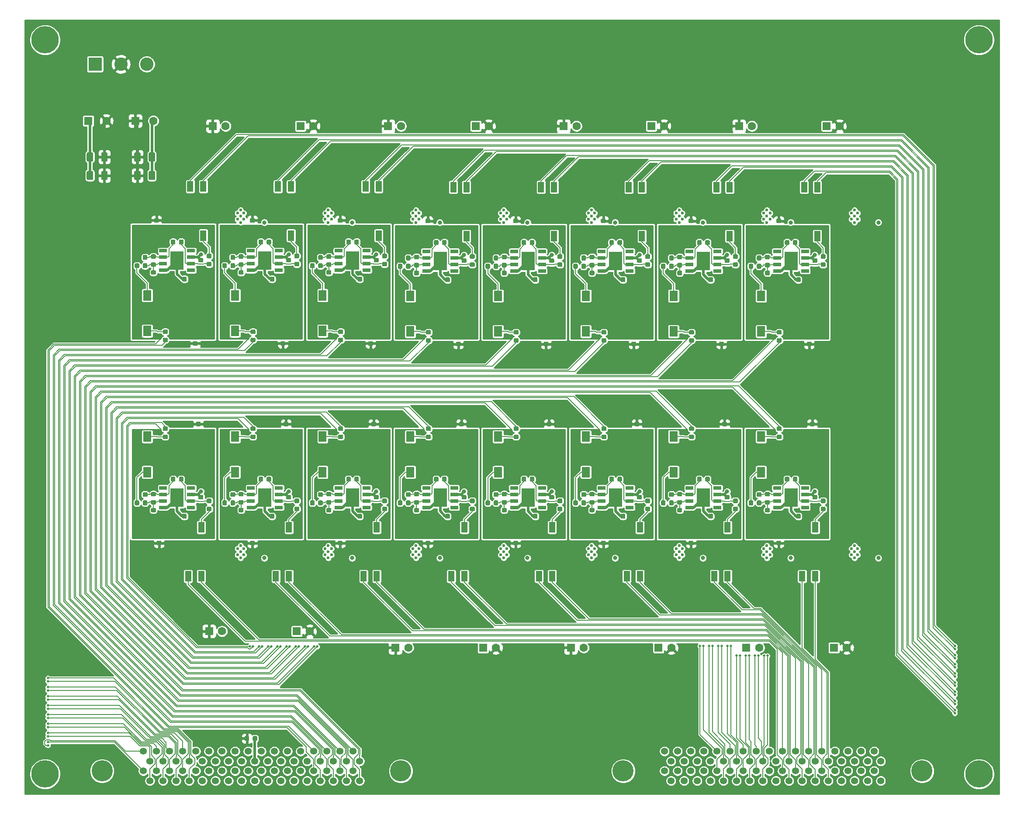
<source format=gtl>
G04 #@! TF.GenerationSoftware,KiCad,Pcbnew,(5.1.5)-3*
G04 #@! TF.CreationDate,2020-10-27T13:55:19-04:00*
G04 #@! TF.ProjectId,ARTIQAmp,41525449-5141-46d7-902e-6b696361645f,rev?*
G04 #@! TF.SameCoordinates,Original*
G04 #@! TF.FileFunction,Copper,L1,Top*
G04 #@! TF.FilePolarity,Positive*
%FSLAX46Y46*%
G04 Gerber Fmt 4.6, Leading zero omitted, Abs format (unit mm)*
G04 Created by KiCad (PCBNEW (5.1.5)-3) date 2020-10-27 13:55:19*
%MOMM*%
%LPD*%
G04 APERTURE LIST*
%ADD10C,4.100000*%
%ADD11C,1.360000*%
%ADD12C,0.600000*%
%ADD13R,2.530000X3.550000*%
%ADD14R,1.526000X0.650000*%
%ADD15R,1.600000X2.000000*%
%ADD16R,2.600000X2.000000*%
%ADD17C,0.100000*%
%ADD18C,2.600000*%
%ADD19R,2.600000X2.600000*%
%ADD20R,1.200000X2.000000*%
%ADD21C,1.600000*%
%ADD22R,1.600000X1.600000*%
%ADD23C,5.300000*%
%ADD24C,0.508000*%
%ADD25C,0.800000*%
%ADD26C,0.500000*%
%ADD27C,0.127000*%
%ADD28C,0.254000*%
G04 APERTURE END LIST*
D10*
X93955000Y-164400000D03*
X36045000Y-164400000D03*
D11*
X44045000Y-164400000D03*
X45315000Y-166300000D03*
X46585000Y-164400000D03*
X47855000Y-166300000D03*
X49125000Y-164400000D03*
X50395000Y-166300000D03*
X51665000Y-164400000D03*
X52935000Y-166300000D03*
X54205000Y-164400000D03*
X55475000Y-166300000D03*
X56745000Y-164400000D03*
X58015000Y-166300000D03*
X59285000Y-164400000D03*
X60555000Y-166300000D03*
X61825000Y-164400000D03*
X63095000Y-166300000D03*
X64365000Y-164400000D03*
X65635000Y-166300000D03*
X66905000Y-164400000D03*
X68175000Y-166300000D03*
X69445000Y-164400000D03*
X70715000Y-166300000D03*
X71985000Y-164400000D03*
X73255000Y-166300000D03*
X74525000Y-164400000D03*
X75795000Y-166300000D03*
X77065000Y-164400000D03*
X78335000Y-166300000D03*
X79605000Y-164400000D03*
X80875000Y-166300000D03*
X82145000Y-164400000D03*
X83415000Y-166300000D03*
X84685000Y-164400000D03*
X85955000Y-166300000D03*
X44045000Y-160600000D03*
X45315000Y-162500000D03*
X46585000Y-160600000D03*
X47855000Y-162500000D03*
X49125000Y-160600000D03*
X50395000Y-162500000D03*
X51665000Y-160600000D03*
X52935000Y-162500000D03*
X54205000Y-160600000D03*
X55475000Y-162500000D03*
X56745000Y-160600000D03*
X58015000Y-162500000D03*
X59285000Y-160600000D03*
X60555000Y-162500000D03*
X61825000Y-160600000D03*
X63095000Y-162500000D03*
X64365000Y-160600000D03*
X65635000Y-162500000D03*
X66905000Y-160600000D03*
X68175000Y-162500000D03*
X69445000Y-160600000D03*
X70715000Y-162500000D03*
X71985000Y-160600000D03*
X73255000Y-162500000D03*
X74525000Y-160600000D03*
X75795000Y-162500000D03*
X77065000Y-160600000D03*
X78335000Y-162500000D03*
X79605000Y-160600000D03*
X80875000Y-162500000D03*
X82145000Y-160600000D03*
X83415000Y-162500000D03*
X84685000Y-160600000D03*
X85955000Y-162500000D03*
D10*
X194955000Y-164400000D03*
X137045000Y-164400000D03*
D11*
X145045000Y-164400000D03*
X146315000Y-166300000D03*
X147585000Y-164400000D03*
X148855000Y-166300000D03*
X150125000Y-164400000D03*
X151395000Y-166300000D03*
X152665000Y-164400000D03*
X153935000Y-166300000D03*
X155205000Y-164400000D03*
X156475000Y-166300000D03*
X157745000Y-164400000D03*
X159015000Y-166300000D03*
X160285000Y-164400000D03*
X161555000Y-166300000D03*
X162825000Y-164400000D03*
X164095000Y-166300000D03*
X165365000Y-164400000D03*
X166635000Y-166300000D03*
X167905000Y-164400000D03*
X169175000Y-166300000D03*
X170445000Y-164400000D03*
X171715000Y-166300000D03*
X172985000Y-164400000D03*
X174255000Y-166300000D03*
X175525000Y-164400000D03*
X176795000Y-166300000D03*
X178065000Y-164400000D03*
X179335000Y-166300000D03*
X180605000Y-164400000D03*
X181875000Y-166300000D03*
X183145000Y-164400000D03*
X184415000Y-166300000D03*
X185685000Y-164400000D03*
X186955000Y-166300000D03*
X145045000Y-160600000D03*
X146315000Y-162500000D03*
X147585000Y-160600000D03*
X148855000Y-162500000D03*
X150125000Y-160600000D03*
X151395000Y-162500000D03*
X152665000Y-160600000D03*
X153935000Y-162500000D03*
X155205000Y-160600000D03*
X156475000Y-162500000D03*
X157745000Y-160600000D03*
X159015000Y-162500000D03*
X160285000Y-160600000D03*
X161555000Y-162500000D03*
X162825000Y-160600000D03*
X164095000Y-162500000D03*
X165365000Y-160600000D03*
X166635000Y-162500000D03*
X167905000Y-160600000D03*
X169175000Y-162500000D03*
X170445000Y-160600000D03*
X171715000Y-162500000D03*
X172985000Y-160600000D03*
X174255000Y-162500000D03*
X175525000Y-160600000D03*
X176795000Y-162500000D03*
X178065000Y-160600000D03*
X179335000Y-162500000D03*
X180605000Y-160600000D03*
X181875000Y-162500000D03*
X183145000Y-160600000D03*
X184415000Y-162500000D03*
X185685000Y-160600000D03*
X186955000Y-162500000D03*
D12*
X67600000Y-66600000D03*
X67000000Y-66000000D03*
X68200000Y-66000000D03*
X67600000Y-64200000D03*
X67000000Y-64800000D03*
X68200000Y-64800000D03*
X67600000Y-65400000D03*
D13*
X67600000Y-65400000D03*
D14*
X70312000Y-63495000D03*
X70312000Y-64765000D03*
X70312000Y-66035000D03*
X70312000Y-67305000D03*
X64888000Y-67305000D03*
X64888000Y-66035000D03*
X64888000Y-64765000D03*
X64888000Y-63495000D03*
D12*
X84600000Y-66600000D03*
X84000000Y-66000000D03*
X85200000Y-66000000D03*
X84600000Y-64200000D03*
X84000000Y-64800000D03*
X85200000Y-64800000D03*
X84600000Y-65400000D03*
D13*
X84600000Y-65400000D03*
D14*
X87312000Y-63495000D03*
X87312000Y-64765000D03*
X87312000Y-66035000D03*
X87312000Y-67305000D03*
X81888000Y-67305000D03*
X81888000Y-66035000D03*
X81888000Y-64765000D03*
X81888000Y-63495000D03*
D12*
X101600000Y-66700000D03*
X101000000Y-66100000D03*
X102200000Y-66100000D03*
X101600000Y-64300000D03*
X101000000Y-64900000D03*
X102200000Y-64900000D03*
X101600000Y-65500000D03*
D13*
X101600000Y-65500000D03*
D14*
X104312000Y-63595000D03*
X104312000Y-64865000D03*
X104312000Y-66135000D03*
X104312000Y-67405000D03*
X98888000Y-67405000D03*
X98888000Y-66135000D03*
X98888000Y-64865000D03*
X98888000Y-63595000D03*
D12*
X118600000Y-66700000D03*
X118000000Y-66100000D03*
X119200000Y-66100000D03*
X118600000Y-64300000D03*
X118000000Y-64900000D03*
X119200000Y-64900000D03*
X118600000Y-65500000D03*
D13*
X118600000Y-65500000D03*
D14*
X121312000Y-63595000D03*
X121312000Y-64865000D03*
X121312000Y-66135000D03*
X121312000Y-67405000D03*
X115888000Y-67405000D03*
X115888000Y-66135000D03*
X115888000Y-64865000D03*
X115888000Y-63595000D03*
D12*
X135600000Y-66700000D03*
X135000000Y-66100000D03*
X136200000Y-66100000D03*
X135600000Y-64300000D03*
X135000000Y-64900000D03*
X136200000Y-64900000D03*
X135600000Y-65500000D03*
D13*
X135600000Y-65500000D03*
D14*
X138312000Y-63595000D03*
X138312000Y-64865000D03*
X138312000Y-66135000D03*
X138312000Y-67405000D03*
X132888000Y-67405000D03*
X132888000Y-66135000D03*
X132888000Y-64865000D03*
X132888000Y-63595000D03*
D12*
X152600000Y-66700000D03*
X152000000Y-66100000D03*
X153200000Y-66100000D03*
X152600000Y-64300000D03*
X152000000Y-64900000D03*
X153200000Y-64900000D03*
X152600000Y-65500000D03*
D13*
X152600000Y-65500000D03*
D14*
X155312000Y-63595000D03*
X155312000Y-64865000D03*
X155312000Y-66135000D03*
X155312000Y-67405000D03*
X149888000Y-67405000D03*
X149888000Y-66135000D03*
X149888000Y-64865000D03*
X149888000Y-63595000D03*
D12*
X169600000Y-66700000D03*
X169000000Y-66100000D03*
X170200000Y-66100000D03*
X169600000Y-64300000D03*
X169000000Y-64900000D03*
X170200000Y-64900000D03*
X169600000Y-65500000D03*
D13*
X169600000Y-65500000D03*
D14*
X172312000Y-63595000D03*
X172312000Y-64865000D03*
X172312000Y-66135000D03*
X172312000Y-67405000D03*
X166888000Y-67405000D03*
X166888000Y-66135000D03*
X166888000Y-64865000D03*
X166888000Y-63595000D03*
D12*
X50600000Y-66600000D03*
X50000000Y-66000000D03*
X51200000Y-66000000D03*
X50600000Y-64200000D03*
X50000000Y-64800000D03*
X51200000Y-64800000D03*
X50600000Y-65400000D03*
D13*
X50600000Y-65400000D03*
D14*
X53312000Y-63495000D03*
X53312000Y-64765000D03*
X53312000Y-66035000D03*
X53312000Y-67305000D03*
X47888000Y-67305000D03*
X47888000Y-66035000D03*
X47888000Y-64765000D03*
X47888000Y-63495000D03*
D12*
X67600000Y-112600000D03*
X67000000Y-112000000D03*
X68200000Y-112000000D03*
X67600000Y-110200000D03*
X67000000Y-110800000D03*
X68200000Y-110800000D03*
X67600000Y-111400000D03*
D13*
X67600000Y-111400000D03*
D14*
X70312000Y-109495000D03*
X70312000Y-110765000D03*
X70312000Y-112035000D03*
X70312000Y-113305000D03*
X64888000Y-113305000D03*
X64888000Y-112035000D03*
X64888000Y-110765000D03*
X64888000Y-109495000D03*
D12*
X84600000Y-112600000D03*
X84000000Y-112000000D03*
X85200000Y-112000000D03*
X84600000Y-110200000D03*
X84000000Y-110800000D03*
X85200000Y-110800000D03*
X84600000Y-111400000D03*
D13*
X84600000Y-111400000D03*
D14*
X87312000Y-109495000D03*
X87312000Y-110765000D03*
X87312000Y-112035000D03*
X87312000Y-113305000D03*
X81888000Y-113305000D03*
X81888000Y-112035000D03*
X81888000Y-110765000D03*
X81888000Y-109495000D03*
D12*
X101600000Y-112600000D03*
X101000000Y-112000000D03*
X102200000Y-112000000D03*
X101600000Y-110200000D03*
X101000000Y-110800000D03*
X102200000Y-110800000D03*
X101600000Y-111400000D03*
D13*
X101600000Y-111400000D03*
D14*
X104312000Y-109495000D03*
X104312000Y-110765000D03*
X104312000Y-112035000D03*
X104312000Y-113305000D03*
X98888000Y-113305000D03*
X98888000Y-112035000D03*
X98888000Y-110765000D03*
X98888000Y-109495000D03*
D12*
X118600000Y-112600000D03*
X118000000Y-112000000D03*
X119200000Y-112000000D03*
X118600000Y-110200000D03*
X118000000Y-110800000D03*
X119200000Y-110800000D03*
X118600000Y-111400000D03*
D13*
X118600000Y-111400000D03*
D14*
X121312000Y-109495000D03*
X121312000Y-110765000D03*
X121312000Y-112035000D03*
X121312000Y-113305000D03*
X115888000Y-113305000D03*
X115888000Y-112035000D03*
X115888000Y-110765000D03*
X115888000Y-109495000D03*
D12*
X135600000Y-112600000D03*
X135000000Y-112000000D03*
X136200000Y-112000000D03*
X135600000Y-110200000D03*
X135000000Y-110800000D03*
X136200000Y-110800000D03*
X135600000Y-111400000D03*
D13*
X135600000Y-111400000D03*
D14*
X138312000Y-109495000D03*
X138312000Y-110765000D03*
X138312000Y-112035000D03*
X138312000Y-113305000D03*
X132888000Y-113305000D03*
X132888000Y-112035000D03*
X132888000Y-110765000D03*
X132888000Y-109495000D03*
D12*
X152600000Y-112600000D03*
X152000000Y-112000000D03*
X153200000Y-112000000D03*
X152600000Y-110200000D03*
X152000000Y-110800000D03*
X153200000Y-110800000D03*
X152600000Y-111400000D03*
D13*
X152600000Y-111400000D03*
D14*
X155312000Y-109495000D03*
X155312000Y-110765000D03*
X155312000Y-112035000D03*
X155312000Y-113305000D03*
X149888000Y-113305000D03*
X149888000Y-112035000D03*
X149888000Y-110765000D03*
X149888000Y-109495000D03*
D12*
X169600000Y-112600000D03*
X169000000Y-112000000D03*
X170200000Y-112000000D03*
X169600000Y-110200000D03*
X169000000Y-110800000D03*
X170200000Y-110800000D03*
X169600000Y-111400000D03*
D13*
X169600000Y-111400000D03*
D14*
X172312000Y-109495000D03*
X172312000Y-110765000D03*
X172312000Y-112035000D03*
X172312000Y-113305000D03*
X166888000Y-113305000D03*
X166888000Y-112035000D03*
X166888000Y-110765000D03*
X166888000Y-109495000D03*
D12*
X50600000Y-112600000D03*
X50000000Y-112000000D03*
X51200000Y-112000000D03*
X50600000Y-110200000D03*
X50000000Y-110800000D03*
X51200000Y-110800000D03*
X50600000Y-111400000D03*
D13*
X50600000Y-111400000D03*
D14*
X53312000Y-109495000D03*
X53312000Y-110765000D03*
X53312000Y-112035000D03*
X53312000Y-113305000D03*
X47888000Y-113305000D03*
X47888000Y-112035000D03*
X47888000Y-110765000D03*
X47888000Y-109495000D03*
D12*
X79900000Y-55600000D03*
X79300000Y-56200000D03*
X80500000Y-56200000D03*
X79900000Y-58000000D03*
X79300000Y-57400000D03*
X80500000Y-57400000D03*
X79900000Y-56800000D03*
X96900000Y-55600000D03*
X96300000Y-56200000D03*
X97500000Y-56200000D03*
X96900000Y-58000000D03*
X96300000Y-57400000D03*
X97500000Y-57400000D03*
X96900000Y-56800000D03*
X113900000Y-55600000D03*
X113300000Y-56200000D03*
X114500000Y-56200000D03*
X113900000Y-58000000D03*
X113300000Y-57400000D03*
X114500000Y-57400000D03*
X113900000Y-56800000D03*
X130900000Y-55600000D03*
X130300000Y-56200000D03*
X131500000Y-56200000D03*
X130900000Y-58000000D03*
X130300000Y-57400000D03*
X131500000Y-57400000D03*
X130900000Y-56800000D03*
X147900000Y-55600000D03*
X147300000Y-56200000D03*
X148500000Y-56200000D03*
X147900000Y-58000000D03*
X147300000Y-57400000D03*
X148500000Y-57400000D03*
X147900000Y-56800000D03*
X164900000Y-55600000D03*
X164300000Y-56200000D03*
X165500000Y-56200000D03*
X164900000Y-58000000D03*
X164300000Y-57400000D03*
X165500000Y-57400000D03*
X164900000Y-56800000D03*
X181900000Y-55600000D03*
X181300000Y-56200000D03*
X182500000Y-56200000D03*
X181900000Y-58000000D03*
X181300000Y-57400000D03*
X182500000Y-57400000D03*
X181900000Y-56800000D03*
X62900000Y-55600000D03*
X62300000Y-56200000D03*
X63500000Y-56200000D03*
X62900000Y-58000000D03*
X62300000Y-57400000D03*
X63500000Y-57400000D03*
X62900000Y-56800000D03*
X79900000Y-120700000D03*
X79300000Y-121300000D03*
X80500000Y-121300000D03*
X79900000Y-123100000D03*
X79300000Y-122500000D03*
X80500000Y-122500000D03*
X79900000Y-121900000D03*
X96900000Y-120700000D03*
X96300000Y-121300000D03*
X97500000Y-121300000D03*
X96900000Y-123100000D03*
X96300000Y-122500000D03*
X97500000Y-122500000D03*
X96900000Y-121900000D03*
X113900000Y-120700000D03*
X113300000Y-121300000D03*
X114500000Y-121300000D03*
X113900000Y-123100000D03*
X113300000Y-122500000D03*
X114500000Y-122500000D03*
X113900000Y-121900000D03*
X130900000Y-120700000D03*
X130300000Y-121300000D03*
X131500000Y-121300000D03*
X130900000Y-123100000D03*
X130300000Y-122500000D03*
X131500000Y-122500000D03*
X130900000Y-121900000D03*
X147900000Y-120700000D03*
X147300000Y-121300000D03*
X148500000Y-121300000D03*
X147900000Y-123100000D03*
X147300000Y-122500000D03*
X148500000Y-122500000D03*
X147900000Y-121900000D03*
X164900000Y-120700000D03*
X164300000Y-121300000D03*
X165500000Y-121300000D03*
X164900000Y-123100000D03*
X164300000Y-122500000D03*
X165500000Y-122500000D03*
X164900000Y-121900000D03*
X181900000Y-120700000D03*
X181300000Y-121300000D03*
X182500000Y-121300000D03*
X181900000Y-123100000D03*
X181300000Y-122500000D03*
X182500000Y-122500000D03*
X181900000Y-121900000D03*
X62900000Y-120700000D03*
X62300000Y-121300000D03*
X63500000Y-121300000D03*
X62900000Y-123100000D03*
X62300000Y-122500000D03*
X63500000Y-122500000D03*
X62900000Y-121900000D03*
D15*
X61800000Y-72150000D03*
D16*
X61800000Y-75600000D03*
D15*
X61800000Y-79050000D03*
X78800000Y-72150000D03*
D16*
X78800000Y-75600000D03*
D15*
X78800000Y-79050000D03*
X95800000Y-72250000D03*
D16*
X95800000Y-75700000D03*
D15*
X95800000Y-79150000D03*
X112800000Y-72250000D03*
D16*
X112800000Y-75700000D03*
D15*
X112800000Y-79150000D03*
X129800000Y-72250000D03*
D16*
X129800000Y-75700000D03*
D15*
X129800000Y-79150000D03*
X146800000Y-72250000D03*
D16*
X146800000Y-75700000D03*
D15*
X146800000Y-79150000D03*
X163800000Y-72250000D03*
D16*
X163800000Y-75700000D03*
D15*
X163800000Y-79150000D03*
X44800000Y-72150000D03*
D16*
X44800000Y-75600000D03*
D15*
X44800000Y-79050000D03*
X61800000Y-106450000D03*
D16*
X61800000Y-103000000D03*
D15*
X61800000Y-99550000D03*
X78800000Y-106450000D03*
D16*
X78800000Y-103000000D03*
D15*
X78800000Y-99550000D03*
X95800000Y-106450000D03*
D16*
X95800000Y-103000000D03*
D15*
X95800000Y-99550000D03*
X112800000Y-106450000D03*
D16*
X112800000Y-103000000D03*
D15*
X112800000Y-99550000D03*
X129800000Y-106450000D03*
D16*
X129800000Y-103000000D03*
D15*
X129800000Y-99550000D03*
X146800000Y-106450000D03*
D16*
X146800000Y-103000000D03*
D15*
X146800000Y-99550000D03*
X163800000Y-106450000D03*
D16*
X163800000Y-103000000D03*
D15*
X163800000Y-99550000D03*
X44800000Y-106450000D03*
D16*
X44800000Y-103000000D03*
D15*
X44800000Y-99550000D03*
G04 #@! TA.AperFunction,SMDPad,CuDef*
D17*
G36*
X44677691Y-110351053D02*
G01*
X44698926Y-110354203D01*
X44719750Y-110359419D01*
X44739962Y-110366651D01*
X44759368Y-110375830D01*
X44777781Y-110386866D01*
X44795024Y-110399654D01*
X44810930Y-110414070D01*
X44825346Y-110429976D01*
X44838134Y-110447219D01*
X44849170Y-110465632D01*
X44858349Y-110485038D01*
X44865581Y-110505250D01*
X44870797Y-110526074D01*
X44873947Y-110547309D01*
X44875000Y-110568750D01*
X44875000Y-111006250D01*
X44873947Y-111027691D01*
X44870797Y-111048926D01*
X44865581Y-111069750D01*
X44858349Y-111089962D01*
X44849170Y-111109368D01*
X44838134Y-111127781D01*
X44825346Y-111145024D01*
X44810930Y-111160930D01*
X44795024Y-111175346D01*
X44777781Y-111188134D01*
X44759368Y-111199170D01*
X44739962Y-111208349D01*
X44719750Y-111215581D01*
X44698926Y-111220797D01*
X44677691Y-111223947D01*
X44656250Y-111225000D01*
X44143750Y-111225000D01*
X44122309Y-111223947D01*
X44101074Y-111220797D01*
X44080250Y-111215581D01*
X44060038Y-111208349D01*
X44040632Y-111199170D01*
X44022219Y-111188134D01*
X44004976Y-111175346D01*
X43989070Y-111160930D01*
X43974654Y-111145024D01*
X43961866Y-111127781D01*
X43950830Y-111109368D01*
X43941651Y-111089962D01*
X43934419Y-111069750D01*
X43929203Y-111048926D01*
X43926053Y-111027691D01*
X43925000Y-111006250D01*
X43925000Y-110568750D01*
X43926053Y-110547309D01*
X43929203Y-110526074D01*
X43934419Y-110505250D01*
X43941651Y-110485038D01*
X43950830Y-110465632D01*
X43961866Y-110447219D01*
X43974654Y-110429976D01*
X43989070Y-110414070D01*
X44004976Y-110399654D01*
X44022219Y-110386866D01*
X44040632Y-110375830D01*
X44060038Y-110366651D01*
X44080250Y-110359419D01*
X44101074Y-110354203D01*
X44122309Y-110351053D01*
X44143750Y-110350000D01*
X44656250Y-110350000D01*
X44677691Y-110351053D01*
G37*
G04 #@! TD.AperFunction*
G04 #@! TA.AperFunction,SMDPad,CuDef*
G36*
X44677691Y-108776053D02*
G01*
X44698926Y-108779203D01*
X44719750Y-108784419D01*
X44739962Y-108791651D01*
X44759368Y-108800830D01*
X44777781Y-108811866D01*
X44795024Y-108824654D01*
X44810930Y-108839070D01*
X44825346Y-108854976D01*
X44838134Y-108872219D01*
X44849170Y-108890632D01*
X44858349Y-108910038D01*
X44865581Y-108930250D01*
X44870797Y-108951074D01*
X44873947Y-108972309D01*
X44875000Y-108993750D01*
X44875000Y-109431250D01*
X44873947Y-109452691D01*
X44870797Y-109473926D01*
X44865581Y-109494750D01*
X44858349Y-109514962D01*
X44849170Y-109534368D01*
X44838134Y-109552781D01*
X44825346Y-109570024D01*
X44810930Y-109585930D01*
X44795024Y-109600346D01*
X44777781Y-109613134D01*
X44759368Y-109624170D01*
X44739962Y-109633349D01*
X44719750Y-109640581D01*
X44698926Y-109645797D01*
X44677691Y-109648947D01*
X44656250Y-109650000D01*
X44143750Y-109650000D01*
X44122309Y-109648947D01*
X44101074Y-109645797D01*
X44080250Y-109640581D01*
X44060038Y-109633349D01*
X44040632Y-109624170D01*
X44022219Y-109613134D01*
X44004976Y-109600346D01*
X43989070Y-109585930D01*
X43974654Y-109570024D01*
X43961866Y-109552781D01*
X43950830Y-109534368D01*
X43941651Y-109514962D01*
X43934419Y-109494750D01*
X43929203Y-109473926D01*
X43926053Y-109452691D01*
X43925000Y-109431250D01*
X43925000Y-108993750D01*
X43926053Y-108972309D01*
X43929203Y-108951074D01*
X43934419Y-108930250D01*
X43941651Y-108910038D01*
X43950830Y-108890632D01*
X43961866Y-108872219D01*
X43974654Y-108854976D01*
X43989070Y-108839070D01*
X44004976Y-108824654D01*
X44022219Y-108811866D01*
X44040632Y-108800830D01*
X44060038Y-108791651D01*
X44080250Y-108784419D01*
X44101074Y-108779203D01*
X44122309Y-108776053D01*
X44143750Y-108775000D01*
X44656250Y-108775000D01*
X44677691Y-108776053D01*
G37*
G04 #@! TD.AperFunction*
G04 #@! TA.AperFunction,SMDPad,CuDef*
G36*
X51627691Y-107326053D02*
G01*
X51648926Y-107329203D01*
X51669750Y-107334419D01*
X51689962Y-107341651D01*
X51709368Y-107350830D01*
X51727781Y-107361866D01*
X51745024Y-107374654D01*
X51760930Y-107389070D01*
X51775346Y-107404976D01*
X51788134Y-107422219D01*
X51799170Y-107440632D01*
X51808349Y-107460038D01*
X51815581Y-107480250D01*
X51820797Y-107501074D01*
X51823947Y-107522309D01*
X51825000Y-107543750D01*
X51825000Y-108056250D01*
X51823947Y-108077691D01*
X51820797Y-108098926D01*
X51815581Y-108119750D01*
X51808349Y-108139962D01*
X51799170Y-108159368D01*
X51788134Y-108177781D01*
X51775346Y-108195024D01*
X51760930Y-108210930D01*
X51745024Y-108225346D01*
X51727781Y-108238134D01*
X51709368Y-108249170D01*
X51689962Y-108258349D01*
X51669750Y-108265581D01*
X51648926Y-108270797D01*
X51627691Y-108273947D01*
X51606250Y-108275000D01*
X51168750Y-108275000D01*
X51147309Y-108273947D01*
X51126074Y-108270797D01*
X51105250Y-108265581D01*
X51085038Y-108258349D01*
X51065632Y-108249170D01*
X51047219Y-108238134D01*
X51029976Y-108225346D01*
X51014070Y-108210930D01*
X50999654Y-108195024D01*
X50986866Y-108177781D01*
X50975830Y-108159368D01*
X50966651Y-108139962D01*
X50959419Y-108119750D01*
X50954203Y-108098926D01*
X50951053Y-108077691D01*
X50950000Y-108056250D01*
X50950000Y-107543750D01*
X50951053Y-107522309D01*
X50954203Y-107501074D01*
X50959419Y-107480250D01*
X50966651Y-107460038D01*
X50975830Y-107440632D01*
X50986866Y-107422219D01*
X50999654Y-107404976D01*
X51014070Y-107389070D01*
X51029976Y-107374654D01*
X51047219Y-107361866D01*
X51065632Y-107350830D01*
X51085038Y-107341651D01*
X51105250Y-107334419D01*
X51126074Y-107329203D01*
X51147309Y-107326053D01*
X51168750Y-107325000D01*
X51606250Y-107325000D01*
X51627691Y-107326053D01*
G37*
G04 #@! TD.AperFunction*
G04 #@! TA.AperFunction,SMDPad,CuDef*
G36*
X50052691Y-107326053D02*
G01*
X50073926Y-107329203D01*
X50094750Y-107334419D01*
X50114962Y-107341651D01*
X50134368Y-107350830D01*
X50152781Y-107361866D01*
X50170024Y-107374654D01*
X50185930Y-107389070D01*
X50200346Y-107404976D01*
X50213134Y-107422219D01*
X50224170Y-107440632D01*
X50233349Y-107460038D01*
X50240581Y-107480250D01*
X50245797Y-107501074D01*
X50248947Y-107522309D01*
X50250000Y-107543750D01*
X50250000Y-108056250D01*
X50248947Y-108077691D01*
X50245797Y-108098926D01*
X50240581Y-108119750D01*
X50233349Y-108139962D01*
X50224170Y-108159368D01*
X50213134Y-108177781D01*
X50200346Y-108195024D01*
X50185930Y-108210930D01*
X50170024Y-108225346D01*
X50152781Y-108238134D01*
X50134368Y-108249170D01*
X50114962Y-108258349D01*
X50094750Y-108265581D01*
X50073926Y-108270797D01*
X50052691Y-108273947D01*
X50031250Y-108275000D01*
X49593750Y-108275000D01*
X49572309Y-108273947D01*
X49551074Y-108270797D01*
X49530250Y-108265581D01*
X49510038Y-108258349D01*
X49490632Y-108249170D01*
X49472219Y-108238134D01*
X49454976Y-108225346D01*
X49439070Y-108210930D01*
X49424654Y-108195024D01*
X49411866Y-108177781D01*
X49400830Y-108159368D01*
X49391651Y-108139962D01*
X49384419Y-108119750D01*
X49379203Y-108098926D01*
X49376053Y-108077691D01*
X49375000Y-108056250D01*
X49375000Y-107543750D01*
X49376053Y-107522309D01*
X49379203Y-107501074D01*
X49384419Y-107480250D01*
X49391651Y-107460038D01*
X49400830Y-107440632D01*
X49411866Y-107422219D01*
X49424654Y-107404976D01*
X49439070Y-107389070D01*
X49454976Y-107374654D01*
X49472219Y-107361866D01*
X49490632Y-107350830D01*
X49510038Y-107341651D01*
X49530250Y-107334419D01*
X49551074Y-107329203D01*
X49572309Y-107326053D01*
X49593750Y-107325000D01*
X50031250Y-107325000D01*
X50052691Y-107326053D01*
G37*
G04 #@! TD.AperFunction*
G04 #@! TA.AperFunction,SMDPad,CuDef*
G36*
X43052691Y-111926053D02*
G01*
X43073926Y-111929203D01*
X43094750Y-111934419D01*
X43114962Y-111941651D01*
X43134368Y-111950830D01*
X43152781Y-111961866D01*
X43170024Y-111974654D01*
X43185930Y-111989070D01*
X43200346Y-112004976D01*
X43213134Y-112022219D01*
X43224170Y-112040632D01*
X43233349Y-112060038D01*
X43240581Y-112080250D01*
X43245797Y-112101074D01*
X43248947Y-112122309D01*
X43250000Y-112143750D01*
X43250000Y-112656250D01*
X43248947Y-112677691D01*
X43245797Y-112698926D01*
X43240581Y-112719750D01*
X43233349Y-112739962D01*
X43224170Y-112759368D01*
X43213134Y-112777781D01*
X43200346Y-112795024D01*
X43185930Y-112810930D01*
X43170024Y-112825346D01*
X43152781Y-112838134D01*
X43134368Y-112849170D01*
X43114962Y-112858349D01*
X43094750Y-112865581D01*
X43073926Y-112870797D01*
X43052691Y-112873947D01*
X43031250Y-112875000D01*
X42593750Y-112875000D01*
X42572309Y-112873947D01*
X42551074Y-112870797D01*
X42530250Y-112865581D01*
X42510038Y-112858349D01*
X42490632Y-112849170D01*
X42472219Y-112838134D01*
X42454976Y-112825346D01*
X42439070Y-112810930D01*
X42424654Y-112795024D01*
X42411866Y-112777781D01*
X42400830Y-112759368D01*
X42391651Y-112739962D01*
X42384419Y-112719750D01*
X42379203Y-112698926D01*
X42376053Y-112677691D01*
X42375000Y-112656250D01*
X42375000Y-112143750D01*
X42376053Y-112122309D01*
X42379203Y-112101074D01*
X42384419Y-112080250D01*
X42391651Y-112060038D01*
X42400830Y-112040632D01*
X42411866Y-112022219D01*
X42424654Y-112004976D01*
X42439070Y-111989070D01*
X42454976Y-111974654D01*
X42472219Y-111961866D01*
X42490632Y-111950830D01*
X42510038Y-111941651D01*
X42530250Y-111934419D01*
X42551074Y-111929203D01*
X42572309Y-111926053D01*
X42593750Y-111925000D01*
X43031250Y-111925000D01*
X43052691Y-111926053D01*
G37*
G04 #@! TD.AperFunction*
G04 #@! TA.AperFunction,SMDPad,CuDef*
G36*
X44627691Y-111926053D02*
G01*
X44648926Y-111929203D01*
X44669750Y-111934419D01*
X44689962Y-111941651D01*
X44709368Y-111950830D01*
X44727781Y-111961866D01*
X44745024Y-111974654D01*
X44760930Y-111989070D01*
X44775346Y-112004976D01*
X44788134Y-112022219D01*
X44799170Y-112040632D01*
X44808349Y-112060038D01*
X44815581Y-112080250D01*
X44820797Y-112101074D01*
X44823947Y-112122309D01*
X44825000Y-112143750D01*
X44825000Y-112656250D01*
X44823947Y-112677691D01*
X44820797Y-112698926D01*
X44815581Y-112719750D01*
X44808349Y-112739962D01*
X44799170Y-112759368D01*
X44788134Y-112777781D01*
X44775346Y-112795024D01*
X44760930Y-112810930D01*
X44745024Y-112825346D01*
X44727781Y-112838134D01*
X44709368Y-112849170D01*
X44689962Y-112858349D01*
X44669750Y-112865581D01*
X44648926Y-112870797D01*
X44627691Y-112873947D01*
X44606250Y-112875000D01*
X44168750Y-112875000D01*
X44147309Y-112873947D01*
X44126074Y-112870797D01*
X44105250Y-112865581D01*
X44085038Y-112858349D01*
X44065632Y-112849170D01*
X44047219Y-112838134D01*
X44029976Y-112825346D01*
X44014070Y-112810930D01*
X43999654Y-112795024D01*
X43986866Y-112777781D01*
X43975830Y-112759368D01*
X43966651Y-112739962D01*
X43959419Y-112719750D01*
X43954203Y-112698926D01*
X43951053Y-112677691D01*
X43950000Y-112656250D01*
X43950000Y-112143750D01*
X43951053Y-112122309D01*
X43954203Y-112101074D01*
X43959419Y-112080250D01*
X43966651Y-112060038D01*
X43975830Y-112040632D01*
X43986866Y-112022219D01*
X43999654Y-112004976D01*
X44014070Y-111989070D01*
X44029976Y-111974654D01*
X44047219Y-111961866D01*
X44065632Y-111950830D01*
X44085038Y-111941651D01*
X44105250Y-111934419D01*
X44126074Y-111929203D01*
X44147309Y-111926053D01*
X44168750Y-111925000D01*
X44606250Y-111925000D01*
X44627691Y-111926053D01*
G37*
G04 #@! TD.AperFunction*
G04 #@! TA.AperFunction,SMDPad,CuDef*
G36*
X163677691Y-110351053D02*
G01*
X163698926Y-110354203D01*
X163719750Y-110359419D01*
X163739962Y-110366651D01*
X163759368Y-110375830D01*
X163777781Y-110386866D01*
X163795024Y-110399654D01*
X163810930Y-110414070D01*
X163825346Y-110429976D01*
X163838134Y-110447219D01*
X163849170Y-110465632D01*
X163858349Y-110485038D01*
X163865581Y-110505250D01*
X163870797Y-110526074D01*
X163873947Y-110547309D01*
X163875000Y-110568750D01*
X163875000Y-111006250D01*
X163873947Y-111027691D01*
X163870797Y-111048926D01*
X163865581Y-111069750D01*
X163858349Y-111089962D01*
X163849170Y-111109368D01*
X163838134Y-111127781D01*
X163825346Y-111145024D01*
X163810930Y-111160930D01*
X163795024Y-111175346D01*
X163777781Y-111188134D01*
X163759368Y-111199170D01*
X163739962Y-111208349D01*
X163719750Y-111215581D01*
X163698926Y-111220797D01*
X163677691Y-111223947D01*
X163656250Y-111225000D01*
X163143750Y-111225000D01*
X163122309Y-111223947D01*
X163101074Y-111220797D01*
X163080250Y-111215581D01*
X163060038Y-111208349D01*
X163040632Y-111199170D01*
X163022219Y-111188134D01*
X163004976Y-111175346D01*
X162989070Y-111160930D01*
X162974654Y-111145024D01*
X162961866Y-111127781D01*
X162950830Y-111109368D01*
X162941651Y-111089962D01*
X162934419Y-111069750D01*
X162929203Y-111048926D01*
X162926053Y-111027691D01*
X162925000Y-111006250D01*
X162925000Y-110568750D01*
X162926053Y-110547309D01*
X162929203Y-110526074D01*
X162934419Y-110505250D01*
X162941651Y-110485038D01*
X162950830Y-110465632D01*
X162961866Y-110447219D01*
X162974654Y-110429976D01*
X162989070Y-110414070D01*
X163004976Y-110399654D01*
X163022219Y-110386866D01*
X163040632Y-110375830D01*
X163060038Y-110366651D01*
X163080250Y-110359419D01*
X163101074Y-110354203D01*
X163122309Y-110351053D01*
X163143750Y-110350000D01*
X163656250Y-110350000D01*
X163677691Y-110351053D01*
G37*
G04 #@! TD.AperFunction*
G04 #@! TA.AperFunction,SMDPad,CuDef*
G36*
X163677691Y-108776053D02*
G01*
X163698926Y-108779203D01*
X163719750Y-108784419D01*
X163739962Y-108791651D01*
X163759368Y-108800830D01*
X163777781Y-108811866D01*
X163795024Y-108824654D01*
X163810930Y-108839070D01*
X163825346Y-108854976D01*
X163838134Y-108872219D01*
X163849170Y-108890632D01*
X163858349Y-108910038D01*
X163865581Y-108930250D01*
X163870797Y-108951074D01*
X163873947Y-108972309D01*
X163875000Y-108993750D01*
X163875000Y-109431250D01*
X163873947Y-109452691D01*
X163870797Y-109473926D01*
X163865581Y-109494750D01*
X163858349Y-109514962D01*
X163849170Y-109534368D01*
X163838134Y-109552781D01*
X163825346Y-109570024D01*
X163810930Y-109585930D01*
X163795024Y-109600346D01*
X163777781Y-109613134D01*
X163759368Y-109624170D01*
X163739962Y-109633349D01*
X163719750Y-109640581D01*
X163698926Y-109645797D01*
X163677691Y-109648947D01*
X163656250Y-109650000D01*
X163143750Y-109650000D01*
X163122309Y-109648947D01*
X163101074Y-109645797D01*
X163080250Y-109640581D01*
X163060038Y-109633349D01*
X163040632Y-109624170D01*
X163022219Y-109613134D01*
X163004976Y-109600346D01*
X162989070Y-109585930D01*
X162974654Y-109570024D01*
X162961866Y-109552781D01*
X162950830Y-109534368D01*
X162941651Y-109514962D01*
X162934419Y-109494750D01*
X162929203Y-109473926D01*
X162926053Y-109452691D01*
X162925000Y-109431250D01*
X162925000Y-108993750D01*
X162926053Y-108972309D01*
X162929203Y-108951074D01*
X162934419Y-108930250D01*
X162941651Y-108910038D01*
X162950830Y-108890632D01*
X162961866Y-108872219D01*
X162974654Y-108854976D01*
X162989070Y-108839070D01*
X163004976Y-108824654D01*
X163022219Y-108811866D01*
X163040632Y-108800830D01*
X163060038Y-108791651D01*
X163080250Y-108784419D01*
X163101074Y-108779203D01*
X163122309Y-108776053D01*
X163143750Y-108775000D01*
X163656250Y-108775000D01*
X163677691Y-108776053D01*
G37*
G04 #@! TD.AperFunction*
G04 #@! TA.AperFunction,SMDPad,CuDef*
G36*
X170627691Y-107326053D02*
G01*
X170648926Y-107329203D01*
X170669750Y-107334419D01*
X170689962Y-107341651D01*
X170709368Y-107350830D01*
X170727781Y-107361866D01*
X170745024Y-107374654D01*
X170760930Y-107389070D01*
X170775346Y-107404976D01*
X170788134Y-107422219D01*
X170799170Y-107440632D01*
X170808349Y-107460038D01*
X170815581Y-107480250D01*
X170820797Y-107501074D01*
X170823947Y-107522309D01*
X170825000Y-107543750D01*
X170825000Y-108056250D01*
X170823947Y-108077691D01*
X170820797Y-108098926D01*
X170815581Y-108119750D01*
X170808349Y-108139962D01*
X170799170Y-108159368D01*
X170788134Y-108177781D01*
X170775346Y-108195024D01*
X170760930Y-108210930D01*
X170745024Y-108225346D01*
X170727781Y-108238134D01*
X170709368Y-108249170D01*
X170689962Y-108258349D01*
X170669750Y-108265581D01*
X170648926Y-108270797D01*
X170627691Y-108273947D01*
X170606250Y-108275000D01*
X170168750Y-108275000D01*
X170147309Y-108273947D01*
X170126074Y-108270797D01*
X170105250Y-108265581D01*
X170085038Y-108258349D01*
X170065632Y-108249170D01*
X170047219Y-108238134D01*
X170029976Y-108225346D01*
X170014070Y-108210930D01*
X169999654Y-108195024D01*
X169986866Y-108177781D01*
X169975830Y-108159368D01*
X169966651Y-108139962D01*
X169959419Y-108119750D01*
X169954203Y-108098926D01*
X169951053Y-108077691D01*
X169950000Y-108056250D01*
X169950000Y-107543750D01*
X169951053Y-107522309D01*
X169954203Y-107501074D01*
X169959419Y-107480250D01*
X169966651Y-107460038D01*
X169975830Y-107440632D01*
X169986866Y-107422219D01*
X169999654Y-107404976D01*
X170014070Y-107389070D01*
X170029976Y-107374654D01*
X170047219Y-107361866D01*
X170065632Y-107350830D01*
X170085038Y-107341651D01*
X170105250Y-107334419D01*
X170126074Y-107329203D01*
X170147309Y-107326053D01*
X170168750Y-107325000D01*
X170606250Y-107325000D01*
X170627691Y-107326053D01*
G37*
G04 #@! TD.AperFunction*
G04 #@! TA.AperFunction,SMDPad,CuDef*
G36*
X169052691Y-107326053D02*
G01*
X169073926Y-107329203D01*
X169094750Y-107334419D01*
X169114962Y-107341651D01*
X169134368Y-107350830D01*
X169152781Y-107361866D01*
X169170024Y-107374654D01*
X169185930Y-107389070D01*
X169200346Y-107404976D01*
X169213134Y-107422219D01*
X169224170Y-107440632D01*
X169233349Y-107460038D01*
X169240581Y-107480250D01*
X169245797Y-107501074D01*
X169248947Y-107522309D01*
X169250000Y-107543750D01*
X169250000Y-108056250D01*
X169248947Y-108077691D01*
X169245797Y-108098926D01*
X169240581Y-108119750D01*
X169233349Y-108139962D01*
X169224170Y-108159368D01*
X169213134Y-108177781D01*
X169200346Y-108195024D01*
X169185930Y-108210930D01*
X169170024Y-108225346D01*
X169152781Y-108238134D01*
X169134368Y-108249170D01*
X169114962Y-108258349D01*
X169094750Y-108265581D01*
X169073926Y-108270797D01*
X169052691Y-108273947D01*
X169031250Y-108275000D01*
X168593750Y-108275000D01*
X168572309Y-108273947D01*
X168551074Y-108270797D01*
X168530250Y-108265581D01*
X168510038Y-108258349D01*
X168490632Y-108249170D01*
X168472219Y-108238134D01*
X168454976Y-108225346D01*
X168439070Y-108210930D01*
X168424654Y-108195024D01*
X168411866Y-108177781D01*
X168400830Y-108159368D01*
X168391651Y-108139962D01*
X168384419Y-108119750D01*
X168379203Y-108098926D01*
X168376053Y-108077691D01*
X168375000Y-108056250D01*
X168375000Y-107543750D01*
X168376053Y-107522309D01*
X168379203Y-107501074D01*
X168384419Y-107480250D01*
X168391651Y-107460038D01*
X168400830Y-107440632D01*
X168411866Y-107422219D01*
X168424654Y-107404976D01*
X168439070Y-107389070D01*
X168454976Y-107374654D01*
X168472219Y-107361866D01*
X168490632Y-107350830D01*
X168510038Y-107341651D01*
X168530250Y-107334419D01*
X168551074Y-107329203D01*
X168572309Y-107326053D01*
X168593750Y-107325000D01*
X169031250Y-107325000D01*
X169052691Y-107326053D01*
G37*
G04 #@! TD.AperFunction*
G04 #@! TA.AperFunction,SMDPad,CuDef*
G36*
X162052691Y-111926053D02*
G01*
X162073926Y-111929203D01*
X162094750Y-111934419D01*
X162114962Y-111941651D01*
X162134368Y-111950830D01*
X162152781Y-111961866D01*
X162170024Y-111974654D01*
X162185930Y-111989070D01*
X162200346Y-112004976D01*
X162213134Y-112022219D01*
X162224170Y-112040632D01*
X162233349Y-112060038D01*
X162240581Y-112080250D01*
X162245797Y-112101074D01*
X162248947Y-112122309D01*
X162250000Y-112143750D01*
X162250000Y-112656250D01*
X162248947Y-112677691D01*
X162245797Y-112698926D01*
X162240581Y-112719750D01*
X162233349Y-112739962D01*
X162224170Y-112759368D01*
X162213134Y-112777781D01*
X162200346Y-112795024D01*
X162185930Y-112810930D01*
X162170024Y-112825346D01*
X162152781Y-112838134D01*
X162134368Y-112849170D01*
X162114962Y-112858349D01*
X162094750Y-112865581D01*
X162073926Y-112870797D01*
X162052691Y-112873947D01*
X162031250Y-112875000D01*
X161593750Y-112875000D01*
X161572309Y-112873947D01*
X161551074Y-112870797D01*
X161530250Y-112865581D01*
X161510038Y-112858349D01*
X161490632Y-112849170D01*
X161472219Y-112838134D01*
X161454976Y-112825346D01*
X161439070Y-112810930D01*
X161424654Y-112795024D01*
X161411866Y-112777781D01*
X161400830Y-112759368D01*
X161391651Y-112739962D01*
X161384419Y-112719750D01*
X161379203Y-112698926D01*
X161376053Y-112677691D01*
X161375000Y-112656250D01*
X161375000Y-112143750D01*
X161376053Y-112122309D01*
X161379203Y-112101074D01*
X161384419Y-112080250D01*
X161391651Y-112060038D01*
X161400830Y-112040632D01*
X161411866Y-112022219D01*
X161424654Y-112004976D01*
X161439070Y-111989070D01*
X161454976Y-111974654D01*
X161472219Y-111961866D01*
X161490632Y-111950830D01*
X161510038Y-111941651D01*
X161530250Y-111934419D01*
X161551074Y-111929203D01*
X161572309Y-111926053D01*
X161593750Y-111925000D01*
X162031250Y-111925000D01*
X162052691Y-111926053D01*
G37*
G04 #@! TD.AperFunction*
G04 #@! TA.AperFunction,SMDPad,CuDef*
G36*
X163627691Y-111926053D02*
G01*
X163648926Y-111929203D01*
X163669750Y-111934419D01*
X163689962Y-111941651D01*
X163709368Y-111950830D01*
X163727781Y-111961866D01*
X163745024Y-111974654D01*
X163760930Y-111989070D01*
X163775346Y-112004976D01*
X163788134Y-112022219D01*
X163799170Y-112040632D01*
X163808349Y-112060038D01*
X163815581Y-112080250D01*
X163820797Y-112101074D01*
X163823947Y-112122309D01*
X163825000Y-112143750D01*
X163825000Y-112656250D01*
X163823947Y-112677691D01*
X163820797Y-112698926D01*
X163815581Y-112719750D01*
X163808349Y-112739962D01*
X163799170Y-112759368D01*
X163788134Y-112777781D01*
X163775346Y-112795024D01*
X163760930Y-112810930D01*
X163745024Y-112825346D01*
X163727781Y-112838134D01*
X163709368Y-112849170D01*
X163689962Y-112858349D01*
X163669750Y-112865581D01*
X163648926Y-112870797D01*
X163627691Y-112873947D01*
X163606250Y-112875000D01*
X163168750Y-112875000D01*
X163147309Y-112873947D01*
X163126074Y-112870797D01*
X163105250Y-112865581D01*
X163085038Y-112858349D01*
X163065632Y-112849170D01*
X163047219Y-112838134D01*
X163029976Y-112825346D01*
X163014070Y-112810930D01*
X162999654Y-112795024D01*
X162986866Y-112777781D01*
X162975830Y-112759368D01*
X162966651Y-112739962D01*
X162959419Y-112719750D01*
X162954203Y-112698926D01*
X162951053Y-112677691D01*
X162950000Y-112656250D01*
X162950000Y-112143750D01*
X162951053Y-112122309D01*
X162954203Y-112101074D01*
X162959419Y-112080250D01*
X162966651Y-112060038D01*
X162975830Y-112040632D01*
X162986866Y-112022219D01*
X162999654Y-112004976D01*
X163014070Y-111989070D01*
X163029976Y-111974654D01*
X163047219Y-111961866D01*
X163065632Y-111950830D01*
X163085038Y-111941651D01*
X163105250Y-111934419D01*
X163126074Y-111929203D01*
X163147309Y-111926053D01*
X163168750Y-111925000D01*
X163606250Y-111925000D01*
X163627691Y-111926053D01*
G37*
G04 #@! TD.AperFunction*
G04 #@! TA.AperFunction,SMDPad,CuDef*
G36*
X146677691Y-110351053D02*
G01*
X146698926Y-110354203D01*
X146719750Y-110359419D01*
X146739962Y-110366651D01*
X146759368Y-110375830D01*
X146777781Y-110386866D01*
X146795024Y-110399654D01*
X146810930Y-110414070D01*
X146825346Y-110429976D01*
X146838134Y-110447219D01*
X146849170Y-110465632D01*
X146858349Y-110485038D01*
X146865581Y-110505250D01*
X146870797Y-110526074D01*
X146873947Y-110547309D01*
X146875000Y-110568750D01*
X146875000Y-111006250D01*
X146873947Y-111027691D01*
X146870797Y-111048926D01*
X146865581Y-111069750D01*
X146858349Y-111089962D01*
X146849170Y-111109368D01*
X146838134Y-111127781D01*
X146825346Y-111145024D01*
X146810930Y-111160930D01*
X146795024Y-111175346D01*
X146777781Y-111188134D01*
X146759368Y-111199170D01*
X146739962Y-111208349D01*
X146719750Y-111215581D01*
X146698926Y-111220797D01*
X146677691Y-111223947D01*
X146656250Y-111225000D01*
X146143750Y-111225000D01*
X146122309Y-111223947D01*
X146101074Y-111220797D01*
X146080250Y-111215581D01*
X146060038Y-111208349D01*
X146040632Y-111199170D01*
X146022219Y-111188134D01*
X146004976Y-111175346D01*
X145989070Y-111160930D01*
X145974654Y-111145024D01*
X145961866Y-111127781D01*
X145950830Y-111109368D01*
X145941651Y-111089962D01*
X145934419Y-111069750D01*
X145929203Y-111048926D01*
X145926053Y-111027691D01*
X145925000Y-111006250D01*
X145925000Y-110568750D01*
X145926053Y-110547309D01*
X145929203Y-110526074D01*
X145934419Y-110505250D01*
X145941651Y-110485038D01*
X145950830Y-110465632D01*
X145961866Y-110447219D01*
X145974654Y-110429976D01*
X145989070Y-110414070D01*
X146004976Y-110399654D01*
X146022219Y-110386866D01*
X146040632Y-110375830D01*
X146060038Y-110366651D01*
X146080250Y-110359419D01*
X146101074Y-110354203D01*
X146122309Y-110351053D01*
X146143750Y-110350000D01*
X146656250Y-110350000D01*
X146677691Y-110351053D01*
G37*
G04 #@! TD.AperFunction*
G04 #@! TA.AperFunction,SMDPad,CuDef*
G36*
X146677691Y-108776053D02*
G01*
X146698926Y-108779203D01*
X146719750Y-108784419D01*
X146739962Y-108791651D01*
X146759368Y-108800830D01*
X146777781Y-108811866D01*
X146795024Y-108824654D01*
X146810930Y-108839070D01*
X146825346Y-108854976D01*
X146838134Y-108872219D01*
X146849170Y-108890632D01*
X146858349Y-108910038D01*
X146865581Y-108930250D01*
X146870797Y-108951074D01*
X146873947Y-108972309D01*
X146875000Y-108993750D01*
X146875000Y-109431250D01*
X146873947Y-109452691D01*
X146870797Y-109473926D01*
X146865581Y-109494750D01*
X146858349Y-109514962D01*
X146849170Y-109534368D01*
X146838134Y-109552781D01*
X146825346Y-109570024D01*
X146810930Y-109585930D01*
X146795024Y-109600346D01*
X146777781Y-109613134D01*
X146759368Y-109624170D01*
X146739962Y-109633349D01*
X146719750Y-109640581D01*
X146698926Y-109645797D01*
X146677691Y-109648947D01*
X146656250Y-109650000D01*
X146143750Y-109650000D01*
X146122309Y-109648947D01*
X146101074Y-109645797D01*
X146080250Y-109640581D01*
X146060038Y-109633349D01*
X146040632Y-109624170D01*
X146022219Y-109613134D01*
X146004976Y-109600346D01*
X145989070Y-109585930D01*
X145974654Y-109570024D01*
X145961866Y-109552781D01*
X145950830Y-109534368D01*
X145941651Y-109514962D01*
X145934419Y-109494750D01*
X145929203Y-109473926D01*
X145926053Y-109452691D01*
X145925000Y-109431250D01*
X145925000Y-108993750D01*
X145926053Y-108972309D01*
X145929203Y-108951074D01*
X145934419Y-108930250D01*
X145941651Y-108910038D01*
X145950830Y-108890632D01*
X145961866Y-108872219D01*
X145974654Y-108854976D01*
X145989070Y-108839070D01*
X146004976Y-108824654D01*
X146022219Y-108811866D01*
X146040632Y-108800830D01*
X146060038Y-108791651D01*
X146080250Y-108784419D01*
X146101074Y-108779203D01*
X146122309Y-108776053D01*
X146143750Y-108775000D01*
X146656250Y-108775000D01*
X146677691Y-108776053D01*
G37*
G04 #@! TD.AperFunction*
G04 #@! TA.AperFunction,SMDPad,CuDef*
G36*
X153627691Y-107326053D02*
G01*
X153648926Y-107329203D01*
X153669750Y-107334419D01*
X153689962Y-107341651D01*
X153709368Y-107350830D01*
X153727781Y-107361866D01*
X153745024Y-107374654D01*
X153760930Y-107389070D01*
X153775346Y-107404976D01*
X153788134Y-107422219D01*
X153799170Y-107440632D01*
X153808349Y-107460038D01*
X153815581Y-107480250D01*
X153820797Y-107501074D01*
X153823947Y-107522309D01*
X153825000Y-107543750D01*
X153825000Y-108056250D01*
X153823947Y-108077691D01*
X153820797Y-108098926D01*
X153815581Y-108119750D01*
X153808349Y-108139962D01*
X153799170Y-108159368D01*
X153788134Y-108177781D01*
X153775346Y-108195024D01*
X153760930Y-108210930D01*
X153745024Y-108225346D01*
X153727781Y-108238134D01*
X153709368Y-108249170D01*
X153689962Y-108258349D01*
X153669750Y-108265581D01*
X153648926Y-108270797D01*
X153627691Y-108273947D01*
X153606250Y-108275000D01*
X153168750Y-108275000D01*
X153147309Y-108273947D01*
X153126074Y-108270797D01*
X153105250Y-108265581D01*
X153085038Y-108258349D01*
X153065632Y-108249170D01*
X153047219Y-108238134D01*
X153029976Y-108225346D01*
X153014070Y-108210930D01*
X152999654Y-108195024D01*
X152986866Y-108177781D01*
X152975830Y-108159368D01*
X152966651Y-108139962D01*
X152959419Y-108119750D01*
X152954203Y-108098926D01*
X152951053Y-108077691D01*
X152950000Y-108056250D01*
X152950000Y-107543750D01*
X152951053Y-107522309D01*
X152954203Y-107501074D01*
X152959419Y-107480250D01*
X152966651Y-107460038D01*
X152975830Y-107440632D01*
X152986866Y-107422219D01*
X152999654Y-107404976D01*
X153014070Y-107389070D01*
X153029976Y-107374654D01*
X153047219Y-107361866D01*
X153065632Y-107350830D01*
X153085038Y-107341651D01*
X153105250Y-107334419D01*
X153126074Y-107329203D01*
X153147309Y-107326053D01*
X153168750Y-107325000D01*
X153606250Y-107325000D01*
X153627691Y-107326053D01*
G37*
G04 #@! TD.AperFunction*
G04 #@! TA.AperFunction,SMDPad,CuDef*
G36*
X152052691Y-107326053D02*
G01*
X152073926Y-107329203D01*
X152094750Y-107334419D01*
X152114962Y-107341651D01*
X152134368Y-107350830D01*
X152152781Y-107361866D01*
X152170024Y-107374654D01*
X152185930Y-107389070D01*
X152200346Y-107404976D01*
X152213134Y-107422219D01*
X152224170Y-107440632D01*
X152233349Y-107460038D01*
X152240581Y-107480250D01*
X152245797Y-107501074D01*
X152248947Y-107522309D01*
X152250000Y-107543750D01*
X152250000Y-108056250D01*
X152248947Y-108077691D01*
X152245797Y-108098926D01*
X152240581Y-108119750D01*
X152233349Y-108139962D01*
X152224170Y-108159368D01*
X152213134Y-108177781D01*
X152200346Y-108195024D01*
X152185930Y-108210930D01*
X152170024Y-108225346D01*
X152152781Y-108238134D01*
X152134368Y-108249170D01*
X152114962Y-108258349D01*
X152094750Y-108265581D01*
X152073926Y-108270797D01*
X152052691Y-108273947D01*
X152031250Y-108275000D01*
X151593750Y-108275000D01*
X151572309Y-108273947D01*
X151551074Y-108270797D01*
X151530250Y-108265581D01*
X151510038Y-108258349D01*
X151490632Y-108249170D01*
X151472219Y-108238134D01*
X151454976Y-108225346D01*
X151439070Y-108210930D01*
X151424654Y-108195024D01*
X151411866Y-108177781D01*
X151400830Y-108159368D01*
X151391651Y-108139962D01*
X151384419Y-108119750D01*
X151379203Y-108098926D01*
X151376053Y-108077691D01*
X151375000Y-108056250D01*
X151375000Y-107543750D01*
X151376053Y-107522309D01*
X151379203Y-107501074D01*
X151384419Y-107480250D01*
X151391651Y-107460038D01*
X151400830Y-107440632D01*
X151411866Y-107422219D01*
X151424654Y-107404976D01*
X151439070Y-107389070D01*
X151454976Y-107374654D01*
X151472219Y-107361866D01*
X151490632Y-107350830D01*
X151510038Y-107341651D01*
X151530250Y-107334419D01*
X151551074Y-107329203D01*
X151572309Y-107326053D01*
X151593750Y-107325000D01*
X152031250Y-107325000D01*
X152052691Y-107326053D01*
G37*
G04 #@! TD.AperFunction*
G04 #@! TA.AperFunction,SMDPad,CuDef*
G36*
X145052691Y-111926053D02*
G01*
X145073926Y-111929203D01*
X145094750Y-111934419D01*
X145114962Y-111941651D01*
X145134368Y-111950830D01*
X145152781Y-111961866D01*
X145170024Y-111974654D01*
X145185930Y-111989070D01*
X145200346Y-112004976D01*
X145213134Y-112022219D01*
X145224170Y-112040632D01*
X145233349Y-112060038D01*
X145240581Y-112080250D01*
X145245797Y-112101074D01*
X145248947Y-112122309D01*
X145250000Y-112143750D01*
X145250000Y-112656250D01*
X145248947Y-112677691D01*
X145245797Y-112698926D01*
X145240581Y-112719750D01*
X145233349Y-112739962D01*
X145224170Y-112759368D01*
X145213134Y-112777781D01*
X145200346Y-112795024D01*
X145185930Y-112810930D01*
X145170024Y-112825346D01*
X145152781Y-112838134D01*
X145134368Y-112849170D01*
X145114962Y-112858349D01*
X145094750Y-112865581D01*
X145073926Y-112870797D01*
X145052691Y-112873947D01*
X145031250Y-112875000D01*
X144593750Y-112875000D01*
X144572309Y-112873947D01*
X144551074Y-112870797D01*
X144530250Y-112865581D01*
X144510038Y-112858349D01*
X144490632Y-112849170D01*
X144472219Y-112838134D01*
X144454976Y-112825346D01*
X144439070Y-112810930D01*
X144424654Y-112795024D01*
X144411866Y-112777781D01*
X144400830Y-112759368D01*
X144391651Y-112739962D01*
X144384419Y-112719750D01*
X144379203Y-112698926D01*
X144376053Y-112677691D01*
X144375000Y-112656250D01*
X144375000Y-112143750D01*
X144376053Y-112122309D01*
X144379203Y-112101074D01*
X144384419Y-112080250D01*
X144391651Y-112060038D01*
X144400830Y-112040632D01*
X144411866Y-112022219D01*
X144424654Y-112004976D01*
X144439070Y-111989070D01*
X144454976Y-111974654D01*
X144472219Y-111961866D01*
X144490632Y-111950830D01*
X144510038Y-111941651D01*
X144530250Y-111934419D01*
X144551074Y-111929203D01*
X144572309Y-111926053D01*
X144593750Y-111925000D01*
X145031250Y-111925000D01*
X145052691Y-111926053D01*
G37*
G04 #@! TD.AperFunction*
G04 #@! TA.AperFunction,SMDPad,CuDef*
G36*
X146627691Y-111926053D02*
G01*
X146648926Y-111929203D01*
X146669750Y-111934419D01*
X146689962Y-111941651D01*
X146709368Y-111950830D01*
X146727781Y-111961866D01*
X146745024Y-111974654D01*
X146760930Y-111989070D01*
X146775346Y-112004976D01*
X146788134Y-112022219D01*
X146799170Y-112040632D01*
X146808349Y-112060038D01*
X146815581Y-112080250D01*
X146820797Y-112101074D01*
X146823947Y-112122309D01*
X146825000Y-112143750D01*
X146825000Y-112656250D01*
X146823947Y-112677691D01*
X146820797Y-112698926D01*
X146815581Y-112719750D01*
X146808349Y-112739962D01*
X146799170Y-112759368D01*
X146788134Y-112777781D01*
X146775346Y-112795024D01*
X146760930Y-112810930D01*
X146745024Y-112825346D01*
X146727781Y-112838134D01*
X146709368Y-112849170D01*
X146689962Y-112858349D01*
X146669750Y-112865581D01*
X146648926Y-112870797D01*
X146627691Y-112873947D01*
X146606250Y-112875000D01*
X146168750Y-112875000D01*
X146147309Y-112873947D01*
X146126074Y-112870797D01*
X146105250Y-112865581D01*
X146085038Y-112858349D01*
X146065632Y-112849170D01*
X146047219Y-112838134D01*
X146029976Y-112825346D01*
X146014070Y-112810930D01*
X145999654Y-112795024D01*
X145986866Y-112777781D01*
X145975830Y-112759368D01*
X145966651Y-112739962D01*
X145959419Y-112719750D01*
X145954203Y-112698926D01*
X145951053Y-112677691D01*
X145950000Y-112656250D01*
X145950000Y-112143750D01*
X145951053Y-112122309D01*
X145954203Y-112101074D01*
X145959419Y-112080250D01*
X145966651Y-112060038D01*
X145975830Y-112040632D01*
X145986866Y-112022219D01*
X145999654Y-112004976D01*
X146014070Y-111989070D01*
X146029976Y-111974654D01*
X146047219Y-111961866D01*
X146065632Y-111950830D01*
X146085038Y-111941651D01*
X146105250Y-111934419D01*
X146126074Y-111929203D01*
X146147309Y-111926053D01*
X146168750Y-111925000D01*
X146606250Y-111925000D01*
X146627691Y-111926053D01*
G37*
G04 #@! TD.AperFunction*
G04 #@! TA.AperFunction,SMDPad,CuDef*
G36*
X129677691Y-110351053D02*
G01*
X129698926Y-110354203D01*
X129719750Y-110359419D01*
X129739962Y-110366651D01*
X129759368Y-110375830D01*
X129777781Y-110386866D01*
X129795024Y-110399654D01*
X129810930Y-110414070D01*
X129825346Y-110429976D01*
X129838134Y-110447219D01*
X129849170Y-110465632D01*
X129858349Y-110485038D01*
X129865581Y-110505250D01*
X129870797Y-110526074D01*
X129873947Y-110547309D01*
X129875000Y-110568750D01*
X129875000Y-111006250D01*
X129873947Y-111027691D01*
X129870797Y-111048926D01*
X129865581Y-111069750D01*
X129858349Y-111089962D01*
X129849170Y-111109368D01*
X129838134Y-111127781D01*
X129825346Y-111145024D01*
X129810930Y-111160930D01*
X129795024Y-111175346D01*
X129777781Y-111188134D01*
X129759368Y-111199170D01*
X129739962Y-111208349D01*
X129719750Y-111215581D01*
X129698926Y-111220797D01*
X129677691Y-111223947D01*
X129656250Y-111225000D01*
X129143750Y-111225000D01*
X129122309Y-111223947D01*
X129101074Y-111220797D01*
X129080250Y-111215581D01*
X129060038Y-111208349D01*
X129040632Y-111199170D01*
X129022219Y-111188134D01*
X129004976Y-111175346D01*
X128989070Y-111160930D01*
X128974654Y-111145024D01*
X128961866Y-111127781D01*
X128950830Y-111109368D01*
X128941651Y-111089962D01*
X128934419Y-111069750D01*
X128929203Y-111048926D01*
X128926053Y-111027691D01*
X128925000Y-111006250D01*
X128925000Y-110568750D01*
X128926053Y-110547309D01*
X128929203Y-110526074D01*
X128934419Y-110505250D01*
X128941651Y-110485038D01*
X128950830Y-110465632D01*
X128961866Y-110447219D01*
X128974654Y-110429976D01*
X128989070Y-110414070D01*
X129004976Y-110399654D01*
X129022219Y-110386866D01*
X129040632Y-110375830D01*
X129060038Y-110366651D01*
X129080250Y-110359419D01*
X129101074Y-110354203D01*
X129122309Y-110351053D01*
X129143750Y-110350000D01*
X129656250Y-110350000D01*
X129677691Y-110351053D01*
G37*
G04 #@! TD.AperFunction*
G04 #@! TA.AperFunction,SMDPad,CuDef*
G36*
X129677691Y-108776053D02*
G01*
X129698926Y-108779203D01*
X129719750Y-108784419D01*
X129739962Y-108791651D01*
X129759368Y-108800830D01*
X129777781Y-108811866D01*
X129795024Y-108824654D01*
X129810930Y-108839070D01*
X129825346Y-108854976D01*
X129838134Y-108872219D01*
X129849170Y-108890632D01*
X129858349Y-108910038D01*
X129865581Y-108930250D01*
X129870797Y-108951074D01*
X129873947Y-108972309D01*
X129875000Y-108993750D01*
X129875000Y-109431250D01*
X129873947Y-109452691D01*
X129870797Y-109473926D01*
X129865581Y-109494750D01*
X129858349Y-109514962D01*
X129849170Y-109534368D01*
X129838134Y-109552781D01*
X129825346Y-109570024D01*
X129810930Y-109585930D01*
X129795024Y-109600346D01*
X129777781Y-109613134D01*
X129759368Y-109624170D01*
X129739962Y-109633349D01*
X129719750Y-109640581D01*
X129698926Y-109645797D01*
X129677691Y-109648947D01*
X129656250Y-109650000D01*
X129143750Y-109650000D01*
X129122309Y-109648947D01*
X129101074Y-109645797D01*
X129080250Y-109640581D01*
X129060038Y-109633349D01*
X129040632Y-109624170D01*
X129022219Y-109613134D01*
X129004976Y-109600346D01*
X128989070Y-109585930D01*
X128974654Y-109570024D01*
X128961866Y-109552781D01*
X128950830Y-109534368D01*
X128941651Y-109514962D01*
X128934419Y-109494750D01*
X128929203Y-109473926D01*
X128926053Y-109452691D01*
X128925000Y-109431250D01*
X128925000Y-108993750D01*
X128926053Y-108972309D01*
X128929203Y-108951074D01*
X128934419Y-108930250D01*
X128941651Y-108910038D01*
X128950830Y-108890632D01*
X128961866Y-108872219D01*
X128974654Y-108854976D01*
X128989070Y-108839070D01*
X129004976Y-108824654D01*
X129022219Y-108811866D01*
X129040632Y-108800830D01*
X129060038Y-108791651D01*
X129080250Y-108784419D01*
X129101074Y-108779203D01*
X129122309Y-108776053D01*
X129143750Y-108775000D01*
X129656250Y-108775000D01*
X129677691Y-108776053D01*
G37*
G04 #@! TD.AperFunction*
G04 #@! TA.AperFunction,SMDPad,CuDef*
G36*
X136627691Y-107326053D02*
G01*
X136648926Y-107329203D01*
X136669750Y-107334419D01*
X136689962Y-107341651D01*
X136709368Y-107350830D01*
X136727781Y-107361866D01*
X136745024Y-107374654D01*
X136760930Y-107389070D01*
X136775346Y-107404976D01*
X136788134Y-107422219D01*
X136799170Y-107440632D01*
X136808349Y-107460038D01*
X136815581Y-107480250D01*
X136820797Y-107501074D01*
X136823947Y-107522309D01*
X136825000Y-107543750D01*
X136825000Y-108056250D01*
X136823947Y-108077691D01*
X136820797Y-108098926D01*
X136815581Y-108119750D01*
X136808349Y-108139962D01*
X136799170Y-108159368D01*
X136788134Y-108177781D01*
X136775346Y-108195024D01*
X136760930Y-108210930D01*
X136745024Y-108225346D01*
X136727781Y-108238134D01*
X136709368Y-108249170D01*
X136689962Y-108258349D01*
X136669750Y-108265581D01*
X136648926Y-108270797D01*
X136627691Y-108273947D01*
X136606250Y-108275000D01*
X136168750Y-108275000D01*
X136147309Y-108273947D01*
X136126074Y-108270797D01*
X136105250Y-108265581D01*
X136085038Y-108258349D01*
X136065632Y-108249170D01*
X136047219Y-108238134D01*
X136029976Y-108225346D01*
X136014070Y-108210930D01*
X135999654Y-108195024D01*
X135986866Y-108177781D01*
X135975830Y-108159368D01*
X135966651Y-108139962D01*
X135959419Y-108119750D01*
X135954203Y-108098926D01*
X135951053Y-108077691D01*
X135950000Y-108056250D01*
X135950000Y-107543750D01*
X135951053Y-107522309D01*
X135954203Y-107501074D01*
X135959419Y-107480250D01*
X135966651Y-107460038D01*
X135975830Y-107440632D01*
X135986866Y-107422219D01*
X135999654Y-107404976D01*
X136014070Y-107389070D01*
X136029976Y-107374654D01*
X136047219Y-107361866D01*
X136065632Y-107350830D01*
X136085038Y-107341651D01*
X136105250Y-107334419D01*
X136126074Y-107329203D01*
X136147309Y-107326053D01*
X136168750Y-107325000D01*
X136606250Y-107325000D01*
X136627691Y-107326053D01*
G37*
G04 #@! TD.AperFunction*
G04 #@! TA.AperFunction,SMDPad,CuDef*
G36*
X135052691Y-107326053D02*
G01*
X135073926Y-107329203D01*
X135094750Y-107334419D01*
X135114962Y-107341651D01*
X135134368Y-107350830D01*
X135152781Y-107361866D01*
X135170024Y-107374654D01*
X135185930Y-107389070D01*
X135200346Y-107404976D01*
X135213134Y-107422219D01*
X135224170Y-107440632D01*
X135233349Y-107460038D01*
X135240581Y-107480250D01*
X135245797Y-107501074D01*
X135248947Y-107522309D01*
X135250000Y-107543750D01*
X135250000Y-108056250D01*
X135248947Y-108077691D01*
X135245797Y-108098926D01*
X135240581Y-108119750D01*
X135233349Y-108139962D01*
X135224170Y-108159368D01*
X135213134Y-108177781D01*
X135200346Y-108195024D01*
X135185930Y-108210930D01*
X135170024Y-108225346D01*
X135152781Y-108238134D01*
X135134368Y-108249170D01*
X135114962Y-108258349D01*
X135094750Y-108265581D01*
X135073926Y-108270797D01*
X135052691Y-108273947D01*
X135031250Y-108275000D01*
X134593750Y-108275000D01*
X134572309Y-108273947D01*
X134551074Y-108270797D01*
X134530250Y-108265581D01*
X134510038Y-108258349D01*
X134490632Y-108249170D01*
X134472219Y-108238134D01*
X134454976Y-108225346D01*
X134439070Y-108210930D01*
X134424654Y-108195024D01*
X134411866Y-108177781D01*
X134400830Y-108159368D01*
X134391651Y-108139962D01*
X134384419Y-108119750D01*
X134379203Y-108098926D01*
X134376053Y-108077691D01*
X134375000Y-108056250D01*
X134375000Y-107543750D01*
X134376053Y-107522309D01*
X134379203Y-107501074D01*
X134384419Y-107480250D01*
X134391651Y-107460038D01*
X134400830Y-107440632D01*
X134411866Y-107422219D01*
X134424654Y-107404976D01*
X134439070Y-107389070D01*
X134454976Y-107374654D01*
X134472219Y-107361866D01*
X134490632Y-107350830D01*
X134510038Y-107341651D01*
X134530250Y-107334419D01*
X134551074Y-107329203D01*
X134572309Y-107326053D01*
X134593750Y-107325000D01*
X135031250Y-107325000D01*
X135052691Y-107326053D01*
G37*
G04 #@! TD.AperFunction*
G04 #@! TA.AperFunction,SMDPad,CuDef*
G36*
X128052691Y-111926053D02*
G01*
X128073926Y-111929203D01*
X128094750Y-111934419D01*
X128114962Y-111941651D01*
X128134368Y-111950830D01*
X128152781Y-111961866D01*
X128170024Y-111974654D01*
X128185930Y-111989070D01*
X128200346Y-112004976D01*
X128213134Y-112022219D01*
X128224170Y-112040632D01*
X128233349Y-112060038D01*
X128240581Y-112080250D01*
X128245797Y-112101074D01*
X128248947Y-112122309D01*
X128250000Y-112143750D01*
X128250000Y-112656250D01*
X128248947Y-112677691D01*
X128245797Y-112698926D01*
X128240581Y-112719750D01*
X128233349Y-112739962D01*
X128224170Y-112759368D01*
X128213134Y-112777781D01*
X128200346Y-112795024D01*
X128185930Y-112810930D01*
X128170024Y-112825346D01*
X128152781Y-112838134D01*
X128134368Y-112849170D01*
X128114962Y-112858349D01*
X128094750Y-112865581D01*
X128073926Y-112870797D01*
X128052691Y-112873947D01*
X128031250Y-112875000D01*
X127593750Y-112875000D01*
X127572309Y-112873947D01*
X127551074Y-112870797D01*
X127530250Y-112865581D01*
X127510038Y-112858349D01*
X127490632Y-112849170D01*
X127472219Y-112838134D01*
X127454976Y-112825346D01*
X127439070Y-112810930D01*
X127424654Y-112795024D01*
X127411866Y-112777781D01*
X127400830Y-112759368D01*
X127391651Y-112739962D01*
X127384419Y-112719750D01*
X127379203Y-112698926D01*
X127376053Y-112677691D01*
X127375000Y-112656250D01*
X127375000Y-112143750D01*
X127376053Y-112122309D01*
X127379203Y-112101074D01*
X127384419Y-112080250D01*
X127391651Y-112060038D01*
X127400830Y-112040632D01*
X127411866Y-112022219D01*
X127424654Y-112004976D01*
X127439070Y-111989070D01*
X127454976Y-111974654D01*
X127472219Y-111961866D01*
X127490632Y-111950830D01*
X127510038Y-111941651D01*
X127530250Y-111934419D01*
X127551074Y-111929203D01*
X127572309Y-111926053D01*
X127593750Y-111925000D01*
X128031250Y-111925000D01*
X128052691Y-111926053D01*
G37*
G04 #@! TD.AperFunction*
G04 #@! TA.AperFunction,SMDPad,CuDef*
G36*
X129627691Y-111926053D02*
G01*
X129648926Y-111929203D01*
X129669750Y-111934419D01*
X129689962Y-111941651D01*
X129709368Y-111950830D01*
X129727781Y-111961866D01*
X129745024Y-111974654D01*
X129760930Y-111989070D01*
X129775346Y-112004976D01*
X129788134Y-112022219D01*
X129799170Y-112040632D01*
X129808349Y-112060038D01*
X129815581Y-112080250D01*
X129820797Y-112101074D01*
X129823947Y-112122309D01*
X129825000Y-112143750D01*
X129825000Y-112656250D01*
X129823947Y-112677691D01*
X129820797Y-112698926D01*
X129815581Y-112719750D01*
X129808349Y-112739962D01*
X129799170Y-112759368D01*
X129788134Y-112777781D01*
X129775346Y-112795024D01*
X129760930Y-112810930D01*
X129745024Y-112825346D01*
X129727781Y-112838134D01*
X129709368Y-112849170D01*
X129689962Y-112858349D01*
X129669750Y-112865581D01*
X129648926Y-112870797D01*
X129627691Y-112873947D01*
X129606250Y-112875000D01*
X129168750Y-112875000D01*
X129147309Y-112873947D01*
X129126074Y-112870797D01*
X129105250Y-112865581D01*
X129085038Y-112858349D01*
X129065632Y-112849170D01*
X129047219Y-112838134D01*
X129029976Y-112825346D01*
X129014070Y-112810930D01*
X128999654Y-112795024D01*
X128986866Y-112777781D01*
X128975830Y-112759368D01*
X128966651Y-112739962D01*
X128959419Y-112719750D01*
X128954203Y-112698926D01*
X128951053Y-112677691D01*
X128950000Y-112656250D01*
X128950000Y-112143750D01*
X128951053Y-112122309D01*
X128954203Y-112101074D01*
X128959419Y-112080250D01*
X128966651Y-112060038D01*
X128975830Y-112040632D01*
X128986866Y-112022219D01*
X128999654Y-112004976D01*
X129014070Y-111989070D01*
X129029976Y-111974654D01*
X129047219Y-111961866D01*
X129065632Y-111950830D01*
X129085038Y-111941651D01*
X129105250Y-111934419D01*
X129126074Y-111929203D01*
X129147309Y-111926053D01*
X129168750Y-111925000D01*
X129606250Y-111925000D01*
X129627691Y-111926053D01*
G37*
G04 #@! TD.AperFunction*
G04 #@! TA.AperFunction,SMDPad,CuDef*
G36*
X112677691Y-110351053D02*
G01*
X112698926Y-110354203D01*
X112719750Y-110359419D01*
X112739962Y-110366651D01*
X112759368Y-110375830D01*
X112777781Y-110386866D01*
X112795024Y-110399654D01*
X112810930Y-110414070D01*
X112825346Y-110429976D01*
X112838134Y-110447219D01*
X112849170Y-110465632D01*
X112858349Y-110485038D01*
X112865581Y-110505250D01*
X112870797Y-110526074D01*
X112873947Y-110547309D01*
X112875000Y-110568750D01*
X112875000Y-111006250D01*
X112873947Y-111027691D01*
X112870797Y-111048926D01*
X112865581Y-111069750D01*
X112858349Y-111089962D01*
X112849170Y-111109368D01*
X112838134Y-111127781D01*
X112825346Y-111145024D01*
X112810930Y-111160930D01*
X112795024Y-111175346D01*
X112777781Y-111188134D01*
X112759368Y-111199170D01*
X112739962Y-111208349D01*
X112719750Y-111215581D01*
X112698926Y-111220797D01*
X112677691Y-111223947D01*
X112656250Y-111225000D01*
X112143750Y-111225000D01*
X112122309Y-111223947D01*
X112101074Y-111220797D01*
X112080250Y-111215581D01*
X112060038Y-111208349D01*
X112040632Y-111199170D01*
X112022219Y-111188134D01*
X112004976Y-111175346D01*
X111989070Y-111160930D01*
X111974654Y-111145024D01*
X111961866Y-111127781D01*
X111950830Y-111109368D01*
X111941651Y-111089962D01*
X111934419Y-111069750D01*
X111929203Y-111048926D01*
X111926053Y-111027691D01*
X111925000Y-111006250D01*
X111925000Y-110568750D01*
X111926053Y-110547309D01*
X111929203Y-110526074D01*
X111934419Y-110505250D01*
X111941651Y-110485038D01*
X111950830Y-110465632D01*
X111961866Y-110447219D01*
X111974654Y-110429976D01*
X111989070Y-110414070D01*
X112004976Y-110399654D01*
X112022219Y-110386866D01*
X112040632Y-110375830D01*
X112060038Y-110366651D01*
X112080250Y-110359419D01*
X112101074Y-110354203D01*
X112122309Y-110351053D01*
X112143750Y-110350000D01*
X112656250Y-110350000D01*
X112677691Y-110351053D01*
G37*
G04 #@! TD.AperFunction*
G04 #@! TA.AperFunction,SMDPad,CuDef*
G36*
X112677691Y-108776053D02*
G01*
X112698926Y-108779203D01*
X112719750Y-108784419D01*
X112739962Y-108791651D01*
X112759368Y-108800830D01*
X112777781Y-108811866D01*
X112795024Y-108824654D01*
X112810930Y-108839070D01*
X112825346Y-108854976D01*
X112838134Y-108872219D01*
X112849170Y-108890632D01*
X112858349Y-108910038D01*
X112865581Y-108930250D01*
X112870797Y-108951074D01*
X112873947Y-108972309D01*
X112875000Y-108993750D01*
X112875000Y-109431250D01*
X112873947Y-109452691D01*
X112870797Y-109473926D01*
X112865581Y-109494750D01*
X112858349Y-109514962D01*
X112849170Y-109534368D01*
X112838134Y-109552781D01*
X112825346Y-109570024D01*
X112810930Y-109585930D01*
X112795024Y-109600346D01*
X112777781Y-109613134D01*
X112759368Y-109624170D01*
X112739962Y-109633349D01*
X112719750Y-109640581D01*
X112698926Y-109645797D01*
X112677691Y-109648947D01*
X112656250Y-109650000D01*
X112143750Y-109650000D01*
X112122309Y-109648947D01*
X112101074Y-109645797D01*
X112080250Y-109640581D01*
X112060038Y-109633349D01*
X112040632Y-109624170D01*
X112022219Y-109613134D01*
X112004976Y-109600346D01*
X111989070Y-109585930D01*
X111974654Y-109570024D01*
X111961866Y-109552781D01*
X111950830Y-109534368D01*
X111941651Y-109514962D01*
X111934419Y-109494750D01*
X111929203Y-109473926D01*
X111926053Y-109452691D01*
X111925000Y-109431250D01*
X111925000Y-108993750D01*
X111926053Y-108972309D01*
X111929203Y-108951074D01*
X111934419Y-108930250D01*
X111941651Y-108910038D01*
X111950830Y-108890632D01*
X111961866Y-108872219D01*
X111974654Y-108854976D01*
X111989070Y-108839070D01*
X112004976Y-108824654D01*
X112022219Y-108811866D01*
X112040632Y-108800830D01*
X112060038Y-108791651D01*
X112080250Y-108784419D01*
X112101074Y-108779203D01*
X112122309Y-108776053D01*
X112143750Y-108775000D01*
X112656250Y-108775000D01*
X112677691Y-108776053D01*
G37*
G04 #@! TD.AperFunction*
G04 #@! TA.AperFunction,SMDPad,CuDef*
G36*
X119627691Y-107326053D02*
G01*
X119648926Y-107329203D01*
X119669750Y-107334419D01*
X119689962Y-107341651D01*
X119709368Y-107350830D01*
X119727781Y-107361866D01*
X119745024Y-107374654D01*
X119760930Y-107389070D01*
X119775346Y-107404976D01*
X119788134Y-107422219D01*
X119799170Y-107440632D01*
X119808349Y-107460038D01*
X119815581Y-107480250D01*
X119820797Y-107501074D01*
X119823947Y-107522309D01*
X119825000Y-107543750D01*
X119825000Y-108056250D01*
X119823947Y-108077691D01*
X119820797Y-108098926D01*
X119815581Y-108119750D01*
X119808349Y-108139962D01*
X119799170Y-108159368D01*
X119788134Y-108177781D01*
X119775346Y-108195024D01*
X119760930Y-108210930D01*
X119745024Y-108225346D01*
X119727781Y-108238134D01*
X119709368Y-108249170D01*
X119689962Y-108258349D01*
X119669750Y-108265581D01*
X119648926Y-108270797D01*
X119627691Y-108273947D01*
X119606250Y-108275000D01*
X119168750Y-108275000D01*
X119147309Y-108273947D01*
X119126074Y-108270797D01*
X119105250Y-108265581D01*
X119085038Y-108258349D01*
X119065632Y-108249170D01*
X119047219Y-108238134D01*
X119029976Y-108225346D01*
X119014070Y-108210930D01*
X118999654Y-108195024D01*
X118986866Y-108177781D01*
X118975830Y-108159368D01*
X118966651Y-108139962D01*
X118959419Y-108119750D01*
X118954203Y-108098926D01*
X118951053Y-108077691D01*
X118950000Y-108056250D01*
X118950000Y-107543750D01*
X118951053Y-107522309D01*
X118954203Y-107501074D01*
X118959419Y-107480250D01*
X118966651Y-107460038D01*
X118975830Y-107440632D01*
X118986866Y-107422219D01*
X118999654Y-107404976D01*
X119014070Y-107389070D01*
X119029976Y-107374654D01*
X119047219Y-107361866D01*
X119065632Y-107350830D01*
X119085038Y-107341651D01*
X119105250Y-107334419D01*
X119126074Y-107329203D01*
X119147309Y-107326053D01*
X119168750Y-107325000D01*
X119606250Y-107325000D01*
X119627691Y-107326053D01*
G37*
G04 #@! TD.AperFunction*
G04 #@! TA.AperFunction,SMDPad,CuDef*
G36*
X118052691Y-107326053D02*
G01*
X118073926Y-107329203D01*
X118094750Y-107334419D01*
X118114962Y-107341651D01*
X118134368Y-107350830D01*
X118152781Y-107361866D01*
X118170024Y-107374654D01*
X118185930Y-107389070D01*
X118200346Y-107404976D01*
X118213134Y-107422219D01*
X118224170Y-107440632D01*
X118233349Y-107460038D01*
X118240581Y-107480250D01*
X118245797Y-107501074D01*
X118248947Y-107522309D01*
X118250000Y-107543750D01*
X118250000Y-108056250D01*
X118248947Y-108077691D01*
X118245797Y-108098926D01*
X118240581Y-108119750D01*
X118233349Y-108139962D01*
X118224170Y-108159368D01*
X118213134Y-108177781D01*
X118200346Y-108195024D01*
X118185930Y-108210930D01*
X118170024Y-108225346D01*
X118152781Y-108238134D01*
X118134368Y-108249170D01*
X118114962Y-108258349D01*
X118094750Y-108265581D01*
X118073926Y-108270797D01*
X118052691Y-108273947D01*
X118031250Y-108275000D01*
X117593750Y-108275000D01*
X117572309Y-108273947D01*
X117551074Y-108270797D01*
X117530250Y-108265581D01*
X117510038Y-108258349D01*
X117490632Y-108249170D01*
X117472219Y-108238134D01*
X117454976Y-108225346D01*
X117439070Y-108210930D01*
X117424654Y-108195024D01*
X117411866Y-108177781D01*
X117400830Y-108159368D01*
X117391651Y-108139962D01*
X117384419Y-108119750D01*
X117379203Y-108098926D01*
X117376053Y-108077691D01*
X117375000Y-108056250D01*
X117375000Y-107543750D01*
X117376053Y-107522309D01*
X117379203Y-107501074D01*
X117384419Y-107480250D01*
X117391651Y-107460038D01*
X117400830Y-107440632D01*
X117411866Y-107422219D01*
X117424654Y-107404976D01*
X117439070Y-107389070D01*
X117454976Y-107374654D01*
X117472219Y-107361866D01*
X117490632Y-107350830D01*
X117510038Y-107341651D01*
X117530250Y-107334419D01*
X117551074Y-107329203D01*
X117572309Y-107326053D01*
X117593750Y-107325000D01*
X118031250Y-107325000D01*
X118052691Y-107326053D01*
G37*
G04 #@! TD.AperFunction*
G04 #@! TA.AperFunction,SMDPad,CuDef*
G36*
X111052691Y-111926053D02*
G01*
X111073926Y-111929203D01*
X111094750Y-111934419D01*
X111114962Y-111941651D01*
X111134368Y-111950830D01*
X111152781Y-111961866D01*
X111170024Y-111974654D01*
X111185930Y-111989070D01*
X111200346Y-112004976D01*
X111213134Y-112022219D01*
X111224170Y-112040632D01*
X111233349Y-112060038D01*
X111240581Y-112080250D01*
X111245797Y-112101074D01*
X111248947Y-112122309D01*
X111250000Y-112143750D01*
X111250000Y-112656250D01*
X111248947Y-112677691D01*
X111245797Y-112698926D01*
X111240581Y-112719750D01*
X111233349Y-112739962D01*
X111224170Y-112759368D01*
X111213134Y-112777781D01*
X111200346Y-112795024D01*
X111185930Y-112810930D01*
X111170024Y-112825346D01*
X111152781Y-112838134D01*
X111134368Y-112849170D01*
X111114962Y-112858349D01*
X111094750Y-112865581D01*
X111073926Y-112870797D01*
X111052691Y-112873947D01*
X111031250Y-112875000D01*
X110593750Y-112875000D01*
X110572309Y-112873947D01*
X110551074Y-112870797D01*
X110530250Y-112865581D01*
X110510038Y-112858349D01*
X110490632Y-112849170D01*
X110472219Y-112838134D01*
X110454976Y-112825346D01*
X110439070Y-112810930D01*
X110424654Y-112795024D01*
X110411866Y-112777781D01*
X110400830Y-112759368D01*
X110391651Y-112739962D01*
X110384419Y-112719750D01*
X110379203Y-112698926D01*
X110376053Y-112677691D01*
X110375000Y-112656250D01*
X110375000Y-112143750D01*
X110376053Y-112122309D01*
X110379203Y-112101074D01*
X110384419Y-112080250D01*
X110391651Y-112060038D01*
X110400830Y-112040632D01*
X110411866Y-112022219D01*
X110424654Y-112004976D01*
X110439070Y-111989070D01*
X110454976Y-111974654D01*
X110472219Y-111961866D01*
X110490632Y-111950830D01*
X110510038Y-111941651D01*
X110530250Y-111934419D01*
X110551074Y-111929203D01*
X110572309Y-111926053D01*
X110593750Y-111925000D01*
X111031250Y-111925000D01*
X111052691Y-111926053D01*
G37*
G04 #@! TD.AperFunction*
G04 #@! TA.AperFunction,SMDPad,CuDef*
G36*
X112627691Y-111926053D02*
G01*
X112648926Y-111929203D01*
X112669750Y-111934419D01*
X112689962Y-111941651D01*
X112709368Y-111950830D01*
X112727781Y-111961866D01*
X112745024Y-111974654D01*
X112760930Y-111989070D01*
X112775346Y-112004976D01*
X112788134Y-112022219D01*
X112799170Y-112040632D01*
X112808349Y-112060038D01*
X112815581Y-112080250D01*
X112820797Y-112101074D01*
X112823947Y-112122309D01*
X112825000Y-112143750D01*
X112825000Y-112656250D01*
X112823947Y-112677691D01*
X112820797Y-112698926D01*
X112815581Y-112719750D01*
X112808349Y-112739962D01*
X112799170Y-112759368D01*
X112788134Y-112777781D01*
X112775346Y-112795024D01*
X112760930Y-112810930D01*
X112745024Y-112825346D01*
X112727781Y-112838134D01*
X112709368Y-112849170D01*
X112689962Y-112858349D01*
X112669750Y-112865581D01*
X112648926Y-112870797D01*
X112627691Y-112873947D01*
X112606250Y-112875000D01*
X112168750Y-112875000D01*
X112147309Y-112873947D01*
X112126074Y-112870797D01*
X112105250Y-112865581D01*
X112085038Y-112858349D01*
X112065632Y-112849170D01*
X112047219Y-112838134D01*
X112029976Y-112825346D01*
X112014070Y-112810930D01*
X111999654Y-112795024D01*
X111986866Y-112777781D01*
X111975830Y-112759368D01*
X111966651Y-112739962D01*
X111959419Y-112719750D01*
X111954203Y-112698926D01*
X111951053Y-112677691D01*
X111950000Y-112656250D01*
X111950000Y-112143750D01*
X111951053Y-112122309D01*
X111954203Y-112101074D01*
X111959419Y-112080250D01*
X111966651Y-112060038D01*
X111975830Y-112040632D01*
X111986866Y-112022219D01*
X111999654Y-112004976D01*
X112014070Y-111989070D01*
X112029976Y-111974654D01*
X112047219Y-111961866D01*
X112065632Y-111950830D01*
X112085038Y-111941651D01*
X112105250Y-111934419D01*
X112126074Y-111929203D01*
X112147309Y-111926053D01*
X112168750Y-111925000D01*
X112606250Y-111925000D01*
X112627691Y-111926053D01*
G37*
G04 #@! TD.AperFunction*
G04 #@! TA.AperFunction,SMDPad,CuDef*
G36*
X95677691Y-110351053D02*
G01*
X95698926Y-110354203D01*
X95719750Y-110359419D01*
X95739962Y-110366651D01*
X95759368Y-110375830D01*
X95777781Y-110386866D01*
X95795024Y-110399654D01*
X95810930Y-110414070D01*
X95825346Y-110429976D01*
X95838134Y-110447219D01*
X95849170Y-110465632D01*
X95858349Y-110485038D01*
X95865581Y-110505250D01*
X95870797Y-110526074D01*
X95873947Y-110547309D01*
X95875000Y-110568750D01*
X95875000Y-111006250D01*
X95873947Y-111027691D01*
X95870797Y-111048926D01*
X95865581Y-111069750D01*
X95858349Y-111089962D01*
X95849170Y-111109368D01*
X95838134Y-111127781D01*
X95825346Y-111145024D01*
X95810930Y-111160930D01*
X95795024Y-111175346D01*
X95777781Y-111188134D01*
X95759368Y-111199170D01*
X95739962Y-111208349D01*
X95719750Y-111215581D01*
X95698926Y-111220797D01*
X95677691Y-111223947D01*
X95656250Y-111225000D01*
X95143750Y-111225000D01*
X95122309Y-111223947D01*
X95101074Y-111220797D01*
X95080250Y-111215581D01*
X95060038Y-111208349D01*
X95040632Y-111199170D01*
X95022219Y-111188134D01*
X95004976Y-111175346D01*
X94989070Y-111160930D01*
X94974654Y-111145024D01*
X94961866Y-111127781D01*
X94950830Y-111109368D01*
X94941651Y-111089962D01*
X94934419Y-111069750D01*
X94929203Y-111048926D01*
X94926053Y-111027691D01*
X94925000Y-111006250D01*
X94925000Y-110568750D01*
X94926053Y-110547309D01*
X94929203Y-110526074D01*
X94934419Y-110505250D01*
X94941651Y-110485038D01*
X94950830Y-110465632D01*
X94961866Y-110447219D01*
X94974654Y-110429976D01*
X94989070Y-110414070D01*
X95004976Y-110399654D01*
X95022219Y-110386866D01*
X95040632Y-110375830D01*
X95060038Y-110366651D01*
X95080250Y-110359419D01*
X95101074Y-110354203D01*
X95122309Y-110351053D01*
X95143750Y-110350000D01*
X95656250Y-110350000D01*
X95677691Y-110351053D01*
G37*
G04 #@! TD.AperFunction*
G04 #@! TA.AperFunction,SMDPad,CuDef*
G36*
X95677691Y-108776053D02*
G01*
X95698926Y-108779203D01*
X95719750Y-108784419D01*
X95739962Y-108791651D01*
X95759368Y-108800830D01*
X95777781Y-108811866D01*
X95795024Y-108824654D01*
X95810930Y-108839070D01*
X95825346Y-108854976D01*
X95838134Y-108872219D01*
X95849170Y-108890632D01*
X95858349Y-108910038D01*
X95865581Y-108930250D01*
X95870797Y-108951074D01*
X95873947Y-108972309D01*
X95875000Y-108993750D01*
X95875000Y-109431250D01*
X95873947Y-109452691D01*
X95870797Y-109473926D01*
X95865581Y-109494750D01*
X95858349Y-109514962D01*
X95849170Y-109534368D01*
X95838134Y-109552781D01*
X95825346Y-109570024D01*
X95810930Y-109585930D01*
X95795024Y-109600346D01*
X95777781Y-109613134D01*
X95759368Y-109624170D01*
X95739962Y-109633349D01*
X95719750Y-109640581D01*
X95698926Y-109645797D01*
X95677691Y-109648947D01*
X95656250Y-109650000D01*
X95143750Y-109650000D01*
X95122309Y-109648947D01*
X95101074Y-109645797D01*
X95080250Y-109640581D01*
X95060038Y-109633349D01*
X95040632Y-109624170D01*
X95022219Y-109613134D01*
X95004976Y-109600346D01*
X94989070Y-109585930D01*
X94974654Y-109570024D01*
X94961866Y-109552781D01*
X94950830Y-109534368D01*
X94941651Y-109514962D01*
X94934419Y-109494750D01*
X94929203Y-109473926D01*
X94926053Y-109452691D01*
X94925000Y-109431250D01*
X94925000Y-108993750D01*
X94926053Y-108972309D01*
X94929203Y-108951074D01*
X94934419Y-108930250D01*
X94941651Y-108910038D01*
X94950830Y-108890632D01*
X94961866Y-108872219D01*
X94974654Y-108854976D01*
X94989070Y-108839070D01*
X95004976Y-108824654D01*
X95022219Y-108811866D01*
X95040632Y-108800830D01*
X95060038Y-108791651D01*
X95080250Y-108784419D01*
X95101074Y-108779203D01*
X95122309Y-108776053D01*
X95143750Y-108775000D01*
X95656250Y-108775000D01*
X95677691Y-108776053D01*
G37*
G04 #@! TD.AperFunction*
G04 #@! TA.AperFunction,SMDPad,CuDef*
G36*
X102627691Y-107326053D02*
G01*
X102648926Y-107329203D01*
X102669750Y-107334419D01*
X102689962Y-107341651D01*
X102709368Y-107350830D01*
X102727781Y-107361866D01*
X102745024Y-107374654D01*
X102760930Y-107389070D01*
X102775346Y-107404976D01*
X102788134Y-107422219D01*
X102799170Y-107440632D01*
X102808349Y-107460038D01*
X102815581Y-107480250D01*
X102820797Y-107501074D01*
X102823947Y-107522309D01*
X102825000Y-107543750D01*
X102825000Y-108056250D01*
X102823947Y-108077691D01*
X102820797Y-108098926D01*
X102815581Y-108119750D01*
X102808349Y-108139962D01*
X102799170Y-108159368D01*
X102788134Y-108177781D01*
X102775346Y-108195024D01*
X102760930Y-108210930D01*
X102745024Y-108225346D01*
X102727781Y-108238134D01*
X102709368Y-108249170D01*
X102689962Y-108258349D01*
X102669750Y-108265581D01*
X102648926Y-108270797D01*
X102627691Y-108273947D01*
X102606250Y-108275000D01*
X102168750Y-108275000D01*
X102147309Y-108273947D01*
X102126074Y-108270797D01*
X102105250Y-108265581D01*
X102085038Y-108258349D01*
X102065632Y-108249170D01*
X102047219Y-108238134D01*
X102029976Y-108225346D01*
X102014070Y-108210930D01*
X101999654Y-108195024D01*
X101986866Y-108177781D01*
X101975830Y-108159368D01*
X101966651Y-108139962D01*
X101959419Y-108119750D01*
X101954203Y-108098926D01*
X101951053Y-108077691D01*
X101950000Y-108056250D01*
X101950000Y-107543750D01*
X101951053Y-107522309D01*
X101954203Y-107501074D01*
X101959419Y-107480250D01*
X101966651Y-107460038D01*
X101975830Y-107440632D01*
X101986866Y-107422219D01*
X101999654Y-107404976D01*
X102014070Y-107389070D01*
X102029976Y-107374654D01*
X102047219Y-107361866D01*
X102065632Y-107350830D01*
X102085038Y-107341651D01*
X102105250Y-107334419D01*
X102126074Y-107329203D01*
X102147309Y-107326053D01*
X102168750Y-107325000D01*
X102606250Y-107325000D01*
X102627691Y-107326053D01*
G37*
G04 #@! TD.AperFunction*
G04 #@! TA.AperFunction,SMDPad,CuDef*
G36*
X101052691Y-107326053D02*
G01*
X101073926Y-107329203D01*
X101094750Y-107334419D01*
X101114962Y-107341651D01*
X101134368Y-107350830D01*
X101152781Y-107361866D01*
X101170024Y-107374654D01*
X101185930Y-107389070D01*
X101200346Y-107404976D01*
X101213134Y-107422219D01*
X101224170Y-107440632D01*
X101233349Y-107460038D01*
X101240581Y-107480250D01*
X101245797Y-107501074D01*
X101248947Y-107522309D01*
X101250000Y-107543750D01*
X101250000Y-108056250D01*
X101248947Y-108077691D01*
X101245797Y-108098926D01*
X101240581Y-108119750D01*
X101233349Y-108139962D01*
X101224170Y-108159368D01*
X101213134Y-108177781D01*
X101200346Y-108195024D01*
X101185930Y-108210930D01*
X101170024Y-108225346D01*
X101152781Y-108238134D01*
X101134368Y-108249170D01*
X101114962Y-108258349D01*
X101094750Y-108265581D01*
X101073926Y-108270797D01*
X101052691Y-108273947D01*
X101031250Y-108275000D01*
X100593750Y-108275000D01*
X100572309Y-108273947D01*
X100551074Y-108270797D01*
X100530250Y-108265581D01*
X100510038Y-108258349D01*
X100490632Y-108249170D01*
X100472219Y-108238134D01*
X100454976Y-108225346D01*
X100439070Y-108210930D01*
X100424654Y-108195024D01*
X100411866Y-108177781D01*
X100400830Y-108159368D01*
X100391651Y-108139962D01*
X100384419Y-108119750D01*
X100379203Y-108098926D01*
X100376053Y-108077691D01*
X100375000Y-108056250D01*
X100375000Y-107543750D01*
X100376053Y-107522309D01*
X100379203Y-107501074D01*
X100384419Y-107480250D01*
X100391651Y-107460038D01*
X100400830Y-107440632D01*
X100411866Y-107422219D01*
X100424654Y-107404976D01*
X100439070Y-107389070D01*
X100454976Y-107374654D01*
X100472219Y-107361866D01*
X100490632Y-107350830D01*
X100510038Y-107341651D01*
X100530250Y-107334419D01*
X100551074Y-107329203D01*
X100572309Y-107326053D01*
X100593750Y-107325000D01*
X101031250Y-107325000D01*
X101052691Y-107326053D01*
G37*
G04 #@! TD.AperFunction*
G04 #@! TA.AperFunction,SMDPad,CuDef*
G36*
X94052691Y-111926053D02*
G01*
X94073926Y-111929203D01*
X94094750Y-111934419D01*
X94114962Y-111941651D01*
X94134368Y-111950830D01*
X94152781Y-111961866D01*
X94170024Y-111974654D01*
X94185930Y-111989070D01*
X94200346Y-112004976D01*
X94213134Y-112022219D01*
X94224170Y-112040632D01*
X94233349Y-112060038D01*
X94240581Y-112080250D01*
X94245797Y-112101074D01*
X94248947Y-112122309D01*
X94250000Y-112143750D01*
X94250000Y-112656250D01*
X94248947Y-112677691D01*
X94245797Y-112698926D01*
X94240581Y-112719750D01*
X94233349Y-112739962D01*
X94224170Y-112759368D01*
X94213134Y-112777781D01*
X94200346Y-112795024D01*
X94185930Y-112810930D01*
X94170024Y-112825346D01*
X94152781Y-112838134D01*
X94134368Y-112849170D01*
X94114962Y-112858349D01*
X94094750Y-112865581D01*
X94073926Y-112870797D01*
X94052691Y-112873947D01*
X94031250Y-112875000D01*
X93593750Y-112875000D01*
X93572309Y-112873947D01*
X93551074Y-112870797D01*
X93530250Y-112865581D01*
X93510038Y-112858349D01*
X93490632Y-112849170D01*
X93472219Y-112838134D01*
X93454976Y-112825346D01*
X93439070Y-112810930D01*
X93424654Y-112795024D01*
X93411866Y-112777781D01*
X93400830Y-112759368D01*
X93391651Y-112739962D01*
X93384419Y-112719750D01*
X93379203Y-112698926D01*
X93376053Y-112677691D01*
X93375000Y-112656250D01*
X93375000Y-112143750D01*
X93376053Y-112122309D01*
X93379203Y-112101074D01*
X93384419Y-112080250D01*
X93391651Y-112060038D01*
X93400830Y-112040632D01*
X93411866Y-112022219D01*
X93424654Y-112004976D01*
X93439070Y-111989070D01*
X93454976Y-111974654D01*
X93472219Y-111961866D01*
X93490632Y-111950830D01*
X93510038Y-111941651D01*
X93530250Y-111934419D01*
X93551074Y-111929203D01*
X93572309Y-111926053D01*
X93593750Y-111925000D01*
X94031250Y-111925000D01*
X94052691Y-111926053D01*
G37*
G04 #@! TD.AperFunction*
G04 #@! TA.AperFunction,SMDPad,CuDef*
G36*
X95627691Y-111926053D02*
G01*
X95648926Y-111929203D01*
X95669750Y-111934419D01*
X95689962Y-111941651D01*
X95709368Y-111950830D01*
X95727781Y-111961866D01*
X95745024Y-111974654D01*
X95760930Y-111989070D01*
X95775346Y-112004976D01*
X95788134Y-112022219D01*
X95799170Y-112040632D01*
X95808349Y-112060038D01*
X95815581Y-112080250D01*
X95820797Y-112101074D01*
X95823947Y-112122309D01*
X95825000Y-112143750D01*
X95825000Y-112656250D01*
X95823947Y-112677691D01*
X95820797Y-112698926D01*
X95815581Y-112719750D01*
X95808349Y-112739962D01*
X95799170Y-112759368D01*
X95788134Y-112777781D01*
X95775346Y-112795024D01*
X95760930Y-112810930D01*
X95745024Y-112825346D01*
X95727781Y-112838134D01*
X95709368Y-112849170D01*
X95689962Y-112858349D01*
X95669750Y-112865581D01*
X95648926Y-112870797D01*
X95627691Y-112873947D01*
X95606250Y-112875000D01*
X95168750Y-112875000D01*
X95147309Y-112873947D01*
X95126074Y-112870797D01*
X95105250Y-112865581D01*
X95085038Y-112858349D01*
X95065632Y-112849170D01*
X95047219Y-112838134D01*
X95029976Y-112825346D01*
X95014070Y-112810930D01*
X94999654Y-112795024D01*
X94986866Y-112777781D01*
X94975830Y-112759368D01*
X94966651Y-112739962D01*
X94959419Y-112719750D01*
X94954203Y-112698926D01*
X94951053Y-112677691D01*
X94950000Y-112656250D01*
X94950000Y-112143750D01*
X94951053Y-112122309D01*
X94954203Y-112101074D01*
X94959419Y-112080250D01*
X94966651Y-112060038D01*
X94975830Y-112040632D01*
X94986866Y-112022219D01*
X94999654Y-112004976D01*
X95014070Y-111989070D01*
X95029976Y-111974654D01*
X95047219Y-111961866D01*
X95065632Y-111950830D01*
X95085038Y-111941651D01*
X95105250Y-111934419D01*
X95126074Y-111929203D01*
X95147309Y-111926053D01*
X95168750Y-111925000D01*
X95606250Y-111925000D01*
X95627691Y-111926053D01*
G37*
G04 #@! TD.AperFunction*
G04 #@! TA.AperFunction,SMDPad,CuDef*
G36*
X78677691Y-110351053D02*
G01*
X78698926Y-110354203D01*
X78719750Y-110359419D01*
X78739962Y-110366651D01*
X78759368Y-110375830D01*
X78777781Y-110386866D01*
X78795024Y-110399654D01*
X78810930Y-110414070D01*
X78825346Y-110429976D01*
X78838134Y-110447219D01*
X78849170Y-110465632D01*
X78858349Y-110485038D01*
X78865581Y-110505250D01*
X78870797Y-110526074D01*
X78873947Y-110547309D01*
X78875000Y-110568750D01*
X78875000Y-111006250D01*
X78873947Y-111027691D01*
X78870797Y-111048926D01*
X78865581Y-111069750D01*
X78858349Y-111089962D01*
X78849170Y-111109368D01*
X78838134Y-111127781D01*
X78825346Y-111145024D01*
X78810930Y-111160930D01*
X78795024Y-111175346D01*
X78777781Y-111188134D01*
X78759368Y-111199170D01*
X78739962Y-111208349D01*
X78719750Y-111215581D01*
X78698926Y-111220797D01*
X78677691Y-111223947D01*
X78656250Y-111225000D01*
X78143750Y-111225000D01*
X78122309Y-111223947D01*
X78101074Y-111220797D01*
X78080250Y-111215581D01*
X78060038Y-111208349D01*
X78040632Y-111199170D01*
X78022219Y-111188134D01*
X78004976Y-111175346D01*
X77989070Y-111160930D01*
X77974654Y-111145024D01*
X77961866Y-111127781D01*
X77950830Y-111109368D01*
X77941651Y-111089962D01*
X77934419Y-111069750D01*
X77929203Y-111048926D01*
X77926053Y-111027691D01*
X77925000Y-111006250D01*
X77925000Y-110568750D01*
X77926053Y-110547309D01*
X77929203Y-110526074D01*
X77934419Y-110505250D01*
X77941651Y-110485038D01*
X77950830Y-110465632D01*
X77961866Y-110447219D01*
X77974654Y-110429976D01*
X77989070Y-110414070D01*
X78004976Y-110399654D01*
X78022219Y-110386866D01*
X78040632Y-110375830D01*
X78060038Y-110366651D01*
X78080250Y-110359419D01*
X78101074Y-110354203D01*
X78122309Y-110351053D01*
X78143750Y-110350000D01*
X78656250Y-110350000D01*
X78677691Y-110351053D01*
G37*
G04 #@! TD.AperFunction*
G04 #@! TA.AperFunction,SMDPad,CuDef*
G36*
X78677691Y-108776053D02*
G01*
X78698926Y-108779203D01*
X78719750Y-108784419D01*
X78739962Y-108791651D01*
X78759368Y-108800830D01*
X78777781Y-108811866D01*
X78795024Y-108824654D01*
X78810930Y-108839070D01*
X78825346Y-108854976D01*
X78838134Y-108872219D01*
X78849170Y-108890632D01*
X78858349Y-108910038D01*
X78865581Y-108930250D01*
X78870797Y-108951074D01*
X78873947Y-108972309D01*
X78875000Y-108993750D01*
X78875000Y-109431250D01*
X78873947Y-109452691D01*
X78870797Y-109473926D01*
X78865581Y-109494750D01*
X78858349Y-109514962D01*
X78849170Y-109534368D01*
X78838134Y-109552781D01*
X78825346Y-109570024D01*
X78810930Y-109585930D01*
X78795024Y-109600346D01*
X78777781Y-109613134D01*
X78759368Y-109624170D01*
X78739962Y-109633349D01*
X78719750Y-109640581D01*
X78698926Y-109645797D01*
X78677691Y-109648947D01*
X78656250Y-109650000D01*
X78143750Y-109650000D01*
X78122309Y-109648947D01*
X78101074Y-109645797D01*
X78080250Y-109640581D01*
X78060038Y-109633349D01*
X78040632Y-109624170D01*
X78022219Y-109613134D01*
X78004976Y-109600346D01*
X77989070Y-109585930D01*
X77974654Y-109570024D01*
X77961866Y-109552781D01*
X77950830Y-109534368D01*
X77941651Y-109514962D01*
X77934419Y-109494750D01*
X77929203Y-109473926D01*
X77926053Y-109452691D01*
X77925000Y-109431250D01*
X77925000Y-108993750D01*
X77926053Y-108972309D01*
X77929203Y-108951074D01*
X77934419Y-108930250D01*
X77941651Y-108910038D01*
X77950830Y-108890632D01*
X77961866Y-108872219D01*
X77974654Y-108854976D01*
X77989070Y-108839070D01*
X78004976Y-108824654D01*
X78022219Y-108811866D01*
X78040632Y-108800830D01*
X78060038Y-108791651D01*
X78080250Y-108784419D01*
X78101074Y-108779203D01*
X78122309Y-108776053D01*
X78143750Y-108775000D01*
X78656250Y-108775000D01*
X78677691Y-108776053D01*
G37*
G04 #@! TD.AperFunction*
G04 #@! TA.AperFunction,SMDPad,CuDef*
G36*
X85627691Y-107326053D02*
G01*
X85648926Y-107329203D01*
X85669750Y-107334419D01*
X85689962Y-107341651D01*
X85709368Y-107350830D01*
X85727781Y-107361866D01*
X85745024Y-107374654D01*
X85760930Y-107389070D01*
X85775346Y-107404976D01*
X85788134Y-107422219D01*
X85799170Y-107440632D01*
X85808349Y-107460038D01*
X85815581Y-107480250D01*
X85820797Y-107501074D01*
X85823947Y-107522309D01*
X85825000Y-107543750D01*
X85825000Y-108056250D01*
X85823947Y-108077691D01*
X85820797Y-108098926D01*
X85815581Y-108119750D01*
X85808349Y-108139962D01*
X85799170Y-108159368D01*
X85788134Y-108177781D01*
X85775346Y-108195024D01*
X85760930Y-108210930D01*
X85745024Y-108225346D01*
X85727781Y-108238134D01*
X85709368Y-108249170D01*
X85689962Y-108258349D01*
X85669750Y-108265581D01*
X85648926Y-108270797D01*
X85627691Y-108273947D01*
X85606250Y-108275000D01*
X85168750Y-108275000D01*
X85147309Y-108273947D01*
X85126074Y-108270797D01*
X85105250Y-108265581D01*
X85085038Y-108258349D01*
X85065632Y-108249170D01*
X85047219Y-108238134D01*
X85029976Y-108225346D01*
X85014070Y-108210930D01*
X84999654Y-108195024D01*
X84986866Y-108177781D01*
X84975830Y-108159368D01*
X84966651Y-108139962D01*
X84959419Y-108119750D01*
X84954203Y-108098926D01*
X84951053Y-108077691D01*
X84950000Y-108056250D01*
X84950000Y-107543750D01*
X84951053Y-107522309D01*
X84954203Y-107501074D01*
X84959419Y-107480250D01*
X84966651Y-107460038D01*
X84975830Y-107440632D01*
X84986866Y-107422219D01*
X84999654Y-107404976D01*
X85014070Y-107389070D01*
X85029976Y-107374654D01*
X85047219Y-107361866D01*
X85065632Y-107350830D01*
X85085038Y-107341651D01*
X85105250Y-107334419D01*
X85126074Y-107329203D01*
X85147309Y-107326053D01*
X85168750Y-107325000D01*
X85606250Y-107325000D01*
X85627691Y-107326053D01*
G37*
G04 #@! TD.AperFunction*
G04 #@! TA.AperFunction,SMDPad,CuDef*
G36*
X84052691Y-107326053D02*
G01*
X84073926Y-107329203D01*
X84094750Y-107334419D01*
X84114962Y-107341651D01*
X84134368Y-107350830D01*
X84152781Y-107361866D01*
X84170024Y-107374654D01*
X84185930Y-107389070D01*
X84200346Y-107404976D01*
X84213134Y-107422219D01*
X84224170Y-107440632D01*
X84233349Y-107460038D01*
X84240581Y-107480250D01*
X84245797Y-107501074D01*
X84248947Y-107522309D01*
X84250000Y-107543750D01*
X84250000Y-108056250D01*
X84248947Y-108077691D01*
X84245797Y-108098926D01*
X84240581Y-108119750D01*
X84233349Y-108139962D01*
X84224170Y-108159368D01*
X84213134Y-108177781D01*
X84200346Y-108195024D01*
X84185930Y-108210930D01*
X84170024Y-108225346D01*
X84152781Y-108238134D01*
X84134368Y-108249170D01*
X84114962Y-108258349D01*
X84094750Y-108265581D01*
X84073926Y-108270797D01*
X84052691Y-108273947D01*
X84031250Y-108275000D01*
X83593750Y-108275000D01*
X83572309Y-108273947D01*
X83551074Y-108270797D01*
X83530250Y-108265581D01*
X83510038Y-108258349D01*
X83490632Y-108249170D01*
X83472219Y-108238134D01*
X83454976Y-108225346D01*
X83439070Y-108210930D01*
X83424654Y-108195024D01*
X83411866Y-108177781D01*
X83400830Y-108159368D01*
X83391651Y-108139962D01*
X83384419Y-108119750D01*
X83379203Y-108098926D01*
X83376053Y-108077691D01*
X83375000Y-108056250D01*
X83375000Y-107543750D01*
X83376053Y-107522309D01*
X83379203Y-107501074D01*
X83384419Y-107480250D01*
X83391651Y-107460038D01*
X83400830Y-107440632D01*
X83411866Y-107422219D01*
X83424654Y-107404976D01*
X83439070Y-107389070D01*
X83454976Y-107374654D01*
X83472219Y-107361866D01*
X83490632Y-107350830D01*
X83510038Y-107341651D01*
X83530250Y-107334419D01*
X83551074Y-107329203D01*
X83572309Y-107326053D01*
X83593750Y-107325000D01*
X84031250Y-107325000D01*
X84052691Y-107326053D01*
G37*
G04 #@! TD.AperFunction*
G04 #@! TA.AperFunction,SMDPad,CuDef*
G36*
X77052691Y-111926053D02*
G01*
X77073926Y-111929203D01*
X77094750Y-111934419D01*
X77114962Y-111941651D01*
X77134368Y-111950830D01*
X77152781Y-111961866D01*
X77170024Y-111974654D01*
X77185930Y-111989070D01*
X77200346Y-112004976D01*
X77213134Y-112022219D01*
X77224170Y-112040632D01*
X77233349Y-112060038D01*
X77240581Y-112080250D01*
X77245797Y-112101074D01*
X77248947Y-112122309D01*
X77250000Y-112143750D01*
X77250000Y-112656250D01*
X77248947Y-112677691D01*
X77245797Y-112698926D01*
X77240581Y-112719750D01*
X77233349Y-112739962D01*
X77224170Y-112759368D01*
X77213134Y-112777781D01*
X77200346Y-112795024D01*
X77185930Y-112810930D01*
X77170024Y-112825346D01*
X77152781Y-112838134D01*
X77134368Y-112849170D01*
X77114962Y-112858349D01*
X77094750Y-112865581D01*
X77073926Y-112870797D01*
X77052691Y-112873947D01*
X77031250Y-112875000D01*
X76593750Y-112875000D01*
X76572309Y-112873947D01*
X76551074Y-112870797D01*
X76530250Y-112865581D01*
X76510038Y-112858349D01*
X76490632Y-112849170D01*
X76472219Y-112838134D01*
X76454976Y-112825346D01*
X76439070Y-112810930D01*
X76424654Y-112795024D01*
X76411866Y-112777781D01*
X76400830Y-112759368D01*
X76391651Y-112739962D01*
X76384419Y-112719750D01*
X76379203Y-112698926D01*
X76376053Y-112677691D01*
X76375000Y-112656250D01*
X76375000Y-112143750D01*
X76376053Y-112122309D01*
X76379203Y-112101074D01*
X76384419Y-112080250D01*
X76391651Y-112060038D01*
X76400830Y-112040632D01*
X76411866Y-112022219D01*
X76424654Y-112004976D01*
X76439070Y-111989070D01*
X76454976Y-111974654D01*
X76472219Y-111961866D01*
X76490632Y-111950830D01*
X76510038Y-111941651D01*
X76530250Y-111934419D01*
X76551074Y-111929203D01*
X76572309Y-111926053D01*
X76593750Y-111925000D01*
X77031250Y-111925000D01*
X77052691Y-111926053D01*
G37*
G04 #@! TD.AperFunction*
G04 #@! TA.AperFunction,SMDPad,CuDef*
G36*
X78627691Y-111926053D02*
G01*
X78648926Y-111929203D01*
X78669750Y-111934419D01*
X78689962Y-111941651D01*
X78709368Y-111950830D01*
X78727781Y-111961866D01*
X78745024Y-111974654D01*
X78760930Y-111989070D01*
X78775346Y-112004976D01*
X78788134Y-112022219D01*
X78799170Y-112040632D01*
X78808349Y-112060038D01*
X78815581Y-112080250D01*
X78820797Y-112101074D01*
X78823947Y-112122309D01*
X78825000Y-112143750D01*
X78825000Y-112656250D01*
X78823947Y-112677691D01*
X78820797Y-112698926D01*
X78815581Y-112719750D01*
X78808349Y-112739962D01*
X78799170Y-112759368D01*
X78788134Y-112777781D01*
X78775346Y-112795024D01*
X78760930Y-112810930D01*
X78745024Y-112825346D01*
X78727781Y-112838134D01*
X78709368Y-112849170D01*
X78689962Y-112858349D01*
X78669750Y-112865581D01*
X78648926Y-112870797D01*
X78627691Y-112873947D01*
X78606250Y-112875000D01*
X78168750Y-112875000D01*
X78147309Y-112873947D01*
X78126074Y-112870797D01*
X78105250Y-112865581D01*
X78085038Y-112858349D01*
X78065632Y-112849170D01*
X78047219Y-112838134D01*
X78029976Y-112825346D01*
X78014070Y-112810930D01*
X77999654Y-112795024D01*
X77986866Y-112777781D01*
X77975830Y-112759368D01*
X77966651Y-112739962D01*
X77959419Y-112719750D01*
X77954203Y-112698926D01*
X77951053Y-112677691D01*
X77950000Y-112656250D01*
X77950000Y-112143750D01*
X77951053Y-112122309D01*
X77954203Y-112101074D01*
X77959419Y-112080250D01*
X77966651Y-112060038D01*
X77975830Y-112040632D01*
X77986866Y-112022219D01*
X77999654Y-112004976D01*
X78014070Y-111989070D01*
X78029976Y-111974654D01*
X78047219Y-111961866D01*
X78065632Y-111950830D01*
X78085038Y-111941651D01*
X78105250Y-111934419D01*
X78126074Y-111929203D01*
X78147309Y-111926053D01*
X78168750Y-111925000D01*
X78606250Y-111925000D01*
X78627691Y-111926053D01*
G37*
G04 #@! TD.AperFunction*
G04 #@! TA.AperFunction,SMDPad,CuDef*
G36*
X61677691Y-110351053D02*
G01*
X61698926Y-110354203D01*
X61719750Y-110359419D01*
X61739962Y-110366651D01*
X61759368Y-110375830D01*
X61777781Y-110386866D01*
X61795024Y-110399654D01*
X61810930Y-110414070D01*
X61825346Y-110429976D01*
X61838134Y-110447219D01*
X61849170Y-110465632D01*
X61858349Y-110485038D01*
X61865581Y-110505250D01*
X61870797Y-110526074D01*
X61873947Y-110547309D01*
X61875000Y-110568750D01*
X61875000Y-111006250D01*
X61873947Y-111027691D01*
X61870797Y-111048926D01*
X61865581Y-111069750D01*
X61858349Y-111089962D01*
X61849170Y-111109368D01*
X61838134Y-111127781D01*
X61825346Y-111145024D01*
X61810930Y-111160930D01*
X61795024Y-111175346D01*
X61777781Y-111188134D01*
X61759368Y-111199170D01*
X61739962Y-111208349D01*
X61719750Y-111215581D01*
X61698926Y-111220797D01*
X61677691Y-111223947D01*
X61656250Y-111225000D01*
X61143750Y-111225000D01*
X61122309Y-111223947D01*
X61101074Y-111220797D01*
X61080250Y-111215581D01*
X61060038Y-111208349D01*
X61040632Y-111199170D01*
X61022219Y-111188134D01*
X61004976Y-111175346D01*
X60989070Y-111160930D01*
X60974654Y-111145024D01*
X60961866Y-111127781D01*
X60950830Y-111109368D01*
X60941651Y-111089962D01*
X60934419Y-111069750D01*
X60929203Y-111048926D01*
X60926053Y-111027691D01*
X60925000Y-111006250D01*
X60925000Y-110568750D01*
X60926053Y-110547309D01*
X60929203Y-110526074D01*
X60934419Y-110505250D01*
X60941651Y-110485038D01*
X60950830Y-110465632D01*
X60961866Y-110447219D01*
X60974654Y-110429976D01*
X60989070Y-110414070D01*
X61004976Y-110399654D01*
X61022219Y-110386866D01*
X61040632Y-110375830D01*
X61060038Y-110366651D01*
X61080250Y-110359419D01*
X61101074Y-110354203D01*
X61122309Y-110351053D01*
X61143750Y-110350000D01*
X61656250Y-110350000D01*
X61677691Y-110351053D01*
G37*
G04 #@! TD.AperFunction*
G04 #@! TA.AperFunction,SMDPad,CuDef*
G36*
X61677691Y-108776053D02*
G01*
X61698926Y-108779203D01*
X61719750Y-108784419D01*
X61739962Y-108791651D01*
X61759368Y-108800830D01*
X61777781Y-108811866D01*
X61795024Y-108824654D01*
X61810930Y-108839070D01*
X61825346Y-108854976D01*
X61838134Y-108872219D01*
X61849170Y-108890632D01*
X61858349Y-108910038D01*
X61865581Y-108930250D01*
X61870797Y-108951074D01*
X61873947Y-108972309D01*
X61875000Y-108993750D01*
X61875000Y-109431250D01*
X61873947Y-109452691D01*
X61870797Y-109473926D01*
X61865581Y-109494750D01*
X61858349Y-109514962D01*
X61849170Y-109534368D01*
X61838134Y-109552781D01*
X61825346Y-109570024D01*
X61810930Y-109585930D01*
X61795024Y-109600346D01*
X61777781Y-109613134D01*
X61759368Y-109624170D01*
X61739962Y-109633349D01*
X61719750Y-109640581D01*
X61698926Y-109645797D01*
X61677691Y-109648947D01*
X61656250Y-109650000D01*
X61143750Y-109650000D01*
X61122309Y-109648947D01*
X61101074Y-109645797D01*
X61080250Y-109640581D01*
X61060038Y-109633349D01*
X61040632Y-109624170D01*
X61022219Y-109613134D01*
X61004976Y-109600346D01*
X60989070Y-109585930D01*
X60974654Y-109570024D01*
X60961866Y-109552781D01*
X60950830Y-109534368D01*
X60941651Y-109514962D01*
X60934419Y-109494750D01*
X60929203Y-109473926D01*
X60926053Y-109452691D01*
X60925000Y-109431250D01*
X60925000Y-108993750D01*
X60926053Y-108972309D01*
X60929203Y-108951074D01*
X60934419Y-108930250D01*
X60941651Y-108910038D01*
X60950830Y-108890632D01*
X60961866Y-108872219D01*
X60974654Y-108854976D01*
X60989070Y-108839070D01*
X61004976Y-108824654D01*
X61022219Y-108811866D01*
X61040632Y-108800830D01*
X61060038Y-108791651D01*
X61080250Y-108784419D01*
X61101074Y-108779203D01*
X61122309Y-108776053D01*
X61143750Y-108775000D01*
X61656250Y-108775000D01*
X61677691Y-108776053D01*
G37*
G04 #@! TD.AperFunction*
G04 #@! TA.AperFunction,SMDPad,CuDef*
G36*
X68627691Y-107326053D02*
G01*
X68648926Y-107329203D01*
X68669750Y-107334419D01*
X68689962Y-107341651D01*
X68709368Y-107350830D01*
X68727781Y-107361866D01*
X68745024Y-107374654D01*
X68760930Y-107389070D01*
X68775346Y-107404976D01*
X68788134Y-107422219D01*
X68799170Y-107440632D01*
X68808349Y-107460038D01*
X68815581Y-107480250D01*
X68820797Y-107501074D01*
X68823947Y-107522309D01*
X68825000Y-107543750D01*
X68825000Y-108056250D01*
X68823947Y-108077691D01*
X68820797Y-108098926D01*
X68815581Y-108119750D01*
X68808349Y-108139962D01*
X68799170Y-108159368D01*
X68788134Y-108177781D01*
X68775346Y-108195024D01*
X68760930Y-108210930D01*
X68745024Y-108225346D01*
X68727781Y-108238134D01*
X68709368Y-108249170D01*
X68689962Y-108258349D01*
X68669750Y-108265581D01*
X68648926Y-108270797D01*
X68627691Y-108273947D01*
X68606250Y-108275000D01*
X68168750Y-108275000D01*
X68147309Y-108273947D01*
X68126074Y-108270797D01*
X68105250Y-108265581D01*
X68085038Y-108258349D01*
X68065632Y-108249170D01*
X68047219Y-108238134D01*
X68029976Y-108225346D01*
X68014070Y-108210930D01*
X67999654Y-108195024D01*
X67986866Y-108177781D01*
X67975830Y-108159368D01*
X67966651Y-108139962D01*
X67959419Y-108119750D01*
X67954203Y-108098926D01*
X67951053Y-108077691D01*
X67950000Y-108056250D01*
X67950000Y-107543750D01*
X67951053Y-107522309D01*
X67954203Y-107501074D01*
X67959419Y-107480250D01*
X67966651Y-107460038D01*
X67975830Y-107440632D01*
X67986866Y-107422219D01*
X67999654Y-107404976D01*
X68014070Y-107389070D01*
X68029976Y-107374654D01*
X68047219Y-107361866D01*
X68065632Y-107350830D01*
X68085038Y-107341651D01*
X68105250Y-107334419D01*
X68126074Y-107329203D01*
X68147309Y-107326053D01*
X68168750Y-107325000D01*
X68606250Y-107325000D01*
X68627691Y-107326053D01*
G37*
G04 #@! TD.AperFunction*
G04 #@! TA.AperFunction,SMDPad,CuDef*
G36*
X67052691Y-107326053D02*
G01*
X67073926Y-107329203D01*
X67094750Y-107334419D01*
X67114962Y-107341651D01*
X67134368Y-107350830D01*
X67152781Y-107361866D01*
X67170024Y-107374654D01*
X67185930Y-107389070D01*
X67200346Y-107404976D01*
X67213134Y-107422219D01*
X67224170Y-107440632D01*
X67233349Y-107460038D01*
X67240581Y-107480250D01*
X67245797Y-107501074D01*
X67248947Y-107522309D01*
X67250000Y-107543750D01*
X67250000Y-108056250D01*
X67248947Y-108077691D01*
X67245797Y-108098926D01*
X67240581Y-108119750D01*
X67233349Y-108139962D01*
X67224170Y-108159368D01*
X67213134Y-108177781D01*
X67200346Y-108195024D01*
X67185930Y-108210930D01*
X67170024Y-108225346D01*
X67152781Y-108238134D01*
X67134368Y-108249170D01*
X67114962Y-108258349D01*
X67094750Y-108265581D01*
X67073926Y-108270797D01*
X67052691Y-108273947D01*
X67031250Y-108275000D01*
X66593750Y-108275000D01*
X66572309Y-108273947D01*
X66551074Y-108270797D01*
X66530250Y-108265581D01*
X66510038Y-108258349D01*
X66490632Y-108249170D01*
X66472219Y-108238134D01*
X66454976Y-108225346D01*
X66439070Y-108210930D01*
X66424654Y-108195024D01*
X66411866Y-108177781D01*
X66400830Y-108159368D01*
X66391651Y-108139962D01*
X66384419Y-108119750D01*
X66379203Y-108098926D01*
X66376053Y-108077691D01*
X66375000Y-108056250D01*
X66375000Y-107543750D01*
X66376053Y-107522309D01*
X66379203Y-107501074D01*
X66384419Y-107480250D01*
X66391651Y-107460038D01*
X66400830Y-107440632D01*
X66411866Y-107422219D01*
X66424654Y-107404976D01*
X66439070Y-107389070D01*
X66454976Y-107374654D01*
X66472219Y-107361866D01*
X66490632Y-107350830D01*
X66510038Y-107341651D01*
X66530250Y-107334419D01*
X66551074Y-107329203D01*
X66572309Y-107326053D01*
X66593750Y-107325000D01*
X67031250Y-107325000D01*
X67052691Y-107326053D01*
G37*
G04 #@! TD.AperFunction*
G04 #@! TA.AperFunction,SMDPad,CuDef*
G36*
X60052691Y-111926053D02*
G01*
X60073926Y-111929203D01*
X60094750Y-111934419D01*
X60114962Y-111941651D01*
X60134368Y-111950830D01*
X60152781Y-111961866D01*
X60170024Y-111974654D01*
X60185930Y-111989070D01*
X60200346Y-112004976D01*
X60213134Y-112022219D01*
X60224170Y-112040632D01*
X60233349Y-112060038D01*
X60240581Y-112080250D01*
X60245797Y-112101074D01*
X60248947Y-112122309D01*
X60250000Y-112143750D01*
X60250000Y-112656250D01*
X60248947Y-112677691D01*
X60245797Y-112698926D01*
X60240581Y-112719750D01*
X60233349Y-112739962D01*
X60224170Y-112759368D01*
X60213134Y-112777781D01*
X60200346Y-112795024D01*
X60185930Y-112810930D01*
X60170024Y-112825346D01*
X60152781Y-112838134D01*
X60134368Y-112849170D01*
X60114962Y-112858349D01*
X60094750Y-112865581D01*
X60073926Y-112870797D01*
X60052691Y-112873947D01*
X60031250Y-112875000D01*
X59593750Y-112875000D01*
X59572309Y-112873947D01*
X59551074Y-112870797D01*
X59530250Y-112865581D01*
X59510038Y-112858349D01*
X59490632Y-112849170D01*
X59472219Y-112838134D01*
X59454976Y-112825346D01*
X59439070Y-112810930D01*
X59424654Y-112795024D01*
X59411866Y-112777781D01*
X59400830Y-112759368D01*
X59391651Y-112739962D01*
X59384419Y-112719750D01*
X59379203Y-112698926D01*
X59376053Y-112677691D01*
X59375000Y-112656250D01*
X59375000Y-112143750D01*
X59376053Y-112122309D01*
X59379203Y-112101074D01*
X59384419Y-112080250D01*
X59391651Y-112060038D01*
X59400830Y-112040632D01*
X59411866Y-112022219D01*
X59424654Y-112004976D01*
X59439070Y-111989070D01*
X59454976Y-111974654D01*
X59472219Y-111961866D01*
X59490632Y-111950830D01*
X59510038Y-111941651D01*
X59530250Y-111934419D01*
X59551074Y-111929203D01*
X59572309Y-111926053D01*
X59593750Y-111925000D01*
X60031250Y-111925000D01*
X60052691Y-111926053D01*
G37*
G04 #@! TD.AperFunction*
G04 #@! TA.AperFunction,SMDPad,CuDef*
G36*
X61627691Y-111926053D02*
G01*
X61648926Y-111929203D01*
X61669750Y-111934419D01*
X61689962Y-111941651D01*
X61709368Y-111950830D01*
X61727781Y-111961866D01*
X61745024Y-111974654D01*
X61760930Y-111989070D01*
X61775346Y-112004976D01*
X61788134Y-112022219D01*
X61799170Y-112040632D01*
X61808349Y-112060038D01*
X61815581Y-112080250D01*
X61820797Y-112101074D01*
X61823947Y-112122309D01*
X61825000Y-112143750D01*
X61825000Y-112656250D01*
X61823947Y-112677691D01*
X61820797Y-112698926D01*
X61815581Y-112719750D01*
X61808349Y-112739962D01*
X61799170Y-112759368D01*
X61788134Y-112777781D01*
X61775346Y-112795024D01*
X61760930Y-112810930D01*
X61745024Y-112825346D01*
X61727781Y-112838134D01*
X61709368Y-112849170D01*
X61689962Y-112858349D01*
X61669750Y-112865581D01*
X61648926Y-112870797D01*
X61627691Y-112873947D01*
X61606250Y-112875000D01*
X61168750Y-112875000D01*
X61147309Y-112873947D01*
X61126074Y-112870797D01*
X61105250Y-112865581D01*
X61085038Y-112858349D01*
X61065632Y-112849170D01*
X61047219Y-112838134D01*
X61029976Y-112825346D01*
X61014070Y-112810930D01*
X60999654Y-112795024D01*
X60986866Y-112777781D01*
X60975830Y-112759368D01*
X60966651Y-112739962D01*
X60959419Y-112719750D01*
X60954203Y-112698926D01*
X60951053Y-112677691D01*
X60950000Y-112656250D01*
X60950000Y-112143750D01*
X60951053Y-112122309D01*
X60954203Y-112101074D01*
X60959419Y-112080250D01*
X60966651Y-112060038D01*
X60975830Y-112040632D01*
X60986866Y-112022219D01*
X60999654Y-112004976D01*
X61014070Y-111989070D01*
X61029976Y-111974654D01*
X61047219Y-111961866D01*
X61065632Y-111950830D01*
X61085038Y-111941651D01*
X61105250Y-111934419D01*
X61126074Y-111929203D01*
X61147309Y-111926053D01*
X61168750Y-111925000D01*
X61606250Y-111925000D01*
X61627691Y-111926053D01*
G37*
G04 #@! TD.AperFunction*
G04 #@! TA.AperFunction,SMDPad,CuDef*
G36*
X44627691Y-64326053D02*
G01*
X44648926Y-64329203D01*
X44669750Y-64334419D01*
X44689962Y-64341651D01*
X44709368Y-64350830D01*
X44727781Y-64361866D01*
X44745024Y-64374654D01*
X44760930Y-64389070D01*
X44775346Y-64404976D01*
X44788134Y-64422219D01*
X44799170Y-64440632D01*
X44808349Y-64460038D01*
X44815581Y-64480250D01*
X44820797Y-64501074D01*
X44823947Y-64522309D01*
X44825000Y-64543750D01*
X44825000Y-65056250D01*
X44823947Y-65077691D01*
X44820797Y-65098926D01*
X44815581Y-65119750D01*
X44808349Y-65139962D01*
X44799170Y-65159368D01*
X44788134Y-65177781D01*
X44775346Y-65195024D01*
X44760930Y-65210930D01*
X44745024Y-65225346D01*
X44727781Y-65238134D01*
X44709368Y-65249170D01*
X44689962Y-65258349D01*
X44669750Y-65265581D01*
X44648926Y-65270797D01*
X44627691Y-65273947D01*
X44606250Y-65275000D01*
X44168750Y-65275000D01*
X44147309Y-65273947D01*
X44126074Y-65270797D01*
X44105250Y-65265581D01*
X44085038Y-65258349D01*
X44065632Y-65249170D01*
X44047219Y-65238134D01*
X44029976Y-65225346D01*
X44014070Y-65210930D01*
X43999654Y-65195024D01*
X43986866Y-65177781D01*
X43975830Y-65159368D01*
X43966651Y-65139962D01*
X43959419Y-65119750D01*
X43954203Y-65098926D01*
X43951053Y-65077691D01*
X43950000Y-65056250D01*
X43950000Y-64543750D01*
X43951053Y-64522309D01*
X43954203Y-64501074D01*
X43959419Y-64480250D01*
X43966651Y-64460038D01*
X43975830Y-64440632D01*
X43986866Y-64422219D01*
X43999654Y-64404976D01*
X44014070Y-64389070D01*
X44029976Y-64374654D01*
X44047219Y-64361866D01*
X44065632Y-64350830D01*
X44085038Y-64341651D01*
X44105250Y-64334419D01*
X44126074Y-64329203D01*
X44147309Y-64326053D01*
X44168750Y-64325000D01*
X44606250Y-64325000D01*
X44627691Y-64326053D01*
G37*
G04 #@! TD.AperFunction*
G04 #@! TA.AperFunction,SMDPad,CuDef*
G36*
X43052691Y-64326053D02*
G01*
X43073926Y-64329203D01*
X43094750Y-64334419D01*
X43114962Y-64341651D01*
X43134368Y-64350830D01*
X43152781Y-64361866D01*
X43170024Y-64374654D01*
X43185930Y-64389070D01*
X43200346Y-64404976D01*
X43213134Y-64422219D01*
X43224170Y-64440632D01*
X43233349Y-64460038D01*
X43240581Y-64480250D01*
X43245797Y-64501074D01*
X43248947Y-64522309D01*
X43250000Y-64543750D01*
X43250000Y-65056250D01*
X43248947Y-65077691D01*
X43245797Y-65098926D01*
X43240581Y-65119750D01*
X43233349Y-65139962D01*
X43224170Y-65159368D01*
X43213134Y-65177781D01*
X43200346Y-65195024D01*
X43185930Y-65210930D01*
X43170024Y-65225346D01*
X43152781Y-65238134D01*
X43134368Y-65249170D01*
X43114962Y-65258349D01*
X43094750Y-65265581D01*
X43073926Y-65270797D01*
X43052691Y-65273947D01*
X43031250Y-65275000D01*
X42593750Y-65275000D01*
X42572309Y-65273947D01*
X42551074Y-65270797D01*
X42530250Y-65265581D01*
X42510038Y-65258349D01*
X42490632Y-65249170D01*
X42472219Y-65238134D01*
X42454976Y-65225346D01*
X42439070Y-65210930D01*
X42424654Y-65195024D01*
X42411866Y-65177781D01*
X42400830Y-65159368D01*
X42391651Y-65139962D01*
X42384419Y-65119750D01*
X42379203Y-65098926D01*
X42376053Y-65077691D01*
X42375000Y-65056250D01*
X42375000Y-64543750D01*
X42376053Y-64522309D01*
X42379203Y-64501074D01*
X42384419Y-64480250D01*
X42391651Y-64460038D01*
X42400830Y-64440632D01*
X42411866Y-64422219D01*
X42424654Y-64404976D01*
X42439070Y-64389070D01*
X42454976Y-64374654D01*
X42472219Y-64361866D01*
X42490632Y-64350830D01*
X42510038Y-64341651D01*
X42530250Y-64334419D01*
X42551074Y-64329203D01*
X42572309Y-64326053D01*
X42593750Y-64325000D01*
X43031250Y-64325000D01*
X43052691Y-64326053D01*
G37*
G04 #@! TD.AperFunction*
G04 #@! TA.AperFunction,SMDPad,CuDef*
G36*
X51627691Y-61326053D02*
G01*
X51648926Y-61329203D01*
X51669750Y-61334419D01*
X51689962Y-61341651D01*
X51709368Y-61350830D01*
X51727781Y-61361866D01*
X51745024Y-61374654D01*
X51760930Y-61389070D01*
X51775346Y-61404976D01*
X51788134Y-61422219D01*
X51799170Y-61440632D01*
X51808349Y-61460038D01*
X51815581Y-61480250D01*
X51820797Y-61501074D01*
X51823947Y-61522309D01*
X51825000Y-61543750D01*
X51825000Y-62056250D01*
X51823947Y-62077691D01*
X51820797Y-62098926D01*
X51815581Y-62119750D01*
X51808349Y-62139962D01*
X51799170Y-62159368D01*
X51788134Y-62177781D01*
X51775346Y-62195024D01*
X51760930Y-62210930D01*
X51745024Y-62225346D01*
X51727781Y-62238134D01*
X51709368Y-62249170D01*
X51689962Y-62258349D01*
X51669750Y-62265581D01*
X51648926Y-62270797D01*
X51627691Y-62273947D01*
X51606250Y-62275000D01*
X51168750Y-62275000D01*
X51147309Y-62273947D01*
X51126074Y-62270797D01*
X51105250Y-62265581D01*
X51085038Y-62258349D01*
X51065632Y-62249170D01*
X51047219Y-62238134D01*
X51029976Y-62225346D01*
X51014070Y-62210930D01*
X50999654Y-62195024D01*
X50986866Y-62177781D01*
X50975830Y-62159368D01*
X50966651Y-62139962D01*
X50959419Y-62119750D01*
X50954203Y-62098926D01*
X50951053Y-62077691D01*
X50950000Y-62056250D01*
X50950000Y-61543750D01*
X50951053Y-61522309D01*
X50954203Y-61501074D01*
X50959419Y-61480250D01*
X50966651Y-61460038D01*
X50975830Y-61440632D01*
X50986866Y-61422219D01*
X50999654Y-61404976D01*
X51014070Y-61389070D01*
X51029976Y-61374654D01*
X51047219Y-61361866D01*
X51065632Y-61350830D01*
X51085038Y-61341651D01*
X51105250Y-61334419D01*
X51126074Y-61329203D01*
X51147309Y-61326053D01*
X51168750Y-61325000D01*
X51606250Y-61325000D01*
X51627691Y-61326053D01*
G37*
G04 #@! TD.AperFunction*
G04 #@! TA.AperFunction,SMDPad,CuDef*
G36*
X50052691Y-61326053D02*
G01*
X50073926Y-61329203D01*
X50094750Y-61334419D01*
X50114962Y-61341651D01*
X50134368Y-61350830D01*
X50152781Y-61361866D01*
X50170024Y-61374654D01*
X50185930Y-61389070D01*
X50200346Y-61404976D01*
X50213134Y-61422219D01*
X50224170Y-61440632D01*
X50233349Y-61460038D01*
X50240581Y-61480250D01*
X50245797Y-61501074D01*
X50248947Y-61522309D01*
X50250000Y-61543750D01*
X50250000Y-62056250D01*
X50248947Y-62077691D01*
X50245797Y-62098926D01*
X50240581Y-62119750D01*
X50233349Y-62139962D01*
X50224170Y-62159368D01*
X50213134Y-62177781D01*
X50200346Y-62195024D01*
X50185930Y-62210930D01*
X50170024Y-62225346D01*
X50152781Y-62238134D01*
X50134368Y-62249170D01*
X50114962Y-62258349D01*
X50094750Y-62265581D01*
X50073926Y-62270797D01*
X50052691Y-62273947D01*
X50031250Y-62275000D01*
X49593750Y-62275000D01*
X49572309Y-62273947D01*
X49551074Y-62270797D01*
X49530250Y-62265581D01*
X49510038Y-62258349D01*
X49490632Y-62249170D01*
X49472219Y-62238134D01*
X49454976Y-62225346D01*
X49439070Y-62210930D01*
X49424654Y-62195024D01*
X49411866Y-62177781D01*
X49400830Y-62159368D01*
X49391651Y-62139962D01*
X49384419Y-62119750D01*
X49379203Y-62098926D01*
X49376053Y-62077691D01*
X49375000Y-62056250D01*
X49375000Y-61543750D01*
X49376053Y-61522309D01*
X49379203Y-61501074D01*
X49384419Y-61480250D01*
X49391651Y-61460038D01*
X49400830Y-61440632D01*
X49411866Y-61422219D01*
X49424654Y-61404976D01*
X49439070Y-61389070D01*
X49454976Y-61374654D01*
X49472219Y-61361866D01*
X49490632Y-61350830D01*
X49510038Y-61341651D01*
X49530250Y-61334419D01*
X49551074Y-61329203D01*
X49572309Y-61326053D01*
X49593750Y-61325000D01*
X50031250Y-61325000D01*
X50052691Y-61326053D01*
G37*
G04 #@! TD.AperFunction*
G04 #@! TA.AperFunction,SMDPad,CuDef*
G36*
X43052691Y-65926053D02*
G01*
X43073926Y-65929203D01*
X43094750Y-65934419D01*
X43114962Y-65941651D01*
X43134368Y-65950830D01*
X43152781Y-65961866D01*
X43170024Y-65974654D01*
X43185930Y-65989070D01*
X43200346Y-66004976D01*
X43213134Y-66022219D01*
X43224170Y-66040632D01*
X43233349Y-66060038D01*
X43240581Y-66080250D01*
X43245797Y-66101074D01*
X43248947Y-66122309D01*
X43250000Y-66143750D01*
X43250000Y-66656250D01*
X43248947Y-66677691D01*
X43245797Y-66698926D01*
X43240581Y-66719750D01*
X43233349Y-66739962D01*
X43224170Y-66759368D01*
X43213134Y-66777781D01*
X43200346Y-66795024D01*
X43185930Y-66810930D01*
X43170024Y-66825346D01*
X43152781Y-66838134D01*
X43134368Y-66849170D01*
X43114962Y-66858349D01*
X43094750Y-66865581D01*
X43073926Y-66870797D01*
X43052691Y-66873947D01*
X43031250Y-66875000D01*
X42593750Y-66875000D01*
X42572309Y-66873947D01*
X42551074Y-66870797D01*
X42530250Y-66865581D01*
X42510038Y-66858349D01*
X42490632Y-66849170D01*
X42472219Y-66838134D01*
X42454976Y-66825346D01*
X42439070Y-66810930D01*
X42424654Y-66795024D01*
X42411866Y-66777781D01*
X42400830Y-66759368D01*
X42391651Y-66739962D01*
X42384419Y-66719750D01*
X42379203Y-66698926D01*
X42376053Y-66677691D01*
X42375000Y-66656250D01*
X42375000Y-66143750D01*
X42376053Y-66122309D01*
X42379203Y-66101074D01*
X42384419Y-66080250D01*
X42391651Y-66060038D01*
X42400830Y-66040632D01*
X42411866Y-66022219D01*
X42424654Y-66004976D01*
X42439070Y-65989070D01*
X42454976Y-65974654D01*
X42472219Y-65961866D01*
X42490632Y-65950830D01*
X42510038Y-65941651D01*
X42530250Y-65934419D01*
X42551074Y-65929203D01*
X42572309Y-65926053D01*
X42593750Y-65925000D01*
X43031250Y-65925000D01*
X43052691Y-65926053D01*
G37*
G04 #@! TD.AperFunction*
G04 #@! TA.AperFunction,SMDPad,CuDef*
G36*
X44627691Y-65926053D02*
G01*
X44648926Y-65929203D01*
X44669750Y-65934419D01*
X44689962Y-65941651D01*
X44709368Y-65950830D01*
X44727781Y-65961866D01*
X44745024Y-65974654D01*
X44760930Y-65989070D01*
X44775346Y-66004976D01*
X44788134Y-66022219D01*
X44799170Y-66040632D01*
X44808349Y-66060038D01*
X44815581Y-66080250D01*
X44820797Y-66101074D01*
X44823947Y-66122309D01*
X44825000Y-66143750D01*
X44825000Y-66656250D01*
X44823947Y-66677691D01*
X44820797Y-66698926D01*
X44815581Y-66719750D01*
X44808349Y-66739962D01*
X44799170Y-66759368D01*
X44788134Y-66777781D01*
X44775346Y-66795024D01*
X44760930Y-66810930D01*
X44745024Y-66825346D01*
X44727781Y-66838134D01*
X44709368Y-66849170D01*
X44689962Y-66858349D01*
X44669750Y-66865581D01*
X44648926Y-66870797D01*
X44627691Y-66873947D01*
X44606250Y-66875000D01*
X44168750Y-66875000D01*
X44147309Y-66873947D01*
X44126074Y-66870797D01*
X44105250Y-66865581D01*
X44085038Y-66858349D01*
X44065632Y-66849170D01*
X44047219Y-66838134D01*
X44029976Y-66825346D01*
X44014070Y-66810930D01*
X43999654Y-66795024D01*
X43986866Y-66777781D01*
X43975830Y-66759368D01*
X43966651Y-66739962D01*
X43959419Y-66719750D01*
X43954203Y-66698926D01*
X43951053Y-66677691D01*
X43950000Y-66656250D01*
X43950000Y-66143750D01*
X43951053Y-66122309D01*
X43954203Y-66101074D01*
X43959419Y-66080250D01*
X43966651Y-66060038D01*
X43975830Y-66040632D01*
X43986866Y-66022219D01*
X43999654Y-66004976D01*
X44014070Y-65989070D01*
X44029976Y-65974654D01*
X44047219Y-65961866D01*
X44065632Y-65950830D01*
X44085038Y-65941651D01*
X44105250Y-65934419D01*
X44126074Y-65929203D01*
X44147309Y-65926053D01*
X44168750Y-65925000D01*
X44606250Y-65925000D01*
X44627691Y-65926053D01*
G37*
G04 #@! TD.AperFunction*
G04 #@! TA.AperFunction,SMDPad,CuDef*
G36*
X163627691Y-64426053D02*
G01*
X163648926Y-64429203D01*
X163669750Y-64434419D01*
X163689962Y-64441651D01*
X163709368Y-64450830D01*
X163727781Y-64461866D01*
X163745024Y-64474654D01*
X163760930Y-64489070D01*
X163775346Y-64504976D01*
X163788134Y-64522219D01*
X163799170Y-64540632D01*
X163808349Y-64560038D01*
X163815581Y-64580250D01*
X163820797Y-64601074D01*
X163823947Y-64622309D01*
X163825000Y-64643750D01*
X163825000Y-65156250D01*
X163823947Y-65177691D01*
X163820797Y-65198926D01*
X163815581Y-65219750D01*
X163808349Y-65239962D01*
X163799170Y-65259368D01*
X163788134Y-65277781D01*
X163775346Y-65295024D01*
X163760930Y-65310930D01*
X163745024Y-65325346D01*
X163727781Y-65338134D01*
X163709368Y-65349170D01*
X163689962Y-65358349D01*
X163669750Y-65365581D01*
X163648926Y-65370797D01*
X163627691Y-65373947D01*
X163606250Y-65375000D01*
X163168750Y-65375000D01*
X163147309Y-65373947D01*
X163126074Y-65370797D01*
X163105250Y-65365581D01*
X163085038Y-65358349D01*
X163065632Y-65349170D01*
X163047219Y-65338134D01*
X163029976Y-65325346D01*
X163014070Y-65310930D01*
X162999654Y-65295024D01*
X162986866Y-65277781D01*
X162975830Y-65259368D01*
X162966651Y-65239962D01*
X162959419Y-65219750D01*
X162954203Y-65198926D01*
X162951053Y-65177691D01*
X162950000Y-65156250D01*
X162950000Y-64643750D01*
X162951053Y-64622309D01*
X162954203Y-64601074D01*
X162959419Y-64580250D01*
X162966651Y-64560038D01*
X162975830Y-64540632D01*
X162986866Y-64522219D01*
X162999654Y-64504976D01*
X163014070Y-64489070D01*
X163029976Y-64474654D01*
X163047219Y-64461866D01*
X163065632Y-64450830D01*
X163085038Y-64441651D01*
X163105250Y-64434419D01*
X163126074Y-64429203D01*
X163147309Y-64426053D01*
X163168750Y-64425000D01*
X163606250Y-64425000D01*
X163627691Y-64426053D01*
G37*
G04 #@! TD.AperFunction*
G04 #@! TA.AperFunction,SMDPad,CuDef*
G36*
X162052691Y-64426053D02*
G01*
X162073926Y-64429203D01*
X162094750Y-64434419D01*
X162114962Y-64441651D01*
X162134368Y-64450830D01*
X162152781Y-64461866D01*
X162170024Y-64474654D01*
X162185930Y-64489070D01*
X162200346Y-64504976D01*
X162213134Y-64522219D01*
X162224170Y-64540632D01*
X162233349Y-64560038D01*
X162240581Y-64580250D01*
X162245797Y-64601074D01*
X162248947Y-64622309D01*
X162250000Y-64643750D01*
X162250000Y-65156250D01*
X162248947Y-65177691D01*
X162245797Y-65198926D01*
X162240581Y-65219750D01*
X162233349Y-65239962D01*
X162224170Y-65259368D01*
X162213134Y-65277781D01*
X162200346Y-65295024D01*
X162185930Y-65310930D01*
X162170024Y-65325346D01*
X162152781Y-65338134D01*
X162134368Y-65349170D01*
X162114962Y-65358349D01*
X162094750Y-65365581D01*
X162073926Y-65370797D01*
X162052691Y-65373947D01*
X162031250Y-65375000D01*
X161593750Y-65375000D01*
X161572309Y-65373947D01*
X161551074Y-65370797D01*
X161530250Y-65365581D01*
X161510038Y-65358349D01*
X161490632Y-65349170D01*
X161472219Y-65338134D01*
X161454976Y-65325346D01*
X161439070Y-65310930D01*
X161424654Y-65295024D01*
X161411866Y-65277781D01*
X161400830Y-65259368D01*
X161391651Y-65239962D01*
X161384419Y-65219750D01*
X161379203Y-65198926D01*
X161376053Y-65177691D01*
X161375000Y-65156250D01*
X161375000Y-64643750D01*
X161376053Y-64622309D01*
X161379203Y-64601074D01*
X161384419Y-64580250D01*
X161391651Y-64560038D01*
X161400830Y-64540632D01*
X161411866Y-64522219D01*
X161424654Y-64504976D01*
X161439070Y-64489070D01*
X161454976Y-64474654D01*
X161472219Y-64461866D01*
X161490632Y-64450830D01*
X161510038Y-64441651D01*
X161530250Y-64434419D01*
X161551074Y-64429203D01*
X161572309Y-64426053D01*
X161593750Y-64425000D01*
X162031250Y-64425000D01*
X162052691Y-64426053D01*
G37*
G04 #@! TD.AperFunction*
G04 #@! TA.AperFunction,SMDPad,CuDef*
G36*
X170627691Y-61426053D02*
G01*
X170648926Y-61429203D01*
X170669750Y-61434419D01*
X170689962Y-61441651D01*
X170709368Y-61450830D01*
X170727781Y-61461866D01*
X170745024Y-61474654D01*
X170760930Y-61489070D01*
X170775346Y-61504976D01*
X170788134Y-61522219D01*
X170799170Y-61540632D01*
X170808349Y-61560038D01*
X170815581Y-61580250D01*
X170820797Y-61601074D01*
X170823947Y-61622309D01*
X170825000Y-61643750D01*
X170825000Y-62156250D01*
X170823947Y-62177691D01*
X170820797Y-62198926D01*
X170815581Y-62219750D01*
X170808349Y-62239962D01*
X170799170Y-62259368D01*
X170788134Y-62277781D01*
X170775346Y-62295024D01*
X170760930Y-62310930D01*
X170745024Y-62325346D01*
X170727781Y-62338134D01*
X170709368Y-62349170D01*
X170689962Y-62358349D01*
X170669750Y-62365581D01*
X170648926Y-62370797D01*
X170627691Y-62373947D01*
X170606250Y-62375000D01*
X170168750Y-62375000D01*
X170147309Y-62373947D01*
X170126074Y-62370797D01*
X170105250Y-62365581D01*
X170085038Y-62358349D01*
X170065632Y-62349170D01*
X170047219Y-62338134D01*
X170029976Y-62325346D01*
X170014070Y-62310930D01*
X169999654Y-62295024D01*
X169986866Y-62277781D01*
X169975830Y-62259368D01*
X169966651Y-62239962D01*
X169959419Y-62219750D01*
X169954203Y-62198926D01*
X169951053Y-62177691D01*
X169950000Y-62156250D01*
X169950000Y-61643750D01*
X169951053Y-61622309D01*
X169954203Y-61601074D01*
X169959419Y-61580250D01*
X169966651Y-61560038D01*
X169975830Y-61540632D01*
X169986866Y-61522219D01*
X169999654Y-61504976D01*
X170014070Y-61489070D01*
X170029976Y-61474654D01*
X170047219Y-61461866D01*
X170065632Y-61450830D01*
X170085038Y-61441651D01*
X170105250Y-61434419D01*
X170126074Y-61429203D01*
X170147309Y-61426053D01*
X170168750Y-61425000D01*
X170606250Y-61425000D01*
X170627691Y-61426053D01*
G37*
G04 #@! TD.AperFunction*
G04 #@! TA.AperFunction,SMDPad,CuDef*
G36*
X169052691Y-61426053D02*
G01*
X169073926Y-61429203D01*
X169094750Y-61434419D01*
X169114962Y-61441651D01*
X169134368Y-61450830D01*
X169152781Y-61461866D01*
X169170024Y-61474654D01*
X169185930Y-61489070D01*
X169200346Y-61504976D01*
X169213134Y-61522219D01*
X169224170Y-61540632D01*
X169233349Y-61560038D01*
X169240581Y-61580250D01*
X169245797Y-61601074D01*
X169248947Y-61622309D01*
X169250000Y-61643750D01*
X169250000Y-62156250D01*
X169248947Y-62177691D01*
X169245797Y-62198926D01*
X169240581Y-62219750D01*
X169233349Y-62239962D01*
X169224170Y-62259368D01*
X169213134Y-62277781D01*
X169200346Y-62295024D01*
X169185930Y-62310930D01*
X169170024Y-62325346D01*
X169152781Y-62338134D01*
X169134368Y-62349170D01*
X169114962Y-62358349D01*
X169094750Y-62365581D01*
X169073926Y-62370797D01*
X169052691Y-62373947D01*
X169031250Y-62375000D01*
X168593750Y-62375000D01*
X168572309Y-62373947D01*
X168551074Y-62370797D01*
X168530250Y-62365581D01*
X168510038Y-62358349D01*
X168490632Y-62349170D01*
X168472219Y-62338134D01*
X168454976Y-62325346D01*
X168439070Y-62310930D01*
X168424654Y-62295024D01*
X168411866Y-62277781D01*
X168400830Y-62259368D01*
X168391651Y-62239962D01*
X168384419Y-62219750D01*
X168379203Y-62198926D01*
X168376053Y-62177691D01*
X168375000Y-62156250D01*
X168375000Y-61643750D01*
X168376053Y-61622309D01*
X168379203Y-61601074D01*
X168384419Y-61580250D01*
X168391651Y-61560038D01*
X168400830Y-61540632D01*
X168411866Y-61522219D01*
X168424654Y-61504976D01*
X168439070Y-61489070D01*
X168454976Y-61474654D01*
X168472219Y-61461866D01*
X168490632Y-61450830D01*
X168510038Y-61441651D01*
X168530250Y-61434419D01*
X168551074Y-61429203D01*
X168572309Y-61426053D01*
X168593750Y-61425000D01*
X169031250Y-61425000D01*
X169052691Y-61426053D01*
G37*
G04 #@! TD.AperFunction*
G04 #@! TA.AperFunction,SMDPad,CuDef*
G36*
X162052691Y-66026053D02*
G01*
X162073926Y-66029203D01*
X162094750Y-66034419D01*
X162114962Y-66041651D01*
X162134368Y-66050830D01*
X162152781Y-66061866D01*
X162170024Y-66074654D01*
X162185930Y-66089070D01*
X162200346Y-66104976D01*
X162213134Y-66122219D01*
X162224170Y-66140632D01*
X162233349Y-66160038D01*
X162240581Y-66180250D01*
X162245797Y-66201074D01*
X162248947Y-66222309D01*
X162250000Y-66243750D01*
X162250000Y-66756250D01*
X162248947Y-66777691D01*
X162245797Y-66798926D01*
X162240581Y-66819750D01*
X162233349Y-66839962D01*
X162224170Y-66859368D01*
X162213134Y-66877781D01*
X162200346Y-66895024D01*
X162185930Y-66910930D01*
X162170024Y-66925346D01*
X162152781Y-66938134D01*
X162134368Y-66949170D01*
X162114962Y-66958349D01*
X162094750Y-66965581D01*
X162073926Y-66970797D01*
X162052691Y-66973947D01*
X162031250Y-66975000D01*
X161593750Y-66975000D01*
X161572309Y-66973947D01*
X161551074Y-66970797D01*
X161530250Y-66965581D01*
X161510038Y-66958349D01*
X161490632Y-66949170D01*
X161472219Y-66938134D01*
X161454976Y-66925346D01*
X161439070Y-66910930D01*
X161424654Y-66895024D01*
X161411866Y-66877781D01*
X161400830Y-66859368D01*
X161391651Y-66839962D01*
X161384419Y-66819750D01*
X161379203Y-66798926D01*
X161376053Y-66777691D01*
X161375000Y-66756250D01*
X161375000Y-66243750D01*
X161376053Y-66222309D01*
X161379203Y-66201074D01*
X161384419Y-66180250D01*
X161391651Y-66160038D01*
X161400830Y-66140632D01*
X161411866Y-66122219D01*
X161424654Y-66104976D01*
X161439070Y-66089070D01*
X161454976Y-66074654D01*
X161472219Y-66061866D01*
X161490632Y-66050830D01*
X161510038Y-66041651D01*
X161530250Y-66034419D01*
X161551074Y-66029203D01*
X161572309Y-66026053D01*
X161593750Y-66025000D01*
X162031250Y-66025000D01*
X162052691Y-66026053D01*
G37*
G04 #@! TD.AperFunction*
G04 #@! TA.AperFunction,SMDPad,CuDef*
G36*
X163627691Y-66026053D02*
G01*
X163648926Y-66029203D01*
X163669750Y-66034419D01*
X163689962Y-66041651D01*
X163709368Y-66050830D01*
X163727781Y-66061866D01*
X163745024Y-66074654D01*
X163760930Y-66089070D01*
X163775346Y-66104976D01*
X163788134Y-66122219D01*
X163799170Y-66140632D01*
X163808349Y-66160038D01*
X163815581Y-66180250D01*
X163820797Y-66201074D01*
X163823947Y-66222309D01*
X163825000Y-66243750D01*
X163825000Y-66756250D01*
X163823947Y-66777691D01*
X163820797Y-66798926D01*
X163815581Y-66819750D01*
X163808349Y-66839962D01*
X163799170Y-66859368D01*
X163788134Y-66877781D01*
X163775346Y-66895024D01*
X163760930Y-66910930D01*
X163745024Y-66925346D01*
X163727781Y-66938134D01*
X163709368Y-66949170D01*
X163689962Y-66958349D01*
X163669750Y-66965581D01*
X163648926Y-66970797D01*
X163627691Y-66973947D01*
X163606250Y-66975000D01*
X163168750Y-66975000D01*
X163147309Y-66973947D01*
X163126074Y-66970797D01*
X163105250Y-66965581D01*
X163085038Y-66958349D01*
X163065632Y-66949170D01*
X163047219Y-66938134D01*
X163029976Y-66925346D01*
X163014070Y-66910930D01*
X162999654Y-66895024D01*
X162986866Y-66877781D01*
X162975830Y-66859368D01*
X162966651Y-66839962D01*
X162959419Y-66819750D01*
X162954203Y-66798926D01*
X162951053Y-66777691D01*
X162950000Y-66756250D01*
X162950000Y-66243750D01*
X162951053Y-66222309D01*
X162954203Y-66201074D01*
X162959419Y-66180250D01*
X162966651Y-66160038D01*
X162975830Y-66140632D01*
X162986866Y-66122219D01*
X162999654Y-66104976D01*
X163014070Y-66089070D01*
X163029976Y-66074654D01*
X163047219Y-66061866D01*
X163065632Y-66050830D01*
X163085038Y-66041651D01*
X163105250Y-66034419D01*
X163126074Y-66029203D01*
X163147309Y-66026053D01*
X163168750Y-66025000D01*
X163606250Y-66025000D01*
X163627691Y-66026053D01*
G37*
G04 #@! TD.AperFunction*
G04 #@! TA.AperFunction,SMDPad,CuDef*
G36*
X146627691Y-64426053D02*
G01*
X146648926Y-64429203D01*
X146669750Y-64434419D01*
X146689962Y-64441651D01*
X146709368Y-64450830D01*
X146727781Y-64461866D01*
X146745024Y-64474654D01*
X146760930Y-64489070D01*
X146775346Y-64504976D01*
X146788134Y-64522219D01*
X146799170Y-64540632D01*
X146808349Y-64560038D01*
X146815581Y-64580250D01*
X146820797Y-64601074D01*
X146823947Y-64622309D01*
X146825000Y-64643750D01*
X146825000Y-65156250D01*
X146823947Y-65177691D01*
X146820797Y-65198926D01*
X146815581Y-65219750D01*
X146808349Y-65239962D01*
X146799170Y-65259368D01*
X146788134Y-65277781D01*
X146775346Y-65295024D01*
X146760930Y-65310930D01*
X146745024Y-65325346D01*
X146727781Y-65338134D01*
X146709368Y-65349170D01*
X146689962Y-65358349D01*
X146669750Y-65365581D01*
X146648926Y-65370797D01*
X146627691Y-65373947D01*
X146606250Y-65375000D01*
X146168750Y-65375000D01*
X146147309Y-65373947D01*
X146126074Y-65370797D01*
X146105250Y-65365581D01*
X146085038Y-65358349D01*
X146065632Y-65349170D01*
X146047219Y-65338134D01*
X146029976Y-65325346D01*
X146014070Y-65310930D01*
X145999654Y-65295024D01*
X145986866Y-65277781D01*
X145975830Y-65259368D01*
X145966651Y-65239962D01*
X145959419Y-65219750D01*
X145954203Y-65198926D01*
X145951053Y-65177691D01*
X145950000Y-65156250D01*
X145950000Y-64643750D01*
X145951053Y-64622309D01*
X145954203Y-64601074D01*
X145959419Y-64580250D01*
X145966651Y-64560038D01*
X145975830Y-64540632D01*
X145986866Y-64522219D01*
X145999654Y-64504976D01*
X146014070Y-64489070D01*
X146029976Y-64474654D01*
X146047219Y-64461866D01*
X146065632Y-64450830D01*
X146085038Y-64441651D01*
X146105250Y-64434419D01*
X146126074Y-64429203D01*
X146147309Y-64426053D01*
X146168750Y-64425000D01*
X146606250Y-64425000D01*
X146627691Y-64426053D01*
G37*
G04 #@! TD.AperFunction*
G04 #@! TA.AperFunction,SMDPad,CuDef*
G36*
X145052691Y-64426053D02*
G01*
X145073926Y-64429203D01*
X145094750Y-64434419D01*
X145114962Y-64441651D01*
X145134368Y-64450830D01*
X145152781Y-64461866D01*
X145170024Y-64474654D01*
X145185930Y-64489070D01*
X145200346Y-64504976D01*
X145213134Y-64522219D01*
X145224170Y-64540632D01*
X145233349Y-64560038D01*
X145240581Y-64580250D01*
X145245797Y-64601074D01*
X145248947Y-64622309D01*
X145250000Y-64643750D01*
X145250000Y-65156250D01*
X145248947Y-65177691D01*
X145245797Y-65198926D01*
X145240581Y-65219750D01*
X145233349Y-65239962D01*
X145224170Y-65259368D01*
X145213134Y-65277781D01*
X145200346Y-65295024D01*
X145185930Y-65310930D01*
X145170024Y-65325346D01*
X145152781Y-65338134D01*
X145134368Y-65349170D01*
X145114962Y-65358349D01*
X145094750Y-65365581D01*
X145073926Y-65370797D01*
X145052691Y-65373947D01*
X145031250Y-65375000D01*
X144593750Y-65375000D01*
X144572309Y-65373947D01*
X144551074Y-65370797D01*
X144530250Y-65365581D01*
X144510038Y-65358349D01*
X144490632Y-65349170D01*
X144472219Y-65338134D01*
X144454976Y-65325346D01*
X144439070Y-65310930D01*
X144424654Y-65295024D01*
X144411866Y-65277781D01*
X144400830Y-65259368D01*
X144391651Y-65239962D01*
X144384419Y-65219750D01*
X144379203Y-65198926D01*
X144376053Y-65177691D01*
X144375000Y-65156250D01*
X144375000Y-64643750D01*
X144376053Y-64622309D01*
X144379203Y-64601074D01*
X144384419Y-64580250D01*
X144391651Y-64560038D01*
X144400830Y-64540632D01*
X144411866Y-64522219D01*
X144424654Y-64504976D01*
X144439070Y-64489070D01*
X144454976Y-64474654D01*
X144472219Y-64461866D01*
X144490632Y-64450830D01*
X144510038Y-64441651D01*
X144530250Y-64434419D01*
X144551074Y-64429203D01*
X144572309Y-64426053D01*
X144593750Y-64425000D01*
X145031250Y-64425000D01*
X145052691Y-64426053D01*
G37*
G04 #@! TD.AperFunction*
G04 #@! TA.AperFunction,SMDPad,CuDef*
G36*
X153627691Y-61426053D02*
G01*
X153648926Y-61429203D01*
X153669750Y-61434419D01*
X153689962Y-61441651D01*
X153709368Y-61450830D01*
X153727781Y-61461866D01*
X153745024Y-61474654D01*
X153760930Y-61489070D01*
X153775346Y-61504976D01*
X153788134Y-61522219D01*
X153799170Y-61540632D01*
X153808349Y-61560038D01*
X153815581Y-61580250D01*
X153820797Y-61601074D01*
X153823947Y-61622309D01*
X153825000Y-61643750D01*
X153825000Y-62156250D01*
X153823947Y-62177691D01*
X153820797Y-62198926D01*
X153815581Y-62219750D01*
X153808349Y-62239962D01*
X153799170Y-62259368D01*
X153788134Y-62277781D01*
X153775346Y-62295024D01*
X153760930Y-62310930D01*
X153745024Y-62325346D01*
X153727781Y-62338134D01*
X153709368Y-62349170D01*
X153689962Y-62358349D01*
X153669750Y-62365581D01*
X153648926Y-62370797D01*
X153627691Y-62373947D01*
X153606250Y-62375000D01*
X153168750Y-62375000D01*
X153147309Y-62373947D01*
X153126074Y-62370797D01*
X153105250Y-62365581D01*
X153085038Y-62358349D01*
X153065632Y-62349170D01*
X153047219Y-62338134D01*
X153029976Y-62325346D01*
X153014070Y-62310930D01*
X152999654Y-62295024D01*
X152986866Y-62277781D01*
X152975830Y-62259368D01*
X152966651Y-62239962D01*
X152959419Y-62219750D01*
X152954203Y-62198926D01*
X152951053Y-62177691D01*
X152950000Y-62156250D01*
X152950000Y-61643750D01*
X152951053Y-61622309D01*
X152954203Y-61601074D01*
X152959419Y-61580250D01*
X152966651Y-61560038D01*
X152975830Y-61540632D01*
X152986866Y-61522219D01*
X152999654Y-61504976D01*
X153014070Y-61489070D01*
X153029976Y-61474654D01*
X153047219Y-61461866D01*
X153065632Y-61450830D01*
X153085038Y-61441651D01*
X153105250Y-61434419D01*
X153126074Y-61429203D01*
X153147309Y-61426053D01*
X153168750Y-61425000D01*
X153606250Y-61425000D01*
X153627691Y-61426053D01*
G37*
G04 #@! TD.AperFunction*
G04 #@! TA.AperFunction,SMDPad,CuDef*
G36*
X152052691Y-61426053D02*
G01*
X152073926Y-61429203D01*
X152094750Y-61434419D01*
X152114962Y-61441651D01*
X152134368Y-61450830D01*
X152152781Y-61461866D01*
X152170024Y-61474654D01*
X152185930Y-61489070D01*
X152200346Y-61504976D01*
X152213134Y-61522219D01*
X152224170Y-61540632D01*
X152233349Y-61560038D01*
X152240581Y-61580250D01*
X152245797Y-61601074D01*
X152248947Y-61622309D01*
X152250000Y-61643750D01*
X152250000Y-62156250D01*
X152248947Y-62177691D01*
X152245797Y-62198926D01*
X152240581Y-62219750D01*
X152233349Y-62239962D01*
X152224170Y-62259368D01*
X152213134Y-62277781D01*
X152200346Y-62295024D01*
X152185930Y-62310930D01*
X152170024Y-62325346D01*
X152152781Y-62338134D01*
X152134368Y-62349170D01*
X152114962Y-62358349D01*
X152094750Y-62365581D01*
X152073926Y-62370797D01*
X152052691Y-62373947D01*
X152031250Y-62375000D01*
X151593750Y-62375000D01*
X151572309Y-62373947D01*
X151551074Y-62370797D01*
X151530250Y-62365581D01*
X151510038Y-62358349D01*
X151490632Y-62349170D01*
X151472219Y-62338134D01*
X151454976Y-62325346D01*
X151439070Y-62310930D01*
X151424654Y-62295024D01*
X151411866Y-62277781D01*
X151400830Y-62259368D01*
X151391651Y-62239962D01*
X151384419Y-62219750D01*
X151379203Y-62198926D01*
X151376053Y-62177691D01*
X151375000Y-62156250D01*
X151375000Y-61643750D01*
X151376053Y-61622309D01*
X151379203Y-61601074D01*
X151384419Y-61580250D01*
X151391651Y-61560038D01*
X151400830Y-61540632D01*
X151411866Y-61522219D01*
X151424654Y-61504976D01*
X151439070Y-61489070D01*
X151454976Y-61474654D01*
X151472219Y-61461866D01*
X151490632Y-61450830D01*
X151510038Y-61441651D01*
X151530250Y-61434419D01*
X151551074Y-61429203D01*
X151572309Y-61426053D01*
X151593750Y-61425000D01*
X152031250Y-61425000D01*
X152052691Y-61426053D01*
G37*
G04 #@! TD.AperFunction*
G04 #@! TA.AperFunction,SMDPad,CuDef*
G36*
X145052691Y-66026053D02*
G01*
X145073926Y-66029203D01*
X145094750Y-66034419D01*
X145114962Y-66041651D01*
X145134368Y-66050830D01*
X145152781Y-66061866D01*
X145170024Y-66074654D01*
X145185930Y-66089070D01*
X145200346Y-66104976D01*
X145213134Y-66122219D01*
X145224170Y-66140632D01*
X145233349Y-66160038D01*
X145240581Y-66180250D01*
X145245797Y-66201074D01*
X145248947Y-66222309D01*
X145250000Y-66243750D01*
X145250000Y-66756250D01*
X145248947Y-66777691D01*
X145245797Y-66798926D01*
X145240581Y-66819750D01*
X145233349Y-66839962D01*
X145224170Y-66859368D01*
X145213134Y-66877781D01*
X145200346Y-66895024D01*
X145185930Y-66910930D01*
X145170024Y-66925346D01*
X145152781Y-66938134D01*
X145134368Y-66949170D01*
X145114962Y-66958349D01*
X145094750Y-66965581D01*
X145073926Y-66970797D01*
X145052691Y-66973947D01*
X145031250Y-66975000D01*
X144593750Y-66975000D01*
X144572309Y-66973947D01*
X144551074Y-66970797D01*
X144530250Y-66965581D01*
X144510038Y-66958349D01*
X144490632Y-66949170D01*
X144472219Y-66938134D01*
X144454976Y-66925346D01*
X144439070Y-66910930D01*
X144424654Y-66895024D01*
X144411866Y-66877781D01*
X144400830Y-66859368D01*
X144391651Y-66839962D01*
X144384419Y-66819750D01*
X144379203Y-66798926D01*
X144376053Y-66777691D01*
X144375000Y-66756250D01*
X144375000Y-66243750D01*
X144376053Y-66222309D01*
X144379203Y-66201074D01*
X144384419Y-66180250D01*
X144391651Y-66160038D01*
X144400830Y-66140632D01*
X144411866Y-66122219D01*
X144424654Y-66104976D01*
X144439070Y-66089070D01*
X144454976Y-66074654D01*
X144472219Y-66061866D01*
X144490632Y-66050830D01*
X144510038Y-66041651D01*
X144530250Y-66034419D01*
X144551074Y-66029203D01*
X144572309Y-66026053D01*
X144593750Y-66025000D01*
X145031250Y-66025000D01*
X145052691Y-66026053D01*
G37*
G04 #@! TD.AperFunction*
G04 #@! TA.AperFunction,SMDPad,CuDef*
G36*
X146627691Y-66026053D02*
G01*
X146648926Y-66029203D01*
X146669750Y-66034419D01*
X146689962Y-66041651D01*
X146709368Y-66050830D01*
X146727781Y-66061866D01*
X146745024Y-66074654D01*
X146760930Y-66089070D01*
X146775346Y-66104976D01*
X146788134Y-66122219D01*
X146799170Y-66140632D01*
X146808349Y-66160038D01*
X146815581Y-66180250D01*
X146820797Y-66201074D01*
X146823947Y-66222309D01*
X146825000Y-66243750D01*
X146825000Y-66756250D01*
X146823947Y-66777691D01*
X146820797Y-66798926D01*
X146815581Y-66819750D01*
X146808349Y-66839962D01*
X146799170Y-66859368D01*
X146788134Y-66877781D01*
X146775346Y-66895024D01*
X146760930Y-66910930D01*
X146745024Y-66925346D01*
X146727781Y-66938134D01*
X146709368Y-66949170D01*
X146689962Y-66958349D01*
X146669750Y-66965581D01*
X146648926Y-66970797D01*
X146627691Y-66973947D01*
X146606250Y-66975000D01*
X146168750Y-66975000D01*
X146147309Y-66973947D01*
X146126074Y-66970797D01*
X146105250Y-66965581D01*
X146085038Y-66958349D01*
X146065632Y-66949170D01*
X146047219Y-66938134D01*
X146029976Y-66925346D01*
X146014070Y-66910930D01*
X145999654Y-66895024D01*
X145986866Y-66877781D01*
X145975830Y-66859368D01*
X145966651Y-66839962D01*
X145959419Y-66819750D01*
X145954203Y-66798926D01*
X145951053Y-66777691D01*
X145950000Y-66756250D01*
X145950000Y-66243750D01*
X145951053Y-66222309D01*
X145954203Y-66201074D01*
X145959419Y-66180250D01*
X145966651Y-66160038D01*
X145975830Y-66140632D01*
X145986866Y-66122219D01*
X145999654Y-66104976D01*
X146014070Y-66089070D01*
X146029976Y-66074654D01*
X146047219Y-66061866D01*
X146065632Y-66050830D01*
X146085038Y-66041651D01*
X146105250Y-66034419D01*
X146126074Y-66029203D01*
X146147309Y-66026053D01*
X146168750Y-66025000D01*
X146606250Y-66025000D01*
X146627691Y-66026053D01*
G37*
G04 #@! TD.AperFunction*
G04 #@! TA.AperFunction,SMDPad,CuDef*
G36*
X129627691Y-64426053D02*
G01*
X129648926Y-64429203D01*
X129669750Y-64434419D01*
X129689962Y-64441651D01*
X129709368Y-64450830D01*
X129727781Y-64461866D01*
X129745024Y-64474654D01*
X129760930Y-64489070D01*
X129775346Y-64504976D01*
X129788134Y-64522219D01*
X129799170Y-64540632D01*
X129808349Y-64560038D01*
X129815581Y-64580250D01*
X129820797Y-64601074D01*
X129823947Y-64622309D01*
X129825000Y-64643750D01*
X129825000Y-65156250D01*
X129823947Y-65177691D01*
X129820797Y-65198926D01*
X129815581Y-65219750D01*
X129808349Y-65239962D01*
X129799170Y-65259368D01*
X129788134Y-65277781D01*
X129775346Y-65295024D01*
X129760930Y-65310930D01*
X129745024Y-65325346D01*
X129727781Y-65338134D01*
X129709368Y-65349170D01*
X129689962Y-65358349D01*
X129669750Y-65365581D01*
X129648926Y-65370797D01*
X129627691Y-65373947D01*
X129606250Y-65375000D01*
X129168750Y-65375000D01*
X129147309Y-65373947D01*
X129126074Y-65370797D01*
X129105250Y-65365581D01*
X129085038Y-65358349D01*
X129065632Y-65349170D01*
X129047219Y-65338134D01*
X129029976Y-65325346D01*
X129014070Y-65310930D01*
X128999654Y-65295024D01*
X128986866Y-65277781D01*
X128975830Y-65259368D01*
X128966651Y-65239962D01*
X128959419Y-65219750D01*
X128954203Y-65198926D01*
X128951053Y-65177691D01*
X128950000Y-65156250D01*
X128950000Y-64643750D01*
X128951053Y-64622309D01*
X128954203Y-64601074D01*
X128959419Y-64580250D01*
X128966651Y-64560038D01*
X128975830Y-64540632D01*
X128986866Y-64522219D01*
X128999654Y-64504976D01*
X129014070Y-64489070D01*
X129029976Y-64474654D01*
X129047219Y-64461866D01*
X129065632Y-64450830D01*
X129085038Y-64441651D01*
X129105250Y-64434419D01*
X129126074Y-64429203D01*
X129147309Y-64426053D01*
X129168750Y-64425000D01*
X129606250Y-64425000D01*
X129627691Y-64426053D01*
G37*
G04 #@! TD.AperFunction*
G04 #@! TA.AperFunction,SMDPad,CuDef*
G36*
X128052691Y-64426053D02*
G01*
X128073926Y-64429203D01*
X128094750Y-64434419D01*
X128114962Y-64441651D01*
X128134368Y-64450830D01*
X128152781Y-64461866D01*
X128170024Y-64474654D01*
X128185930Y-64489070D01*
X128200346Y-64504976D01*
X128213134Y-64522219D01*
X128224170Y-64540632D01*
X128233349Y-64560038D01*
X128240581Y-64580250D01*
X128245797Y-64601074D01*
X128248947Y-64622309D01*
X128250000Y-64643750D01*
X128250000Y-65156250D01*
X128248947Y-65177691D01*
X128245797Y-65198926D01*
X128240581Y-65219750D01*
X128233349Y-65239962D01*
X128224170Y-65259368D01*
X128213134Y-65277781D01*
X128200346Y-65295024D01*
X128185930Y-65310930D01*
X128170024Y-65325346D01*
X128152781Y-65338134D01*
X128134368Y-65349170D01*
X128114962Y-65358349D01*
X128094750Y-65365581D01*
X128073926Y-65370797D01*
X128052691Y-65373947D01*
X128031250Y-65375000D01*
X127593750Y-65375000D01*
X127572309Y-65373947D01*
X127551074Y-65370797D01*
X127530250Y-65365581D01*
X127510038Y-65358349D01*
X127490632Y-65349170D01*
X127472219Y-65338134D01*
X127454976Y-65325346D01*
X127439070Y-65310930D01*
X127424654Y-65295024D01*
X127411866Y-65277781D01*
X127400830Y-65259368D01*
X127391651Y-65239962D01*
X127384419Y-65219750D01*
X127379203Y-65198926D01*
X127376053Y-65177691D01*
X127375000Y-65156250D01*
X127375000Y-64643750D01*
X127376053Y-64622309D01*
X127379203Y-64601074D01*
X127384419Y-64580250D01*
X127391651Y-64560038D01*
X127400830Y-64540632D01*
X127411866Y-64522219D01*
X127424654Y-64504976D01*
X127439070Y-64489070D01*
X127454976Y-64474654D01*
X127472219Y-64461866D01*
X127490632Y-64450830D01*
X127510038Y-64441651D01*
X127530250Y-64434419D01*
X127551074Y-64429203D01*
X127572309Y-64426053D01*
X127593750Y-64425000D01*
X128031250Y-64425000D01*
X128052691Y-64426053D01*
G37*
G04 #@! TD.AperFunction*
G04 #@! TA.AperFunction,SMDPad,CuDef*
G36*
X136627691Y-61426053D02*
G01*
X136648926Y-61429203D01*
X136669750Y-61434419D01*
X136689962Y-61441651D01*
X136709368Y-61450830D01*
X136727781Y-61461866D01*
X136745024Y-61474654D01*
X136760930Y-61489070D01*
X136775346Y-61504976D01*
X136788134Y-61522219D01*
X136799170Y-61540632D01*
X136808349Y-61560038D01*
X136815581Y-61580250D01*
X136820797Y-61601074D01*
X136823947Y-61622309D01*
X136825000Y-61643750D01*
X136825000Y-62156250D01*
X136823947Y-62177691D01*
X136820797Y-62198926D01*
X136815581Y-62219750D01*
X136808349Y-62239962D01*
X136799170Y-62259368D01*
X136788134Y-62277781D01*
X136775346Y-62295024D01*
X136760930Y-62310930D01*
X136745024Y-62325346D01*
X136727781Y-62338134D01*
X136709368Y-62349170D01*
X136689962Y-62358349D01*
X136669750Y-62365581D01*
X136648926Y-62370797D01*
X136627691Y-62373947D01*
X136606250Y-62375000D01*
X136168750Y-62375000D01*
X136147309Y-62373947D01*
X136126074Y-62370797D01*
X136105250Y-62365581D01*
X136085038Y-62358349D01*
X136065632Y-62349170D01*
X136047219Y-62338134D01*
X136029976Y-62325346D01*
X136014070Y-62310930D01*
X135999654Y-62295024D01*
X135986866Y-62277781D01*
X135975830Y-62259368D01*
X135966651Y-62239962D01*
X135959419Y-62219750D01*
X135954203Y-62198926D01*
X135951053Y-62177691D01*
X135950000Y-62156250D01*
X135950000Y-61643750D01*
X135951053Y-61622309D01*
X135954203Y-61601074D01*
X135959419Y-61580250D01*
X135966651Y-61560038D01*
X135975830Y-61540632D01*
X135986866Y-61522219D01*
X135999654Y-61504976D01*
X136014070Y-61489070D01*
X136029976Y-61474654D01*
X136047219Y-61461866D01*
X136065632Y-61450830D01*
X136085038Y-61441651D01*
X136105250Y-61434419D01*
X136126074Y-61429203D01*
X136147309Y-61426053D01*
X136168750Y-61425000D01*
X136606250Y-61425000D01*
X136627691Y-61426053D01*
G37*
G04 #@! TD.AperFunction*
G04 #@! TA.AperFunction,SMDPad,CuDef*
G36*
X135052691Y-61426053D02*
G01*
X135073926Y-61429203D01*
X135094750Y-61434419D01*
X135114962Y-61441651D01*
X135134368Y-61450830D01*
X135152781Y-61461866D01*
X135170024Y-61474654D01*
X135185930Y-61489070D01*
X135200346Y-61504976D01*
X135213134Y-61522219D01*
X135224170Y-61540632D01*
X135233349Y-61560038D01*
X135240581Y-61580250D01*
X135245797Y-61601074D01*
X135248947Y-61622309D01*
X135250000Y-61643750D01*
X135250000Y-62156250D01*
X135248947Y-62177691D01*
X135245797Y-62198926D01*
X135240581Y-62219750D01*
X135233349Y-62239962D01*
X135224170Y-62259368D01*
X135213134Y-62277781D01*
X135200346Y-62295024D01*
X135185930Y-62310930D01*
X135170024Y-62325346D01*
X135152781Y-62338134D01*
X135134368Y-62349170D01*
X135114962Y-62358349D01*
X135094750Y-62365581D01*
X135073926Y-62370797D01*
X135052691Y-62373947D01*
X135031250Y-62375000D01*
X134593750Y-62375000D01*
X134572309Y-62373947D01*
X134551074Y-62370797D01*
X134530250Y-62365581D01*
X134510038Y-62358349D01*
X134490632Y-62349170D01*
X134472219Y-62338134D01*
X134454976Y-62325346D01*
X134439070Y-62310930D01*
X134424654Y-62295024D01*
X134411866Y-62277781D01*
X134400830Y-62259368D01*
X134391651Y-62239962D01*
X134384419Y-62219750D01*
X134379203Y-62198926D01*
X134376053Y-62177691D01*
X134375000Y-62156250D01*
X134375000Y-61643750D01*
X134376053Y-61622309D01*
X134379203Y-61601074D01*
X134384419Y-61580250D01*
X134391651Y-61560038D01*
X134400830Y-61540632D01*
X134411866Y-61522219D01*
X134424654Y-61504976D01*
X134439070Y-61489070D01*
X134454976Y-61474654D01*
X134472219Y-61461866D01*
X134490632Y-61450830D01*
X134510038Y-61441651D01*
X134530250Y-61434419D01*
X134551074Y-61429203D01*
X134572309Y-61426053D01*
X134593750Y-61425000D01*
X135031250Y-61425000D01*
X135052691Y-61426053D01*
G37*
G04 #@! TD.AperFunction*
G04 #@! TA.AperFunction,SMDPad,CuDef*
G36*
X128052691Y-66026053D02*
G01*
X128073926Y-66029203D01*
X128094750Y-66034419D01*
X128114962Y-66041651D01*
X128134368Y-66050830D01*
X128152781Y-66061866D01*
X128170024Y-66074654D01*
X128185930Y-66089070D01*
X128200346Y-66104976D01*
X128213134Y-66122219D01*
X128224170Y-66140632D01*
X128233349Y-66160038D01*
X128240581Y-66180250D01*
X128245797Y-66201074D01*
X128248947Y-66222309D01*
X128250000Y-66243750D01*
X128250000Y-66756250D01*
X128248947Y-66777691D01*
X128245797Y-66798926D01*
X128240581Y-66819750D01*
X128233349Y-66839962D01*
X128224170Y-66859368D01*
X128213134Y-66877781D01*
X128200346Y-66895024D01*
X128185930Y-66910930D01*
X128170024Y-66925346D01*
X128152781Y-66938134D01*
X128134368Y-66949170D01*
X128114962Y-66958349D01*
X128094750Y-66965581D01*
X128073926Y-66970797D01*
X128052691Y-66973947D01*
X128031250Y-66975000D01*
X127593750Y-66975000D01*
X127572309Y-66973947D01*
X127551074Y-66970797D01*
X127530250Y-66965581D01*
X127510038Y-66958349D01*
X127490632Y-66949170D01*
X127472219Y-66938134D01*
X127454976Y-66925346D01*
X127439070Y-66910930D01*
X127424654Y-66895024D01*
X127411866Y-66877781D01*
X127400830Y-66859368D01*
X127391651Y-66839962D01*
X127384419Y-66819750D01*
X127379203Y-66798926D01*
X127376053Y-66777691D01*
X127375000Y-66756250D01*
X127375000Y-66243750D01*
X127376053Y-66222309D01*
X127379203Y-66201074D01*
X127384419Y-66180250D01*
X127391651Y-66160038D01*
X127400830Y-66140632D01*
X127411866Y-66122219D01*
X127424654Y-66104976D01*
X127439070Y-66089070D01*
X127454976Y-66074654D01*
X127472219Y-66061866D01*
X127490632Y-66050830D01*
X127510038Y-66041651D01*
X127530250Y-66034419D01*
X127551074Y-66029203D01*
X127572309Y-66026053D01*
X127593750Y-66025000D01*
X128031250Y-66025000D01*
X128052691Y-66026053D01*
G37*
G04 #@! TD.AperFunction*
G04 #@! TA.AperFunction,SMDPad,CuDef*
G36*
X129627691Y-66026053D02*
G01*
X129648926Y-66029203D01*
X129669750Y-66034419D01*
X129689962Y-66041651D01*
X129709368Y-66050830D01*
X129727781Y-66061866D01*
X129745024Y-66074654D01*
X129760930Y-66089070D01*
X129775346Y-66104976D01*
X129788134Y-66122219D01*
X129799170Y-66140632D01*
X129808349Y-66160038D01*
X129815581Y-66180250D01*
X129820797Y-66201074D01*
X129823947Y-66222309D01*
X129825000Y-66243750D01*
X129825000Y-66756250D01*
X129823947Y-66777691D01*
X129820797Y-66798926D01*
X129815581Y-66819750D01*
X129808349Y-66839962D01*
X129799170Y-66859368D01*
X129788134Y-66877781D01*
X129775346Y-66895024D01*
X129760930Y-66910930D01*
X129745024Y-66925346D01*
X129727781Y-66938134D01*
X129709368Y-66949170D01*
X129689962Y-66958349D01*
X129669750Y-66965581D01*
X129648926Y-66970797D01*
X129627691Y-66973947D01*
X129606250Y-66975000D01*
X129168750Y-66975000D01*
X129147309Y-66973947D01*
X129126074Y-66970797D01*
X129105250Y-66965581D01*
X129085038Y-66958349D01*
X129065632Y-66949170D01*
X129047219Y-66938134D01*
X129029976Y-66925346D01*
X129014070Y-66910930D01*
X128999654Y-66895024D01*
X128986866Y-66877781D01*
X128975830Y-66859368D01*
X128966651Y-66839962D01*
X128959419Y-66819750D01*
X128954203Y-66798926D01*
X128951053Y-66777691D01*
X128950000Y-66756250D01*
X128950000Y-66243750D01*
X128951053Y-66222309D01*
X128954203Y-66201074D01*
X128959419Y-66180250D01*
X128966651Y-66160038D01*
X128975830Y-66140632D01*
X128986866Y-66122219D01*
X128999654Y-66104976D01*
X129014070Y-66089070D01*
X129029976Y-66074654D01*
X129047219Y-66061866D01*
X129065632Y-66050830D01*
X129085038Y-66041651D01*
X129105250Y-66034419D01*
X129126074Y-66029203D01*
X129147309Y-66026053D01*
X129168750Y-66025000D01*
X129606250Y-66025000D01*
X129627691Y-66026053D01*
G37*
G04 #@! TD.AperFunction*
G04 #@! TA.AperFunction,SMDPad,CuDef*
G36*
X112627691Y-64426053D02*
G01*
X112648926Y-64429203D01*
X112669750Y-64434419D01*
X112689962Y-64441651D01*
X112709368Y-64450830D01*
X112727781Y-64461866D01*
X112745024Y-64474654D01*
X112760930Y-64489070D01*
X112775346Y-64504976D01*
X112788134Y-64522219D01*
X112799170Y-64540632D01*
X112808349Y-64560038D01*
X112815581Y-64580250D01*
X112820797Y-64601074D01*
X112823947Y-64622309D01*
X112825000Y-64643750D01*
X112825000Y-65156250D01*
X112823947Y-65177691D01*
X112820797Y-65198926D01*
X112815581Y-65219750D01*
X112808349Y-65239962D01*
X112799170Y-65259368D01*
X112788134Y-65277781D01*
X112775346Y-65295024D01*
X112760930Y-65310930D01*
X112745024Y-65325346D01*
X112727781Y-65338134D01*
X112709368Y-65349170D01*
X112689962Y-65358349D01*
X112669750Y-65365581D01*
X112648926Y-65370797D01*
X112627691Y-65373947D01*
X112606250Y-65375000D01*
X112168750Y-65375000D01*
X112147309Y-65373947D01*
X112126074Y-65370797D01*
X112105250Y-65365581D01*
X112085038Y-65358349D01*
X112065632Y-65349170D01*
X112047219Y-65338134D01*
X112029976Y-65325346D01*
X112014070Y-65310930D01*
X111999654Y-65295024D01*
X111986866Y-65277781D01*
X111975830Y-65259368D01*
X111966651Y-65239962D01*
X111959419Y-65219750D01*
X111954203Y-65198926D01*
X111951053Y-65177691D01*
X111950000Y-65156250D01*
X111950000Y-64643750D01*
X111951053Y-64622309D01*
X111954203Y-64601074D01*
X111959419Y-64580250D01*
X111966651Y-64560038D01*
X111975830Y-64540632D01*
X111986866Y-64522219D01*
X111999654Y-64504976D01*
X112014070Y-64489070D01*
X112029976Y-64474654D01*
X112047219Y-64461866D01*
X112065632Y-64450830D01*
X112085038Y-64441651D01*
X112105250Y-64434419D01*
X112126074Y-64429203D01*
X112147309Y-64426053D01*
X112168750Y-64425000D01*
X112606250Y-64425000D01*
X112627691Y-64426053D01*
G37*
G04 #@! TD.AperFunction*
G04 #@! TA.AperFunction,SMDPad,CuDef*
G36*
X111052691Y-64426053D02*
G01*
X111073926Y-64429203D01*
X111094750Y-64434419D01*
X111114962Y-64441651D01*
X111134368Y-64450830D01*
X111152781Y-64461866D01*
X111170024Y-64474654D01*
X111185930Y-64489070D01*
X111200346Y-64504976D01*
X111213134Y-64522219D01*
X111224170Y-64540632D01*
X111233349Y-64560038D01*
X111240581Y-64580250D01*
X111245797Y-64601074D01*
X111248947Y-64622309D01*
X111250000Y-64643750D01*
X111250000Y-65156250D01*
X111248947Y-65177691D01*
X111245797Y-65198926D01*
X111240581Y-65219750D01*
X111233349Y-65239962D01*
X111224170Y-65259368D01*
X111213134Y-65277781D01*
X111200346Y-65295024D01*
X111185930Y-65310930D01*
X111170024Y-65325346D01*
X111152781Y-65338134D01*
X111134368Y-65349170D01*
X111114962Y-65358349D01*
X111094750Y-65365581D01*
X111073926Y-65370797D01*
X111052691Y-65373947D01*
X111031250Y-65375000D01*
X110593750Y-65375000D01*
X110572309Y-65373947D01*
X110551074Y-65370797D01*
X110530250Y-65365581D01*
X110510038Y-65358349D01*
X110490632Y-65349170D01*
X110472219Y-65338134D01*
X110454976Y-65325346D01*
X110439070Y-65310930D01*
X110424654Y-65295024D01*
X110411866Y-65277781D01*
X110400830Y-65259368D01*
X110391651Y-65239962D01*
X110384419Y-65219750D01*
X110379203Y-65198926D01*
X110376053Y-65177691D01*
X110375000Y-65156250D01*
X110375000Y-64643750D01*
X110376053Y-64622309D01*
X110379203Y-64601074D01*
X110384419Y-64580250D01*
X110391651Y-64560038D01*
X110400830Y-64540632D01*
X110411866Y-64522219D01*
X110424654Y-64504976D01*
X110439070Y-64489070D01*
X110454976Y-64474654D01*
X110472219Y-64461866D01*
X110490632Y-64450830D01*
X110510038Y-64441651D01*
X110530250Y-64434419D01*
X110551074Y-64429203D01*
X110572309Y-64426053D01*
X110593750Y-64425000D01*
X111031250Y-64425000D01*
X111052691Y-64426053D01*
G37*
G04 #@! TD.AperFunction*
G04 #@! TA.AperFunction,SMDPad,CuDef*
G36*
X119627691Y-61426053D02*
G01*
X119648926Y-61429203D01*
X119669750Y-61434419D01*
X119689962Y-61441651D01*
X119709368Y-61450830D01*
X119727781Y-61461866D01*
X119745024Y-61474654D01*
X119760930Y-61489070D01*
X119775346Y-61504976D01*
X119788134Y-61522219D01*
X119799170Y-61540632D01*
X119808349Y-61560038D01*
X119815581Y-61580250D01*
X119820797Y-61601074D01*
X119823947Y-61622309D01*
X119825000Y-61643750D01*
X119825000Y-62156250D01*
X119823947Y-62177691D01*
X119820797Y-62198926D01*
X119815581Y-62219750D01*
X119808349Y-62239962D01*
X119799170Y-62259368D01*
X119788134Y-62277781D01*
X119775346Y-62295024D01*
X119760930Y-62310930D01*
X119745024Y-62325346D01*
X119727781Y-62338134D01*
X119709368Y-62349170D01*
X119689962Y-62358349D01*
X119669750Y-62365581D01*
X119648926Y-62370797D01*
X119627691Y-62373947D01*
X119606250Y-62375000D01*
X119168750Y-62375000D01*
X119147309Y-62373947D01*
X119126074Y-62370797D01*
X119105250Y-62365581D01*
X119085038Y-62358349D01*
X119065632Y-62349170D01*
X119047219Y-62338134D01*
X119029976Y-62325346D01*
X119014070Y-62310930D01*
X118999654Y-62295024D01*
X118986866Y-62277781D01*
X118975830Y-62259368D01*
X118966651Y-62239962D01*
X118959419Y-62219750D01*
X118954203Y-62198926D01*
X118951053Y-62177691D01*
X118950000Y-62156250D01*
X118950000Y-61643750D01*
X118951053Y-61622309D01*
X118954203Y-61601074D01*
X118959419Y-61580250D01*
X118966651Y-61560038D01*
X118975830Y-61540632D01*
X118986866Y-61522219D01*
X118999654Y-61504976D01*
X119014070Y-61489070D01*
X119029976Y-61474654D01*
X119047219Y-61461866D01*
X119065632Y-61450830D01*
X119085038Y-61441651D01*
X119105250Y-61434419D01*
X119126074Y-61429203D01*
X119147309Y-61426053D01*
X119168750Y-61425000D01*
X119606250Y-61425000D01*
X119627691Y-61426053D01*
G37*
G04 #@! TD.AperFunction*
G04 #@! TA.AperFunction,SMDPad,CuDef*
G36*
X118052691Y-61426053D02*
G01*
X118073926Y-61429203D01*
X118094750Y-61434419D01*
X118114962Y-61441651D01*
X118134368Y-61450830D01*
X118152781Y-61461866D01*
X118170024Y-61474654D01*
X118185930Y-61489070D01*
X118200346Y-61504976D01*
X118213134Y-61522219D01*
X118224170Y-61540632D01*
X118233349Y-61560038D01*
X118240581Y-61580250D01*
X118245797Y-61601074D01*
X118248947Y-61622309D01*
X118250000Y-61643750D01*
X118250000Y-62156250D01*
X118248947Y-62177691D01*
X118245797Y-62198926D01*
X118240581Y-62219750D01*
X118233349Y-62239962D01*
X118224170Y-62259368D01*
X118213134Y-62277781D01*
X118200346Y-62295024D01*
X118185930Y-62310930D01*
X118170024Y-62325346D01*
X118152781Y-62338134D01*
X118134368Y-62349170D01*
X118114962Y-62358349D01*
X118094750Y-62365581D01*
X118073926Y-62370797D01*
X118052691Y-62373947D01*
X118031250Y-62375000D01*
X117593750Y-62375000D01*
X117572309Y-62373947D01*
X117551074Y-62370797D01*
X117530250Y-62365581D01*
X117510038Y-62358349D01*
X117490632Y-62349170D01*
X117472219Y-62338134D01*
X117454976Y-62325346D01*
X117439070Y-62310930D01*
X117424654Y-62295024D01*
X117411866Y-62277781D01*
X117400830Y-62259368D01*
X117391651Y-62239962D01*
X117384419Y-62219750D01*
X117379203Y-62198926D01*
X117376053Y-62177691D01*
X117375000Y-62156250D01*
X117375000Y-61643750D01*
X117376053Y-61622309D01*
X117379203Y-61601074D01*
X117384419Y-61580250D01*
X117391651Y-61560038D01*
X117400830Y-61540632D01*
X117411866Y-61522219D01*
X117424654Y-61504976D01*
X117439070Y-61489070D01*
X117454976Y-61474654D01*
X117472219Y-61461866D01*
X117490632Y-61450830D01*
X117510038Y-61441651D01*
X117530250Y-61434419D01*
X117551074Y-61429203D01*
X117572309Y-61426053D01*
X117593750Y-61425000D01*
X118031250Y-61425000D01*
X118052691Y-61426053D01*
G37*
G04 #@! TD.AperFunction*
G04 #@! TA.AperFunction,SMDPad,CuDef*
G36*
X111052691Y-66026053D02*
G01*
X111073926Y-66029203D01*
X111094750Y-66034419D01*
X111114962Y-66041651D01*
X111134368Y-66050830D01*
X111152781Y-66061866D01*
X111170024Y-66074654D01*
X111185930Y-66089070D01*
X111200346Y-66104976D01*
X111213134Y-66122219D01*
X111224170Y-66140632D01*
X111233349Y-66160038D01*
X111240581Y-66180250D01*
X111245797Y-66201074D01*
X111248947Y-66222309D01*
X111250000Y-66243750D01*
X111250000Y-66756250D01*
X111248947Y-66777691D01*
X111245797Y-66798926D01*
X111240581Y-66819750D01*
X111233349Y-66839962D01*
X111224170Y-66859368D01*
X111213134Y-66877781D01*
X111200346Y-66895024D01*
X111185930Y-66910930D01*
X111170024Y-66925346D01*
X111152781Y-66938134D01*
X111134368Y-66949170D01*
X111114962Y-66958349D01*
X111094750Y-66965581D01*
X111073926Y-66970797D01*
X111052691Y-66973947D01*
X111031250Y-66975000D01*
X110593750Y-66975000D01*
X110572309Y-66973947D01*
X110551074Y-66970797D01*
X110530250Y-66965581D01*
X110510038Y-66958349D01*
X110490632Y-66949170D01*
X110472219Y-66938134D01*
X110454976Y-66925346D01*
X110439070Y-66910930D01*
X110424654Y-66895024D01*
X110411866Y-66877781D01*
X110400830Y-66859368D01*
X110391651Y-66839962D01*
X110384419Y-66819750D01*
X110379203Y-66798926D01*
X110376053Y-66777691D01*
X110375000Y-66756250D01*
X110375000Y-66243750D01*
X110376053Y-66222309D01*
X110379203Y-66201074D01*
X110384419Y-66180250D01*
X110391651Y-66160038D01*
X110400830Y-66140632D01*
X110411866Y-66122219D01*
X110424654Y-66104976D01*
X110439070Y-66089070D01*
X110454976Y-66074654D01*
X110472219Y-66061866D01*
X110490632Y-66050830D01*
X110510038Y-66041651D01*
X110530250Y-66034419D01*
X110551074Y-66029203D01*
X110572309Y-66026053D01*
X110593750Y-66025000D01*
X111031250Y-66025000D01*
X111052691Y-66026053D01*
G37*
G04 #@! TD.AperFunction*
G04 #@! TA.AperFunction,SMDPad,CuDef*
G36*
X112627691Y-66026053D02*
G01*
X112648926Y-66029203D01*
X112669750Y-66034419D01*
X112689962Y-66041651D01*
X112709368Y-66050830D01*
X112727781Y-66061866D01*
X112745024Y-66074654D01*
X112760930Y-66089070D01*
X112775346Y-66104976D01*
X112788134Y-66122219D01*
X112799170Y-66140632D01*
X112808349Y-66160038D01*
X112815581Y-66180250D01*
X112820797Y-66201074D01*
X112823947Y-66222309D01*
X112825000Y-66243750D01*
X112825000Y-66756250D01*
X112823947Y-66777691D01*
X112820797Y-66798926D01*
X112815581Y-66819750D01*
X112808349Y-66839962D01*
X112799170Y-66859368D01*
X112788134Y-66877781D01*
X112775346Y-66895024D01*
X112760930Y-66910930D01*
X112745024Y-66925346D01*
X112727781Y-66938134D01*
X112709368Y-66949170D01*
X112689962Y-66958349D01*
X112669750Y-66965581D01*
X112648926Y-66970797D01*
X112627691Y-66973947D01*
X112606250Y-66975000D01*
X112168750Y-66975000D01*
X112147309Y-66973947D01*
X112126074Y-66970797D01*
X112105250Y-66965581D01*
X112085038Y-66958349D01*
X112065632Y-66949170D01*
X112047219Y-66938134D01*
X112029976Y-66925346D01*
X112014070Y-66910930D01*
X111999654Y-66895024D01*
X111986866Y-66877781D01*
X111975830Y-66859368D01*
X111966651Y-66839962D01*
X111959419Y-66819750D01*
X111954203Y-66798926D01*
X111951053Y-66777691D01*
X111950000Y-66756250D01*
X111950000Y-66243750D01*
X111951053Y-66222309D01*
X111954203Y-66201074D01*
X111959419Y-66180250D01*
X111966651Y-66160038D01*
X111975830Y-66140632D01*
X111986866Y-66122219D01*
X111999654Y-66104976D01*
X112014070Y-66089070D01*
X112029976Y-66074654D01*
X112047219Y-66061866D01*
X112065632Y-66050830D01*
X112085038Y-66041651D01*
X112105250Y-66034419D01*
X112126074Y-66029203D01*
X112147309Y-66026053D01*
X112168750Y-66025000D01*
X112606250Y-66025000D01*
X112627691Y-66026053D01*
G37*
G04 #@! TD.AperFunction*
G04 #@! TA.AperFunction,SMDPad,CuDef*
G36*
X95627691Y-64426053D02*
G01*
X95648926Y-64429203D01*
X95669750Y-64434419D01*
X95689962Y-64441651D01*
X95709368Y-64450830D01*
X95727781Y-64461866D01*
X95745024Y-64474654D01*
X95760930Y-64489070D01*
X95775346Y-64504976D01*
X95788134Y-64522219D01*
X95799170Y-64540632D01*
X95808349Y-64560038D01*
X95815581Y-64580250D01*
X95820797Y-64601074D01*
X95823947Y-64622309D01*
X95825000Y-64643750D01*
X95825000Y-65156250D01*
X95823947Y-65177691D01*
X95820797Y-65198926D01*
X95815581Y-65219750D01*
X95808349Y-65239962D01*
X95799170Y-65259368D01*
X95788134Y-65277781D01*
X95775346Y-65295024D01*
X95760930Y-65310930D01*
X95745024Y-65325346D01*
X95727781Y-65338134D01*
X95709368Y-65349170D01*
X95689962Y-65358349D01*
X95669750Y-65365581D01*
X95648926Y-65370797D01*
X95627691Y-65373947D01*
X95606250Y-65375000D01*
X95168750Y-65375000D01*
X95147309Y-65373947D01*
X95126074Y-65370797D01*
X95105250Y-65365581D01*
X95085038Y-65358349D01*
X95065632Y-65349170D01*
X95047219Y-65338134D01*
X95029976Y-65325346D01*
X95014070Y-65310930D01*
X94999654Y-65295024D01*
X94986866Y-65277781D01*
X94975830Y-65259368D01*
X94966651Y-65239962D01*
X94959419Y-65219750D01*
X94954203Y-65198926D01*
X94951053Y-65177691D01*
X94950000Y-65156250D01*
X94950000Y-64643750D01*
X94951053Y-64622309D01*
X94954203Y-64601074D01*
X94959419Y-64580250D01*
X94966651Y-64560038D01*
X94975830Y-64540632D01*
X94986866Y-64522219D01*
X94999654Y-64504976D01*
X95014070Y-64489070D01*
X95029976Y-64474654D01*
X95047219Y-64461866D01*
X95065632Y-64450830D01*
X95085038Y-64441651D01*
X95105250Y-64434419D01*
X95126074Y-64429203D01*
X95147309Y-64426053D01*
X95168750Y-64425000D01*
X95606250Y-64425000D01*
X95627691Y-64426053D01*
G37*
G04 #@! TD.AperFunction*
G04 #@! TA.AperFunction,SMDPad,CuDef*
G36*
X94052691Y-64426053D02*
G01*
X94073926Y-64429203D01*
X94094750Y-64434419D01*
X94114962Y-64441651D01*
X94134368Y-64450830D01*
X94152781Y-64461866D01*
X94170024Y-64474654D01*
X94185930Y-64489070D01*
X94200346Y-64504976D01*
X94213134Y-64522219D01*
X94224170Y-64540632D01*
X94233349Y-64560038D01*
X94240581Y-64580250D01*
X94245797Y-64601074D01*
X94248947Y-64622309D01*
X94250000Y-64643750D01*
X94250000Y-65156250D01*
X94248947Y-65177691D01*
X94245797Y-65198926D01*
X94240581Y-65219750D01*
X94233349Y-65239962D01*
X94224170Y-65259368D01*
X94213134Y-65277781D01*
X94200346Y-65295024D01*
X94185930Y-65310930D01*
X94170024Y-65325346D01*
X94152781Y-65338134D01*
X94134368Y-65349170D01*
X94114962Y-65358349D01*
X94094750Y-65365581D01*
X94073926Y-65370797D01*
X94052691Y-65373947D01*
X94031250Y-65375000D01*
X93593750Y-65375000D01*
X93572309Y-65373947D01*
X93551074Y-65370797D01*
X93530250Y-65365581D01*
X93510038Y-65358349D01*
X93490632Y-65349170D01*
X93472219Y-65338134D01*
X93454976Y-65325346D01*
X93439070Y-65310930D01*
X93424654Y-65295024D01*
X93411866Y-65277781D01*
X93400830Y-65259368D01*
X93391651Y-65239962D01*
X93384419Y-65219750D01*
X93379203Y-65198926D01*
X93376053Y-65177691D01*
X93375000Y-65156250D01*
X93375000Y-64643750D01*
X93376053Y-64622309D01*
X93379203Y-64601074D01*
X93384419Y-64580250D01*
X93391651Y-64560038D01*
X93400830Y-64540632D01*
X93411866Y-64522219D01*
X93424654Y-64504976D01*
X93439070Y-64489070D01*
X93454976Y-64474654D01*
X93472219Y-64461866D01*
X93490632Y-64450830D01*
X93510038Y-64441651D01*
X93530250Y-64434419D01*
X93551074Y-64429203D01*
X93572309Y-64426053D01*
X93593750Y-64425000D01*
X94031250Y-64425000D01*
X94052691Y-64426053D01*
G37*
G04 #@! TD.AperFunction*
G04 #@! TA.AperFunction,SMDPad,CuDef*
G36*
X102627691Y-61426053D02*
G01*
X102648926Y-61429203D01*
X102669750Y-61434419D01*
X102689962Y-61441651D01*
X102709368Y-61450830D01*
X102727781Y-61461866D01*
X102745024Y-61474654D01*
X102760930Y-61489070D01*
X102775346Y-61504976D01*
X102788134Y-61522219D01*
X102799170Y-61540632D01*
X102808349Y-61560038D01*
X102815581Y-61580250D01*
X102820797Y-61601074D01*
X102823947Y-61622309D01*
X102825000Y-61643750D01*
X102825000Y-62156250D01*
X102823947Y-62177691D01*
X102820797Y-62198926D01*
X102815581Y-62219750D01*
X102808349Y-62239962D01*
X102799170Y-62259368D01*
X102788134Y-62277781D01*
X102775346Y-62295024D01*
X102760930Y-62310930D01*
X102745024Y-62325346D01*
X102727781Y-62338134D01*
X102709368Y-62349170D01*
X102689962Y-62358349D01*
X102669750Y-62365581D01*
X102648926Y-62370797D01*
X102627691Y-62373947D01*
X102606250Y-62375000D01*
X102168750Y-62375000D01*
X102147309Y-62373947D01*
X102126074Y-62370797D01*
X102105250Y-62365581D01*
X102085038Y-62358349D01*
X102065632Y-62349170D01*
X102047219Y-62338134D01*
X102029976Y-62325346D01*
X102014070Y-62310930D01*
X101999654Y-62295024D01*
X101986866Y-62277781D01*
X101975830Y-62259368D01*
X101966651Y-62239962D01*
X101959419Y-62219750D01*
X101954203Y-62198926D01*
X101951053Y-62177691D01*
X101950000Y-62156250D01*
X101950000Y-61643750D01*
X101951053Y-61622309D01*
X101954203Y-61601074D01*
X101959419Y-61580250D01*
X101966651Y-61560038D01*
X101975830Y-61540632D01*
X101986866Y-61522219D01*
X101999654Y-61504976D01*
X102014070Y-61489070D01*
X102029976Y-61474654D01*
X102047219Y-61461866D01*
X102065632Y-61450830D01*
X102085038Y-61441651D01*
X102105250Y-61434419D01*
X102126074Y-61429203D01*
X102147309Y-61426053D01*
X102168750Y-61425000D01*
X102606250Y-61425000D01*
X102627691Y-61426053D01*
G37*
G04 #@! TD.AperFunction*
G04 #@! TA.AperFunction,SMDPad,CuDef*
G36*
X101052691Y-61426053D02*
G01*
X101073926Y-61429203D01*
X101094750Y-61434419D01*
X101114962Y-61441651D01*
X101134368Y-61450830D01*
X101152781Y-61461866D01*
X101170024Y-61474654D01*
X101185930Y-61489070D01*
X101200346Y-61504976D01*
X101213134Y-61522219D01*
X101224170Y-61540632D01*
X101233349Y-61560038D01*
X101240581Y-61580250D01*
X101245797Y-61601074D01*
X101248947Y-61622309D01*
X101250000Y-61643750D01*
X101250000Y-62156250D01*
X101248947Y-62177691D01*
X101245797Y-62198926D01*
X101240581Y-62219750D01*
X101233349Y-62239962D01*
X101224170Y-62259368D01*
X101213134Y-62277781D01*
X101200346Y-62295024D01*
X101185930Y-62310930D01*
X101170024Y-62325346D01*
X101152781Y-62338134D01*
X101134368Y-62349170D01*
X101114962Y-62358349D01*
X101094750Y-62365581D01*
X101073926Y-62370797D01*
X101052691Y-62373947D01*
X101031250Y-62375000D01*
X100593750Y-62375000D01*
X100572309Y-62373947D01*
X100551074Y-62370797D01*
X100530250Y-62365581D01*
X100510038Y-62358349D01*
X100490632Y-62349170D01*
X100472219Y-62338134D01*
X100454976Y-62325346D01*
X100439070Y-62310930D01*
X100424654Y-62295024D01*
X100411866Y-62277781D01*
X100400830Y-62259368D01*
X100391651Y-62239962D01*
X100384419Y-62219750D01*
X100379203Y-62198926D01*
X100376053Y-62177691D01*
X100375000Y-62156250D01*
X100375000Y-61643750D01*
X100376053Y-61622309D01*
X100379203Y-61601074D01*
X100384419Y-61580250D01*
X100391651Y-61560038D01*
X100400830Y-61540632D01*
X100411866Y-61522219D01*
X100424654Y-61504976D01*
X100439070Y-61489070D01*
X100454976Y-61474654D01*
X100472219Y-61461866D01*
X100490632Y-61450830D01*
X100510038Y-61441651D01*
X100530250Y-61434419D01*
X100551074Y-61429203D01*
X100572309Y-61426053D01*
X100593750Y-61425000D01*
X101031250Y-61425000D01*
X101052691Y-61426053D01*
G37*
G04 #@! TD.AperFunction*
G04 #@! TA.AperFunction,SMDPad,CuDef*
G36*
X94052691Y-66026053D02*
G01*
X94073926Y-66029203D01*
X94094750Y-66034419D01*
X94114962Y-66041651D01*
X94134368Y-66050830D01*
X94152781Y-66061866D01*
X94170024Y-66074654D01*
X94185930Y-66089070D01*
X94200346Y-66104976D01*
X94213134Y-66122219D01*
X94224170Y-66140632D01*
X94233349Y-66160038D01*
X94240581Y-66180250D01*
X94245797Y-66201074D01*
X94248947Y-66222309D01*
X94250000Y-66243750D01*
X94250000Y-66756250D01*
X94248947Y-66777691D01*
X94245797Y-66798926D01*
X94240581Y-66819750D01*
X94233349Y-66839962D01*
X94224170Y-66859368D01*
X94213134Y-66877781D01*
X94200346Y-66895024D01*
X94185930Y-66910930D01*
X94170024Y-66925346D01*
X94152781Y-66938134D01*
X94134368Y-66949170D01*
X94114962Y-66958349D01*
X94094750Y-66965581D01*
X94073926Y-66970797D01*
X94052691Y-66973947D01*
X94031250Y-66975000D01*
X93593750Y-66975000D01*
X93572309Y-66973947D01*
X93551074Y-66970797D01*
X93530250Y-66965581D01*
X93510038Y-66958349D01*
X93490632Y-66949170D01*
X93472219Y-66938134D01*
X93454976Y-66925346D01*
X93439070Y-66910930D01*
X93424654Y-66895024D01*
X93411866Y-66877781D01*
X93400830Y-66859368D01*
X93391651Y-66839962D01*
X93384419Y-66819750D01*
X93379203Y-66798926D01*
X93376053Y-66777691D01*
X93375000Y-66756250D01*
X93375000Y-66243750D01*
X93376053Y-66222309D01*
X93379203Y-66201074D01*
X93384419Y-66180250D01*
X93391651Y-66160038D01*
X93400830Y-66140632D01*
X93411866Y-66122219D01*
X93424654Y-66104976D01*
X93439070Y-66089070D01*
X93454976Y-66074654D01*
X93472219Y-66061866D01*
X93490632Y-66050830D01*
X93510038Y-66041651D01*
X93530250Y-66034419D01*
X93551074Y-66029203D01*
X93572309Y-66026053D01*
X93593750Y-66025000D01*
X94031250Y-66025000D01*
X94052691Y-66026053D01*
G37*
G04 #@! TD.AperFunction*
G04 #@! TA.AperFunction,SMDPad,CuDef*
G36*
X95627691Y-66026053D02*
G01*
X95648926Y-66029203D01*
X95669750Y-66034419D01*
X95689962Y-66041651D01*
X95709368Y-66050830D01*
X95727781Y-66061866D01*
X95745024Y-66074654D01*
X95760930Y-66089070D01*
X95775346Y-66104976D01*
X95788134Y-66122219D01*
X95799170Y-66140632D01*
X95808349Y-66160038D01*
X95815581Y-66180250D01*
X95820797Y-66201074D01*
X95823947Y-66222309D01*
X95825000Y-66243750D01*
X95825000Y-66756250D01*
X95823947Y-66777691D01*
X95820797Y-66798926D01*
X95815581Y-66819750D01*
X95808349Y-66839962D01*
X95799170Y-66859368D01*
X95788134Y-66877781D01*
X95775346Y-66895024D01*
X95760930Y-66910930D01*
X95745024Y-66925346D01*
X95727781Y-66938134D01*
X95709368Y-66949170D01*
X95689962Y-66958349D01*
X95669750Y-66965581D01*
X95648926Y-66970797D01*
X95627691Y-66973947D01*
X95606250Y-66975000D01*
X95168750Y-66975000D01*
X95147309Y-66973947D01*
X95126074Y-66970797D01*
X95105250Y-66965581D01*
X95085038Y-66958349D01*
X95065632Y-66949170D01*
X95047219Y-66938134D01*
X95029976Y-66925346D01*
X95014070Y-66910930D01*
X94999654Y-66895024D01*
X94986866Y-66877781D01*
X94975830Y-66859368D01*
X94966651Y-66839962D01*
X94959419Y-66819750D01*
X94954203Y-66798926D01*
X94951053Y-66777691D01*
X94950000Y-66756250D01*
X94950000Y-66243750D01*
X94951053Y-66222309D01*
X94954203Y-66201074D01*
X94959419Y-66180250D01*
X94966651Y-66160038D01*
X94975830Y-66140632D01*
X94986866Y-66122219D01*
X94999654Y-66104976D01*
X95014070Y-66089070D01*
X95029976Y-66074654D01*
X95047219Y-66061866D01*
X95065632Y-66050830D01*
X95085038Y-66041651D01*
X95105250Y-66034419D01*
X95126074Y-66029203D01*
X95147309Y-66026053D01*
X95168750Y-66025000D01*
X95606250Y-66025000D01*
X95627691Y-66026053D01*
G37*
G04 #@! TD.AperFunction*
G04 #@! TA.AperFunction,SMDPad,CuDef*
G36*
X78627691Y-64326053D02*
G01*
X78648926Y-64329203D01*
X78669750Y-64334419D01*
X78689962Y-64341651D01*
X78709368Y-64350830D01*
X78727781Y-64361866D01*
X78745024Y-64374654D01*
X78760930Y-64389070D01*
X78775346Y-64404976D01*
X78788134Y-64422219D01*
X78799170Y-64440632D01*
X78808349Y-64460038D01*
X78815581Y-64480250D01*
X78820797Y-64501074D01*
X78823947Y-64522309D01*
X78825000Y-64543750D01*
X78825000Y-65056250D01*
X78823947Y-65077691D01*
X78820797Y-65098926D01*
X78815581Y-65119750D01*
X78808349Y-65139962D01*
X78799170Y-65159368D01*
X78788134Y-65177781D01*
X78775346Y-65195024D01*
X78760930Y-65210930D01*
X78745024Y-65225346D01*
X78727781Y-65238134D01*
X78709368Y-65249170D01*
X78689962Y-65258349D01*
X78669750Y-65265581D01*
X78648926Y-65270797D01*
X78627691Y-65273947D01*
X78606250Y-65275000D01*
X78168750Y-65275000D01*
X78147309Y-65273947D01*
X78126074Y-65270797D01*
X78105250Y-65265581D01*
X78085038Y-65258349D01*
X78065632Y-65249170D01*
X78047219Y-65238134D01*
X78029976Y-65225346D01*
X78014070Y-65210930D01*
X77999654Y-65195024D01*
X77986866Y-65177781D01*
X77975830Y-65159368D01*
X77966651Y-65139962D01*
X77959419Y-65119750D01*
X77954203Y-65098926D01*
X77951053Y-65077691D01*
X77950000Y-65056250D01*
X77950000Y-64543750D01*
X77951053Y-64522309D01*
X77954203Y-64501074D01*
X77959419Y-64480250D01*
X77966651Y-64460038D01*
X77975830Y-64440632D01*
X77986866Y-64422219D01*
X77999654Y-64404976D01*
X78014070Y-64389070D01*
X78029976Y-64374654D01*
X78047219Y-64361866D01*
X78065632Y-64350830D01*
X78085038Y-64341651D01*
X78105250Y-64334419D01*
X78126074Y-64329203D01*
X78147309Y-64326053D01*
X78168750Y-64325000D01*
X78606250Y-64325000D01*
X78627691Y-64326053D01*
G37*
G04 #@! TD.AperFunction*
G04 #@! TA.AperFunction,SMDPad,CuDef*
G36*
X77052691Y-64326053D02*
G01*
X77073926Y-64329203D01*
X77094750Y-64334419D01*
X77114962Y-64341651D01*
X77134368Y-64350830D01*
X77152781Y-64361866D01*
X77170024Y-64374654D01*
X77185930Y-64389070D01*
X77200346Y-64404976D01*
X77213134Y-64422219D01*
X77224170Y-64440632D01*
X77233349Y-64460038D01*
X77240581Y-64480250D01*
X77245797Y-64501074D01*
X77248947Y-64522309D01*
X77250000Y-64543750D01*
X77250000Y-65056250D01*
X77248947Y-65077691D01*
X77245797Y-65098926D01*
X77240581Y-65119750D01*
X77233349Y-65139962D01*
X77224170Y-65159368D01*
X77213134Y-65177781D01*
X77200346Y-65195024D01*
X77185930Y-65210930D01*
X77170024Y-65225346D01*
X77152781Y-65238134D01*
X77134368Y-65249170D01*
X77114962Y-65258349D01*
X77094750Y-65265581D01*
X77073926Y-65270797D01*
X77052691Y-65273947D01*
X77031250Y-65275000D01*
X76593750Y-65275000D01*
X76572309Y-65273947D01*
X76551074Y-65270797D01*
X76530250Y-65265581D01*
X76510038Y-65258349D01*
X76490632Y-65249170D01*
X76472219Y-65238134D01*
X76454976Y-65225346D01*
X76439070Y-65210930D01*
X76424654Y-65195024D01*
X76411866Y-65177781D01*
X76400830Y-65159368D01*
X76391651Y-65139962D01*
X76384419Y-65119750D01*
X76379203Y-65098926D01*
X76376053Y-65077691D01*
X76375000Y-65056250D01*
X76375000Y-64543750D01*
X76376053Y-64522309D01*
X76379203Y-64501074D01*
X76384419Y-64480250D01*
X76391651Y-64460038D01*
X76400830Y-64440632D01*
X76411866Y-64422219D01*
X76424654Y-64404976D01*
X76439070Y-64389070D01*
X76454976Y-64374654D01*
X76472219Y-64361866D01*
X76490632Y-64350830D01*
X76510038Y-64341651D01*
X76530250Y-64334419D01*
X76551074Y-64329203D01*
X76572309Y-64326053D01*
X76593750Y-64325000D01*
X77031250Y-64325000D01*
X77052691Y-64326053D01*
G37*
G04 #@! TD.AperFunction*
G04 #@! TA.AperFunction,SMDPad,CuDef*
G36*
X85627691Y-61326053D02*
G01*
X85648926Y-61329203D01*
X85669750Y-61334419D01*
X85689962Y-61341651D01*
X85709368Y-61350830D01*
X85727781Y-61361866D01*
X85745024Y-61374654D01*
X85760930Y-61389070D01*
X85775346Y-61404976D01*
X85788134Y-61422219D01*
X85799170Y-61440632D01*
X85808349Y-61460038D01*
X85815581Y-61480250D01*
X85820797Y-61501074D01*
X85823947Y-61522309D01*
X85825000Y-61543750D01*
X85825000Y-62056250D01*
X85823947Y-62077691D01*
X85820797Y-62098926D01*
X85815581Y-62119750D01*
X85808349Y-62139962D01*
X85799170Y-62159368D01*
X85788134Y-62177781D01*
X85775346Y-62195024D01*
X85760930Y-62210930D01*
X85745024Y-62225346D01*
X85727781Y-62238134D01*
X85709368Y-62249170D01*
X85689962Y-62258349D01*
X85669750Y-62265581D01*
X85648926Y-62270797D01*
X85627691Y-62273947D01*
X85606250Y-62275000D01*
X85168750Y-62275000D01*
X85147309Y-62273947D01*
X85126074Y-62270797D01*
X85105250Y-62265581D01*
X85085038Y-62258349D01*
X85065632Y-62249170D01*
X85047219Y-62238134D01*
X85029976Y-62225346D01*
X85014070Y-62210930D01*
X84999654Y-62195024D01*
X84986866Y-62177781D01*
X84975830Y-62159368D01*
X84966651Y-62139962D01*
X84959419Y-62119750D01*
X84954203Y-62098926D01*
X84951053Y-62077691D01*
X84950000Y-62056250D01*
X84950000Y-61543750D01*
X84951053Y-61522309D01*
X84954203Y-61501074D01*
X84959419Y-61480250D01*
X84966651Y-61460038D01*
X84975830Y-61440632D01*
X84986866Y-61422219D01*
X84999654Y-61404976D01*
X85014070Y-61389070D01*
X85029976Y-61374654D01*
X85047219Y-61361866D01*
X85065632Y-61350830D01*
X85085038Y-61341651D01*
X85105250Y-61334419D01*
X85126074Y-61329203D01*
X85147309Y-61326053D01*
X85168750Y-61325000D01*
X85606250Y-61325000D01*
X85627691Y-61326053D01*
G37*
G04 #@! TD.AperFunction*
G04 #@! TA.AperFunction,SMDPad,CuDef*
G36*
X84052691Y-61326053D02*
G01*
X84073926Y-61329203D01*
X84094750Y-61334419D01*
X84114962Y-61341651D01*
X84134368Y-61350830D01*
X84152781Y-61361866D01*
X84170024Y-61374654D01*
X84185930Y-61389070D01*
X84200346Y-61404976D01*
X84213134Y-61422219D01*
X84224170Y-61440632D01*
X84233349Y-61460038D01*
X84240581Y-61480250D01*
X84245797Y-61501074D01*
X84248947Y-61522309D01*
X84250000Y-61543750D01*
X84250000Y-62056250D01*
X84248947Y-62077691D01*
X84245797Y-62098926D01*
X84240581Y-62119750D01*
X84233349Y-62139962D01*
X84224170Y-62159368D01*
X84213134Y-62177781D01*
X84200346Y-62195024D01*
X84185930Y-62210930D01*
X84170024Y-62225346D01*
X84152781Y-62238134D01*
X84134368Y-62249170D01*
X84114962Y-62258349D01*
X84094750Y-62265581D01*
X84073926Y-62270797D01*
X84052691Y-62273947D01*
X84031250Y-62275000D01*
X83593750Y-62275000D01*
X83572309Y-62273947D01*
X83551074Y-62270797D01*
X83530250Y-62265581D01*
X83510038Y-62258349D01*
X83490632Y-62249170D01*
X83472219Y-62238134D01*
X83454976Y-62225346D01*
X83439070Y-62210930D01*
X83424654Y-62195024D01*
X83411866Y-62177781D01*
X83400830Y-62159368D01*
X83391651Y-62139962D01*
X83384419Y-62119750D01*
X83379203Y-62098926D01*
X83376053Y-62077691D01*
X83375000Y-62056250D01*
X83375000Y-61543750D01*
X83376053Y-61522309D01*
X83379203Y-61501074D01*
X83384419Y-61480250D01*
X83391651Y-61460038D01*
X83400830Y-61440632D01*
X83411866Y-61422219D01*
X83424654Y-61404976D01*
X83439070Y-61389070D01*
X83454976Y-61374654D01*
X83472219Y-61361866D01*
X83490632Y-61350830D01*
X83510038Y-61341651D01*
X83530250Y-61334419D01*
X83551074Y-61329203D01*
X83572309Y-61326053D01*
X83593750Y-61325000D01*
X84031250Y-61325000D01*
X84052691Y-61326053D01*
G37*
G04 #@! TD.AperFunction*
G04 #@! TA.AperFunction,SMDPad,CuDef*
G36*
X77052691Y-65926053D02*
G01*
X77073926Y-65929203D01*
X77094750Y-65934419D01*
X77114962Y-65941651D01*
X77134368Y-65950830D01*
X77152781Y-65961866D01*
X77170024Y-65974654D01*
X77185930Y-65989070D01*
X77200346Y-66004976D01*
X77213134Y-66022219D01*
X77224170Y-66040632D01*
X77233349Y-66060038D01*
X77240581Y-66080250D01*
X77245797Y-66101074D01*
X77248947Y-66122309D01*
X77250000Y-66143750D01*
X77250000Y-66656250D01*
X77248947Y-66677691D01*
X77245797Y-66698926D01*
X77240581Y-66719750D01*
X77233349Y-66739962D01*
X77224170Y-66759368D01*
X77213134Y-66777781D01*
X77200346Y-66795024D01*
X77185930Y-66810930D01*
X77170024Y-66825346D01*
X77152781Y-66838134D01*
X77134368Y-66849170D01*
X77114962Y-66858349D01*
X77094750Y-66865581D01*
X77073926Y-66870797D01*
X77052691Y-66873947D01*
X77031250Y-66875000D01*
X76593750Y-66875000D01*
X76572309Y-66873947D01*
X76551074Y-66870797D01*
X76530250Y-66865581D01*
X76510038Y-66858349D01*
X76490632Y-66849170D01*
X76472219Y-66838134D01*
X76454976Y-66825346D01*
X76439070Y-66810930D01*
X76424654Y-66795024D01*
X76411866Y-66777781D01*
X76400830Y-66759368D01*
X76391651Y-66739962D01*
X76384419Y-66719750D01*
X76379203Y-66698926D01*
X76376053Y-66677691D01*
X76375000Y-66656250D01*
X76375000Y-66143750D01*
X76376053Y-66122309D01*
X76379203Y-66101074D01*
X76384419Y-66080250D01*
X76391651Y-66060038D01*
X76400830Y-66040632D01*
X76411866Y-66022219D01*
X76424654Y-66004976D01*
X76439070Y-65989070D01*
X76454976Y-65974654D01*
X76472219Y-65961866D01*
X76490632Y-65950830D01*
X76510038Y-65941651D01*
X76530250Y-65934419D01*
X76551074Y-65929203D01*
X76572309Y-65926053D01*
X76593750Y-65925000D01*
X77031250Y-65925000D01*
X77052691Y-65926053D01*
G37*
G04 #@! TD.AperFunction*
G04 #@! TA.AperFunction,SMDPad,CuDef*
G36*
X78627691Y-65926053D02*
G01*
X78648926Y-65929203D01*
X78669750Y-65934419D01*
X78689962Y-65941651D01*
X78709368Y-65950830D01*
X78727781Y-65961866D01*
X78745024Y-65974654D01*
X78760930Y-65989070D01*
X78775346Y-66004976D01*
X78788134Y-66022219D01*
X78799170Y-66040632D01*
X78808349Y-66060038D01*
X78815581Y-66080250D01*
X78820797Y-66101074D01*
X78823947Y-66122309D01*
X78825000Y-66143750D01*
X78825000Y-66656250D01*
X78823947Y-66677691D01*
X78820797Y-66698926D01*
X78815581Y-66719750D01*
X78808349Y-66739962D01*
X78799170Y-66759368D01*
X78788134Y-66777781D01*
X78775346Y-66795024D01*
X78760930Y-66810930D01*
X78745024Y-66825346D01*
X78727781Y-66838134D01*
X78709368Y-66849170D01*
X78689962Y-66858349D01*
X78669750Y-66865581D01*
X78648926Y-66870797D01*
X78627691Y-66873947D01*
X78606250Y-66875000D01*
X78168750Y-66875000D01*
X78147309Y-66873947D01*
X78126074Y-66870797D01*
X78105250Y-66865581D01*
X78085038Y-66858349D01*
X78065632Y-66849170D01*
X78047219Y-66838134D01*
X78029976Y-66825346D01*
X78014070Y-66810930D01*
X77999654Y-66795024D01*
X77986866Y-66777781D01*
X77975830Y-66759368D01*
X77966651Y-66739962D01*
X77959419Y-66719750D01*
X77954203Y-66698926D01*
X77951053Y-66677691D01*
X77950000Y-66656250D01*
X77950000Y-66143750D01*
X77951053Y-66122309D01*
X77954203Y-66101074D01*
X77959419Y-66080250D01*
X77966651Y-66060038D01*
X77975830Y-66040632D01*
X77986866Y-66022219D01*
X77999654Y-66004976D01*
X78014070Y-65989070D01*
X78029976Y-65974654D01*
X78047219Y-65961866D01*
X78065632Y-65950830D01*
X78085038Y-65941651D01*
X78105250Y-65934419D01*
X78126074Y-65929203D01*
X78147309Y-65926053D01*
X78168750Y-65925000D01*
X78606250Y-65925000D01*
X78627691Y-65926053D01*
G37*
G04 #@! TD.AperFunction*
G04 #@! TA.AperFunction,SMDPad,CuDef*
G36*
X61627691Y-64326053D02*
G01*
X61648926Y-64329203D01*
X61669750Y-64334419D01*
X61689962Y-64341651D01*
X61709368Y-64350830D01*
X61727781Y-64361866D01*
X61745024Y-64374654D01*
X61760930Y-64389070D01*
X61775346Y-64404976D01*
X61788134Y-64422219D01*
X61799170Y-64440632D01*
X61808349Y-64460038D01*
X61815581Y-64480250D01*
X61820797Y-64501074D01*
X61823947Y-64522309D01*
X61825000Y-64543750D01*
X61825000Y-65056250D01*
X61823947Y-65077691D01*
X61820797Y-65098926D01*
X61815581Y-65119750D01*
X61808349Y-65139962D01*
X61799170Y-65159368D01*
X61788134Y-65177781D01*
X61775346Y-65195024D01*
X61760930Y-65210930D01*
X61745024Y-65225346D01*
X61727781Y-65238134D01*
X61709368Y-65249170D01*
X61689962Y-65258349D01*
X61669750Y-65265581D01*
X61648926Y-65270797D01*
X61627691Y-65273947D01*
X61606250Y-65275000D01*
X61168750Y-65275000D01*
X61147309Y-65273947D01*
X61126074Y-65270797D01*
X61105250Y-65265581D01*
X61085038Y-65258349D01*
X61065632Y-65249170D01*
X61047219Y-65238134D01*
X61029976Y-65225346D01*
X61014070Y-65210930D01*
X60999654Y-65195024D01*
X60986866Y-65177781D01*
X60975830Y-65159368D01*
X60966651Y-65139962D01*
X60959419Y-65119750D01*
X60954203Y-65098926D01*
X60951053Y-65077691D01*
X60950000Y-65056250D01*
X60950000Y-64543750D01*
X60951053Y-64522309D01*
X60954203Y-64501074D01*
X60959419Y-64480250D01*
X60966651Y-64460038D01*
X60975830Y-64440632D01*
X60986866Y-64422219D01*
X60999654Y-64404976D01*
X61014070Y-64389070D01*
X61029976Y-64374654D01*
X61047219Y-64361866D01*
X61065632Y-64350830D01*
X61085038Y-64341651D01*
X61105250Y-64334419D01*
X61126074Y-64329203D01*
X61147309Y-64326053D01*
X61168750Y-64325000D01*
X61606250Y-64325000D01*
X61627691Y-64326053D01*
G37*
G04 #@! TD.AperFunction*
G04 #@! TA.AperFunction,SMDPad,CuDef*
G36*
X60052691Y-64326053D02*
G01*
X60073926Y-64329203D01*
X60094750Y-64334419D01*
X60114962Y-64341651D01*
X60134368Y-64350830D01*
X60152781Y-64361866D01*
X60170024Y-64374654D01*
X60185930Y-64389070D01*
X60200346Y-64404976D01*
X60213134Y-64422219D01*
X60224170Y-64440632D01*
X60233349Y-64460038D01*
X60240581Y-64480250D01*
X60245797Y-64501074D01*
X60248947Y-64522309D01*
X60250000Y-64543750D01*
X60250000Y-65056250D01*
X60248947Y-65077691D01*
X60245797Y-65098926D01*
X60240581Y-65119750D01*
X60233349Y-65139962D01*
X60224170Y-65159368D01*
X60213134Y-65177781D01*
X60200346Y-65195024D01*
X60185930Y-65210930D01*
X60170024Y-65225346D01*
X60152781Y-65238134D01*
X60134368Y-65249170D01*
X60114962Y-65258349D01*
X60094750Y-65265581D01*
X60073926Y-65270797D01*
X60052691Y-65273947D01*
X60031250Y-65275000D01*
X59593750Y-65275000D01*
X59572309Y-65273947D01*
X59551074Y-65270797D01*
X59530250Y-65265581D01*
X59510038Y-65258349D01*
X59490632Y-65249170D01*
X59472219Y-65238134D01*
X59454976Y-65225346D01*
X59439070Y-65210930D01*
X59424654Y-65195024D01*
X59411866Y-65177781D01*
X59400830Y-65159368D01*
X59391651Y-65139962D01*
X59384419Y-65119750D01*
X59379203Y-65098926D01*
X59376053Y-65077691D01*
X59375000Y-65056250D01*
X59375000Y-64543750D01*
X59376053Y-64522309D01*
X59379203Y-64501074D01*
X59384419Y-64480250D01*
X59391651Y-64460038D01*
X59400830Y-64440632D01*
X59411866Y-64422219D01*
X59424654Y-64404976D01*
X59439070Y-64389070D01*
X59454976Y-64374654D01*
X59472219Y-64361866D01*
X59490632Y-64350830D01*
X59510038Y-64341651D01*
X59530250Y-64334419D01*
X59551074Y-64329203D01*
X59572309Y-64326053D01*
X59593750Y-64325000D01*
X60031250Y-64325000D01*
X60052691Y-64326053D01*
G37*
G04 #@! TD.AperFunction*
G04 #@! TA.AperFunction,SMDPad,CuDef*
G36*
X68627691Y-61326053D02*
G01*
X68648926Y-61329203D01*
X68669750Y-61334419D01*
X68689962Y-61341651D01*
X68709368Y-61350830D01*
X68727781Y-61361866D01*
X68745024Y-61374654D01*
X68760930Y-61389070D01*
X68775346Y-61404976D01*
X68788134Y-61422219D01*
X68799170Y-61440632D01*
X68808349Y-61460038D01*
X68815581Y-61480250D01*
X68820797Y-61501074D01*
X68823947Y-61522309D01*
X68825000Y-61543750D01*
X68825000Y-62056250D01*
X68823947Y-62077691D01*
X68820797Y-62098926D01*
X68815581Y-62119750D01*
X68808349Y-62139962D01*
X68799170Y-62159368D01*
X68788134Y-62177781D01*
X68775346Y-62195024D01*
X68760930Y-62210930D01*
X68745024Y-62225346D01*
X68727781Y-62238134D01*
X68709368Y-62249170D01*
X68689962Y-62258349D01*
X68669750Y-62265581D01*
X68648926Y-62270797D01*
X68627691Y-62273947D01*
X68606250Y-62275000D01*
X68168750Y-62275000D01*
X68147309Y-62273947D01*
X68126074Y-62270797D01*
X68105250Y-62265581D01*
X68085038Y-62258349D01*
X68065632Y-62249170D01*
X68047219Y-62238134D01*
X68029976Y-62225346D01*
X68014070Y-62210930D01*
X67999654Y-62195024D01*
X67986866Y-62177781D01*
X67975830Y-62159368D01*
X67966651Y-62139962D01*
X67959419Y-62119750D01*
X67954203Y-62098926D01*
X67951053Y-62077691D01*
X67950000Y-62056250D01*
X67950000Y-61543750D01*
X67951053Y-61522309D01*
X67954203Y-61501074D01*
X67959419Y-61480250D01*
X67966651Y-61460038D01*
X67975830Y-61440632D01*
X67986866Y-61422219D01*
X67999654Y-61404976D01*
X68014070Y-61389070D01*
X68029976Y-61374654D01*
X68047219Y-61361866D01*
X68065632Y-61350830D01*
X68085038Y-61341651D01*
X68105250Y-61334419D01*
X68126074Y-61329203D01*
X68147309Y-61326053D01*
X68168750Y-61325000D01*
X68606250Y-61325000D01*
X68627691Y-61326053D01*
G37*
G04 #@! TD.AperFunction*
G04 #@! TA.AperFunction,SMDPad,CuDef*
G36*
X67052691Y-61326053D02*
G01*
X67073926Y-61329203D01*
X67094750Y-61334419D01*
X67114962Y-61341651D01*
X67134368Y-61350830D01*
X67152781Y-61361866D01*
X67170024Y-61374654D01*
X67185930Y-61389070D01*
X67200346Y-61404976D01*
X67213134Y-61422219D01*
X67224170Y-61440632D01*
X67233349Y-61460038D01*
X67240581Y-61480250D01*
X67245797Y-61501074D01*
X67248947Y-61522309D01*
X67250000Y-61543750D01*
X67250000Y-62056250D01*
X67248947Y-62077691D01*
X67245797Y-62098926D01*
X67240581Y-62119750D01*
X67233349Y-62139962D01*
X67224170Y-62159368D01*
X67213134Y-62177781D01*
X67200346Y-62195024D01*
X67185930Y-62210930D01*
X67170024Y-62225346D01*
X67152781Y-62238134D01*
X67134368Y-62249170D01*
X67114962Y-62258349D01*
X67094750Y-62265581D01*
X67073926Y-62270797D01*
X67052691Y-62273947D01*
X67031250Y-62275000D01*
X66593750Y-62275000D01*
X66572309Y-62273947D01*
X66551074Y-62270797D01*
X66530250Y-62265581D01*
X66510038Y-62258349D01*
X66490632Y-62249170D01*
X66472219Y-62238134D01*
X66454976Y-62225346D01*
X66439070Y-62210930D01*
X66424654Y-62195024D01*
X66411866Y-62177781D01*
X66400830Y-62159368D01*
X66391651Y-62139962D01*
X66384419Y-62119750D01*
X66379203Y-62098926D01*
X66376053Y-62077691D01*
X66375000Y-62056250D01*
X66375000Y-61543750D01*
X66376053Y-61522309D01*
X66379203Y-61501074D01*
X66384419Y-61480250D01*
X66391651Y-61460038D01*
X66400830Y-61440632D01*
X66411866Y-61422219D01*
X66424654Y-61404976D01*
X66439070Y-61389070D01*
X66454976Y-61374654D01*
X66472219Y-61361866D01*
X66490632Y-61350830D01*
X66510038Y-61341651D01*
X66530250Y-61334419D01*
X66551074Y-61329203D01*
X66572309Y-61326053D01*
X66593750Y-61325000D01*
X67031250Y-61325000D01*
X67052691Y-61326053D01*
G37*
G04 #@! TD.AperFunction*
G04 #@! TA.AperFunction,SMDPad,CuDef*
G36*
X60052691Y-65926053D02*
G01*
X60073926Y-65929203D01*
X60094750Y-65934419D01*
X60114962Y-65941651D01*
X60134368Y-65950830D01*
X60152781Y-65961866D01*
X60170024Y-65974654D01*
X60185930Y-65989070D01*
X60200346Y-66004976D01*
X60213134Y-66022219D01*
X60224170Y-66040632D01*
X60233349Y-66060038D01*
X60240581Y-66080250D01*
X60245797Y-66101074D01*
X60248947Y-66122309D01*
X60250000Y-66143750D01*
X60250000Y-66656250D01*
X60248947Y-66677691D01*
X60245797Y-66698926D01*
X60240581Y-66719750D01*
X60233349Y-66739962D01*
X60224170Y-66759368D01*
X60213134Y-66777781D01*
X60200346Y-66795024D01*
X60185930Y-66810930D01*
X60170024Y-66825346D01*
X60152781Y-66838134D01*
X60134368Y-66849170D01*
X60114962Y-66858349D01*
X60094750Y-66865581D01*
X60073926Y-66870797D01*
X60052691Y-66873947D01*
X60031250Y-66875000D01*
X59593750Y-66875000D01*
X59572309Y-66873947D01*
X59551074Y-66870797D01*
X59530250Y-66865581D01*
X59510038Y-66858349D01*
X59490632Y-66849170D01*
X59472219Y-66838134D01*
X59454976Y-66825346D01*
X59439070Y-66810930D01*
X59424654Y-66795024D01*
X59411866Y-66777781D01*
X59400830Y-66759368D01*
X59391651Y-66739962D01*
X59384419Y-66719750D01*
X59379203Y-66698926D01*
X59376053Y-66677691D01*
X59375000Y-66656250D01*
X59375000Y-66143750D01*
X59376053Y-66122309D01*
X59379203Y-66101074D01*
X59384419Y-66080250D01*
X59391651Y-66060038D01*
X59400830Y-66040632D01*
X59411866Y-66022219D01*
X59424654Y-66004976D01*
X59439070Y-65989070D01*
X59454976Y-65974654D01*
X59472219Y-65961866D01*
X59490632Y-65950830D01*
X59510038Y-65941651D01*
X59530250Y-65934419D01*
X59551074Y-65929203D01*
X59572309Y-65926053D01*
X59593750Y-65925000D01*
X60031250Y-65925000D01*
X60052691Y-65926053D01*
G37*
G04 #@! TD.AperFunction*
G04 #@! TA.AperFunction,SMDPad,CuDef*
G36*
X61627691Y-65926053D02*
G01*
X61648926Y-65929203D01*
X61669750Y-65934419D01*
X61689962Y-65941651D01*
X61709368Y-65950830D01*
X61727781Y-65961866D01*
X61745024Y-65974654D01*
X61760930Y-65989070D01*
X61775346Y-66004976D01*
X61788134Y-66022219D01*
X61799170Y-66040632D01*
X61808349Y-66060038D01*
X61815581Y-66080250D01*
X61820797Y-66101074D01*
X61823947Y-66122309D01*
X61825000Y-66143750D01*
X61825000Y-66656250D01*
X61823947Y-66677691D01*
X61820797Y-66698926D01*
X61815581Y-66719750D01*
X61808349Y-66739962D01*
X61799170Y-66759368D01*
X61788134Y-66777781D01*
X61775346Y-66795024D01*
X61760930Y-66810930D01*
X61745024Y-66825346D01*
X61727781Y-66838134D01*
X61709368Y-66849170D01*
X61689962Y-66858349D01*
X61669750Y-66865581D01*
X61648926Y-66870797D01*
X61627691Y-66873947D01*
X61606250Y-66875000D01*
X61168750Y-66875000D01*
X61147309Y-66873947D01*
X61126074Y-66870797D01*
X61105250Y-66865581D01*
X61085038Y-66858349D01*
X61065632Y-66849170D01*
X61047219Y-66838134D01*
X61029976Y-66825346D01*
X61014070Y-66810930D01*
X60999654Y-66795024D01*
X60986866Y-66777781D01*
X60975830Y-66759368D01*
X60966651Y-66739962D01*
X60959419Y-66719750D01*
X60954203Y-66698926D01*
X60951053Y-66677691D01*
X60950000Y-66656250D01*
X60950000Y-66143750D01*
X60951053Y-66122309D01*
X60954203Y-66101074D01*
X60959419Y-66080250D01*
X60966651Y-66060038D01*
X60975830Y-66040632D01*
X60986866Y-66022219D01*
X60999654Y-66004976D01*
X61014070Y-65989070D01*
X61029976Y-65974654D01*
X61047219Y-65961866D01*
X61065632Y-65950830D01*
X61085038Y-65941651D01*
X61105250Y-65934419D01*
X61126074Y-65929203D01*
X61147309Y-65926053D01*
X61168750Y-65925000D01*
X61606250Y-65925000D01*
X61627691Y-65926053D01*
G37*
G04 #@! TD.AperFunction*
D18*
X44700000Y-27300000D03*
X39700000Y-27300000D03*
D19*
X34700000Y-27300000D03*
G04 #@! TA.AperFunction,SMDPad,CuDef*
D17*
G36*
X52252691Y-114526053D02*
G01*
X52273926Y-114529203D01*
X52294750Y-114534419D01*
X52314962Y-114541651D01*
X52334368Y-114550830D01*
X52352781Y-114561866D01*
X52370024Y-114574654D01*
X52385930Y-114589070D01*
X52400346Y-114604976D01*
X52413134Y-114622219D01*
X52424170Y-114640632D01*
X52433349Y-114660038D01*
X52440581Y-114680250D01*
X52445797Y-114701074D01*
X52448947Y-114722309D01*
X52450000Y-114743750D01*
X52450000Y-115256250D01*
X52448947Y-115277691D01*
X52445797Y-115298926D01*
X52440581Y-115319750D01*
X52433349Y-115339962D01*
X52424170Y-115359368D01*
X52413134Y-115377781D01*
X52400346Y-115395024D01*
X52385930Y-115410930D01*
X52370024Y-115425346D01*
X52352781Y-115438134D01*
X52334368Y-115449170D01*
X52314962Y-115458349D01*
X52294750Y-115465581D01*
X52273926Y-115470797D01*
X52252691Y-115473947D01*
X52231250Y-115475000D01*
X51793750Y-115475000D01*
X51772309Y-115473947D01*
X51751074Y-115470797D01*
X51730250Y-115465581D01*
X51710038Y-115458349D01*
X51690632Y-115449170D01*
X51672219Y-115438134D01*
X51654976Y-115425346D01*
X51639070Y-115410930D01*
X51624654Y-115395024D01*
X51611866Y-115377781D01*
X51600830Y-115359368D01*
X51591651Y-115339962D01*
X51584419Y-115319750D01*
X51579203Y-115298926D01*
X51576053Y-115277691D01*
X51575000Y-115256250D01*
X51575000Y-114743750D01*
X51576053Y-114722309D01*
X51579203Y-114701074D01*
X51584419Y-114680250D01*
X51591651Y-114660038D01*
X51600830Y-114640632D01*
X51611866Y-114622219D01*
X51624654Y-114604976D01*
X51639070Y-114589070D01*
X51654976Y-114574654D01*
X51672219Y-114561866D01*
X51690632Y-114550830D01*
X51710038Y-114541651D01*
X51730250Y-114534419D01*
X51751074Y-114529203D01*
X51772309Y-114526053D01*
X51793750Y-114525000D01*
X52231250Y-114525000D01*
X52252691Y-114526053D01*
G37*
G04 #@! TD.AperFunction*
G04 #@! TA.AperFunction,SMDPad,CuDef*
G36*
X53827691Y-114526053D02*
G01*
X53848926Y-114529203D01*
X53869750Y-114534419D01*
X53889962Y-114541651D01*
X53909368Y-114550830D01*
X53927781Y-114561866D01*
X53945024Y-114574654D01*
X53960930Y-114589070D01*
X53975346Y-114604976D01*
X53988134Y-114622219D01*
X53999170Y-114640632D01*
X54008349Y-114660038D01*
X54015581Y-114680250D01*
X54020797Y-114701074D01*
X54023947Y-114722309D01*
X54025000Y-114743750D01*
X54025000Y-115256250D01*
X54023947Y-115277691D01*
X54020797Y-115298926D01*
X54015581Y-115319750D01*
X54008349Y-115339962D01*
X53999170Y-115359368D01*
X53988134Y-115377781D01*
X53975346Y-115395024D01*
X53960930Y-115410930D01*
X53945024Y-115425346D01*
X53927781Y-115438134D01*
X53909368Y-115449170D01*
X53889962Y-115458349D01*
X53869750Y-115465581D01*
X53848926Y-115470797D01*
X53827691Y-115473947D01*
X53806250Y-115475000D01*
X53368750Y-115475000D01*
X53347309Y-115473947D01*
X53326074Y-115470797D01*
X53305250Y-115465581D01*
X53285038Y-115458349D01*
X53265632Y-115449170D01*
X53247219Y-115438134D01*
X53229976Y-115425346D01*
X53214070Y-115410930D01*
X53199654Y-115395024D01*
X53186866Y-115377781D01*
X53175830Y-115359368D01*
X53166651Y-115339962D01*
X53159419Y-115319750D01*
X53154203Y-115298926D01*
X53151053Y-115277691D01*
X53150000Y-115256250D01*
X53150000Y-114743750D01*
X53151053Y-114722309D01*
X53154203Y-114701074D01*
X53159419Y-114680250D01*
X53166651Y-114660038D01*
X53175830Y-114640632D01*
X53186866Y-114622219D01*
X53199654Y-114604976D01*
X53214070Y-114589070D01*
X53229976Y-114574654D01*
X53247219Y-114561866D01*
X53265632Y-114550830D01*
X53285038Y-114541651D01*
X53305250Y-114534419D01*
X53326074Y-114529203D01*
X53347309Y-114526053D01*
X53368750Y-114525000D01*
X53806250Y-114525000D01*
X53827691Y-114526053D01*
G37*
G04 #@! TD.AperFunction*
G04 #@! TA.AperFunction,SMDPad,CuDef*
G36*
X46277691Y-114951053D02*
G01*
X46298926Y-114954203D01*
X46319750Y-114959419D01*
X46339962Y-114966651D01*
X46359368Y-114975830D01*
X46377781Y-114986866D01*
X46395024Y-114999654D01*
X46410930Y-115014070D01*
X46425346Y-115029976D01*
X46438134Y-115047219D01*
X46449170Y-115065632D01*
X46458349Y-115085038D01*
X46465581Y-115105250D01*
X46470797Y-115126074D01*
X46473947Y-115147309D01*
X46475000Y-115168750D01*
X46475000Y-115606250D01*
X46473947Y-115627691D01*
X46470797Y-115648926D01*
X46465581Y-115669750D01*
X46458349Y-115689962D01*
X46449170Y-115709368D01*
X46438134Y-115727781D01*
X46425346Y-115745024D01*
X46410930Y-115760930D01*
X46395024Y-115775346D01*
X46377781Y-115788134D01*
X46359368Y-115799170D01*
X46339962Y-115808349D01*
X46319750Y-115815581D01*
X46298926Y-115820797D01*
X46277691Y-115823947D01*
X46256250Y-115825000D01*
X45743750Y-115825000D01*
X45722309Y-115823947D01*
X45701074Y-115820797D01*
X45680250Y-115815581D01*
X45660038Y-115808349D01*
X45640632Y-115799170D01*
X45622219Y-115788134D01*
X45604976Y-115775346D01*
X45589070Y-115760930D01*
X45574654Y-115745024D01*
X45561866Y-115727781D01*
X45550830Y-115709368D01*
X45541651Y-115689962D01*
X45534419Y-115669750D01*
X45529203Y-115648926D01*
X45526053Y-115627691D01*
X45525000Y-115606250D01*
X45525000Y-115168750D01*
X45526053Y-115147309D01*
X45529203Y-115126074D01*
X45534419Y-115105250D01*
X45541651Y-115085038D01*
X45550830Y-115065632D01*
X45561866Y-115047219D01*
X45574654Y-115029976D01*
X45589070Y-115014070D01*
X45604976Y-114999654D01*
X45622219Y-114986866D01*
X45640632Y-114975830D01*
X45660038Y-114966651D01*
X45680250Y-114959419D01*
X45701074Y-114954203D01*
X45722309Y-114951053D01*
X45743750Y-114950000D01*
X46256250Y-114950000D01*
X46277691Y-114951053D01*
G37*
G04 #@! TD.AperFunction*
G04 #@! TA.AperFunction,SMDPad,CuDef*
G36*
X46277691Y-113376053D02*
G01*
X46298926Y-113379203D01*
X46319750Y-113384419D01*
X46339962Y-113391651D01*
X46359368Y-113400830D01*
X46377781Y-113411866D01*
X46395024Y-113424654D01*
X46410930Y-113439070D01*
X46425346Y-113454976D01*
X46438134Y-113472219D01*
X46449170Y-113490632D01*
X46458349Y-113510038D01*
X46465581Y-113530250D01*
X46470797Y-113551074D01*
X46473947Y-113572309D01*
X46475000Y-113593750D01*
X46475000Y-114031250D01*
X46473947Y-114052691D01*
X46470797Y-114073926D01*
X46465581Y-114094750D01*
X46458349Y-114114962D01*
X46449170Y-114134368D01*
X46438134Y-114152781D01*
X46425346Y-114170024D01*
X46410930Y-114185930D01*
X46395024Y-114200346D01*
X46377781Y-114213134D01*
X46359368Y-114224170D01*
X46339962Y-114233349D01*
X46319750Y-114240581D01*
X46298926Y-114245797D01*
X46277691Y-114248947D01*
X46256250Y-114250000D01*
X45743750Y-114250000D01*
X45722309Y-114248947D01*
X45701074Y-114245797D01*
X45680250Y-114240581D01*
X45660038Y-114233349D01*
X45640632Y-114224170D01*
X45622219Y-114213134D01*
X45604976Y-114200346D01*
X45589070Y-114185930D01*
X45574654Y-114170024D01*
X45561866Y-114152781D01*
X45550830Y-114134368D01*
X45541651Y-114114962D01*
X45534419Y-114094750D01*
X45529203Y-114073926D01*
X45526053Y-114052691D01*
X45525000Y-114031250D01*
X45525000Y-113593750D01*
X45526053Y-113572309D01*
X45529203Y-113551074D01*
X45534419Y-113530250D01*
X45541651Y-113510038D01*
X45550830Y-113490632D01*
X45561866Y-113472219D01*
X45574654Y-113454976D01*
X45589070Y-113439070D01*
X45604976Y-113424654D01*
X45622219Y-113411866D01*
X45640632Y-113400830D01*
X45660038Y-113391651D01*
X45680250Y-113384419D01*
X45701074Y-113379203D01*
X45722309Y-113376053D01*
X45743750Y-113375000D01*
X46256250Y-113375000D01*
X46277691Y-113376053D01*
G37*
G04 #@! TD.AperFunction*
G04 #@! TA.AperFunction,SMDPad,CuDef*
G36*
X55477691Y-110876053D02*
G01*
X55498926Y-110879203D01*
X55519750Y-110884419D01*
X55539962Y-110891651D01*
X55559368Y-110900830D01*
X55577781Y-110911866D01*
X55595024Y-110924654D01*
X55610930Y-110939070D01*
X55625346Y-110954976D01*
X55638134Y-110972219D01*
X55649170Y-110990632D01*
X55658349Y-111010038D01*
X55665581Y-111030250D01*
X55670797Y-111051074D01*
X55673947Y-111072309D01*
X55675000Y-111093750D01*
X55675000Y-111531250D01*
X55673947Y-111552691D01*
X55670797Y-111573926D01*
X55665581Y-111594750D01*
X55658349Y-111614962D01*
X55649170Y-111634368D01*
X55638134Y-111652781D01*
X55625346Y-111670024D01*
X55610930Y-111685930D01*
X55595024Y-111700346D01*
X55577781Y-111713134D01*
X55559368Y-111724170D01*
X55539962Y-111733349D01*
X55519750Y-111740581D01*
X55498926Y-111745797D01*
X55477691Y-111748947D01*
X55456250Y-111750000D01*
X54943750Y-111750000D01*
X54922309Y-111748947D01*
X54901074Y-111745797D01*
X54880250Y-111740581D01*
X54860038Y-111733349D01*
X54840632Y-111724170D01*
X54822219Y-111713134D01*
X54804976Y-111700346D01*
X54789070Y-111685930D01*
X54774654Y-111670024D01*
X54761866Y-111652781D01*
X54750830Y-111634368D01*
X54741651Y-111614962D01*
X54734419Y-111594750D01*
X54729203Y-111573926D01*
X54726053Y-111552691D01*
X54725000Y-111531250D01*
X54725000Y-111093750D01*
X54726053Y-111072309D01*
X54729203Y-111051074D01*
X54734419Y-111030250D01*
X54741651Y-111010038D01*
X54750830Y-110990632D01*
X54761866Y-110972219D01*
X54774654Y-110954976D01*
X54789070Y-110939070D01*
X54804976Y-110924654D01*
X54822219Y-110911866D01*
X54840632Y-110900830D01*
X54860038Y-110891651D01*
X54880250Y-110884419D01*
X54901074Y-110879203D01*
X54922309Y-110876053D01*
X54943750Y-110875000D01*
X55456250Y-110875000D01*
X55477691Y-110876053D01*
G37*
G04 #@! TD.AperFunction*
G04 #@! TA.AperFunction,SMDPad,CuDef*
G36*
X55477691Y-112451053D02*
G01*
X55498926Y-112454203D01*
X55519750Y-112459419D01*
X55539962Y-112466651D01*
X55559368Y-112475830D01*
X55577781Y-112486866D01*
X55595024Y-112499654D01*
X55610930Y-112514070D01*
X55625346Y-112529976D01*
X55638134Y-112547219D01*
X55649170Y-112565632D01*
X55658349Y-112585038D01*
X55665581Y-112605250D01*
X55670797Y-112626074D01*
X55673947Y-112647309D01*
X55675000Y-112668750D01*
X55675000Y-113106250D01*
X55673947Y-113127691D01*
X55670797Y-113148926D01*
X55665581Y-113169750D01*
X55658349Y-113189962D01*
X55649170Y-113209368D01*
X55638134Y-113227781D01*
X55625346Y-113245024D01*
X55610930Y-113260930D01*
X55595024Y-113275346D01*
X55577781Y-113288134D01*
X55559368Y-113299170D01*
X55539962Y-113308349D01*
X55519750Y-113315581D01*
X55498926Y-113320797D01*
X55477691Y-113323947D01*
X55456250Y-113325000D01*
X54943750Y-113325000D01*
X54922309Y-113323947D01*
X54901074Y-113320797D01*
X54880250Y-113315581D01*
X54860038Y-113308349D01*
X54840632Y-113299170D01*
X54822219Y-113288134D01*
X54804976Y-113275346D01*
X54789070Y-113260930D01*
X54774654Y-113245024D01*
X54761866Y-113227781D01*
X54750830Y-113209368D01*
X54741651Y-113189962D01*
X54734419Y-113169750D01*
X54729203Y-113148926D01*
X54726053Y-113127691D01*
X54725000Y-113106250D01*
X54725000Y-112668750D01*
X54726053Y-112647309D01*
X54729203Y-112626074D01*
X54734419Y-112605250D01*
X54741651Y-112585038D01*
X54750830Y-112565632D01*
X54761866Y-112547219D01*
X54774654Y-112529976D01*
X54789070Y-112514070D01*
X54804976Y-112499654D01*
X54822219Y-112486866D01*
X54840632Y-112475830D01*
X54860038Y-112466651D01*
X54880250Y-112459419D01*
X54901074Y-112454203D01*
X54922309Y-112451053D01*
X54943750Y-112450000D01*
X55456250Y-112450000D01*
X55477691Y-112451053D01*
G37*
G04 #@! TD.AperFunction*
G04 #@! TA.AperFunction,SMDPad,CuDef*
G36*
X171252691Y-114526053D02*
G01*
X171273926Y-114529203D01*
X171294750Y-114534419D01*
X171314962Y-114541651D01*
X171334368Y-114550830D01*
X171352781Y-114561866D01*
X171370024Y-114574654D01*
X171385930Y-114589070D01*
X171400346Y-114604976D01*
X171413134Y-114622219D01*
X171424170Y-114640632D01*
X171433349Y-114660038D01*
X171440581Y-114680250D0
... [1603393 chars truncated]
</source>
